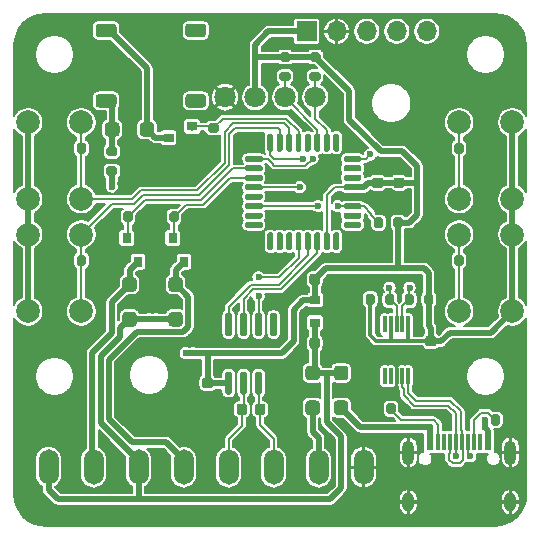
<source format=gbr>
%TF.GenerationSoftware,KiCad,Pcbnew,5.1.10*%
%TF.CreationDate,2021-05-04T11:05:08+02:00*%
%TF.ProjectId,Mainboard,4d61696e-626f-4617-9264-2e6b69636164,rev?*%
%TF.SameCoordinates,Original*%
%TF.FileFunction,Copper,L2,Bot*%
%TF.FilePolarity,Positive*%
%FSLAX46Y46*%
G04 Gerber Fmt 4.6, Leading zero omitted, Abs format (unit mm)*
G04 Created by KiCad (PCBNEW 5.1.10) date 2021-05-04 11:05:08*
%MOMM*%
%LPD*%
G01*
G04 APERTURE LIST*
%TA.AperFunction,SMDPad,CuDef*%
%ADD10R,0.300000X1.400000*%
%TD*%
%TA.AperFunction,SMDPad,CuDef*%
%ADD11R,0.900000X0.800000*%
%TD*%
%TA.AperFunction,ComponentPad*%
%ADD12C,2.000000*%
%TD*%
%TA.AperFunction,SMDPad,CuDef*%
%ADD13R,0.800000X0.900000*%
%TD*%
%TA.AperFunction,ComponentPad*%
%ADD14O,1.700000X3.000000*%
%TD*%
%TA.AperFunction,ComponentPad*%
%ADD15O,1.700000X1.700000*%
%TD*%
%TA.AperFunction,ComponentPad*%
%ADD16R,1.700000X1.700000*%
%TD*%
%TA.AperFunction,SMDPad,CuDef*%
%ADD17R,0.600000X1.450000*%
%TD*%
%TA.AperFunction,SMDPad,CuDef*%
%ADD18R,0.300000X1.450000*%
%TD*%
%TA.AperFunction,ComponentPad*%
%ADD19O,1.000000X2.100000*%
%TD*%
%TA.AperFunction,ComponentPad*%
%ADD20O,1.000000X1.600000*%
%TD*%
%TA.AperFunction,ComponentPad*%
%ADD21C,1.800000*%
%TD*%
%TA.AperFunction,ViaPad*%
%ADD22C,0.600000*%
%TD*%
%TA.AperFunction,Conductor*%
%ADD23C,0.500000*%
%TD*%
%TA.AperFunction,Conductor*%
%ADD24C,0.200000*%
%TD*%
%TA.AperFunction,Conductor*%
%ADD25C,0.300000*%
%TD*%
%TA.AperFunction,Conductor*%
%ADD26C,0.100000*%
%TD*%
G04 APERTURE END LIST*
%TO.P,U4,8*%
%TO.N,N/C*%
%TA.AperFunction,SMDPad,CuDef*%
G36*
G01*
X435000Y-5600000D02*
X135000Y-5600000D01*
G75*
G02*
X-15000Y-5450000I0J150000D01*
G01*
X-15000Y-3800000D01*
G75*
G02*
X135000Y-3650000I150000J0D01*
G01*
X435000Y-3650000D01*
G75*
G02*
X585000Y-3800000I0J-150000D01*
G01*
X585000Y-5450000D01*
G75*
G02*
X435000Y-5600000I-150000J0D01*
G01*
G37*
%TD.AperFunction*%
%TO.P,U4,7*%
%TO.N,/SPI_MISO*%
%TA.AperFunction,SMDPad,CuDef*%
G36*
G01*
X-835000Y-5600000D02*
X-1135000Y-5600000D01*
G75*
G02*
X-1285000Y-5450000I0J150000D01*
G01*
X-1285000Y-3800000D01*
G75*
G02*
X-1135000Y-3650000I150000J0D01*
G01*
X-835000Y-3650000D01*
G75*
G02*
X-685000Y-3800000I0J-150000D01*
G01*
X-685000Y-5450000D01*
G75*
G02*
X-835000Y-5600000I-150000J0D01*
G01*
G37*
%TD.AperFunction*%
%TO.P,U4,6*%
%TO.N,/SPI_CS*%
%TA.AperFunction,SMDPad,CuDef*%
G36*
G01*
X-2105000Y-5600000D02*
X-2405000Y-5600000D01*
G75*
G02*
X-2555000Y-5450000I0J150000D01*
G01*
X-2555000Y-3800000D01*
G75*
G02*
X-2405000Y-3650000I150000J0D01*
G01*
X-2105000Y-3650000D01*
G75*
G02*
X-1955000Y-3800000I0J-150000D01*
G01*
X-1955000Y-5450000D01*
G75*
G02*
X-2105000Y-5600000I-150000J0D01*
G01*
G37*
%TD.AperFunction*%
%TO.P,U4,5*%
%TO.N,/SPI_SCK*%
%TA.AperFunction,SMDPad,CuDef*%
G36*
G01*
X-3375000Y-5600000D02*
X-3675000Y-5600000D01*
G75*
G02*
X-3825000Y-5450000I0J150000D01*
G01*
X-3825000Y-3800000D01*
G75*
G02*
X-3675000Y-3650000I150000J0D01*
G01*
X-3375000Y-3650000D01*
G75*
G02*
X-3225000Y-3800000I0J-150000D01*
G01*
X-3225000Y-5450000D01*
G75*
G02*
X-3375000Y-5600000I-150000J0D01*
G01*
G37*
%TD.AperFunction*%
%TO.P,U4,4*%
%TO.N,/3V3*%
%TA.AperFunction,SMDPad,CuDef*%
G36*
G01*
X-3375000Y-10550000D02*
X-3675000Y-10550000D01*
G75*
G02*
X-3825000Y-10400000I0J150000D01*
G01*
X-3825000Y-8750000D01*
G75*
G02*
X-3675000Y-8600000I150000J0D01*
G01*
X-3375000Y-8600000D01*
G75*
G02*
X-3225000Y-8750000I0J-150000D01*
G01*
X-3225000Y-10400000D01*
G75*
G02*
X-3375000Y-10550000I-150000J0D01*
G01*
G37*
%TD.AperFunction*%
%TO.P,U4,3*%
%TO.N,/T+*%
%TA.AperFunction,SMDPad,CuDef*%
G36*
G01*
X-2105000Y-10550000D02*
X-2405000Y-10550000D01*
G75*
G02*
X-2555000Y-10400000I0J150000D01*
G01*
X-2555000Y-8750000D01*
G75*
G02*
X-2405000Y-8600000I150000J0D01*
G01*
X-2105000Y-8600000D01*
G75*
G02*
X-1955000Y-8750000I0J-150000D01*
G01*
X-1955000Y-10400000D01*
G75*
G02*
X-2105000Y-10550000I-150000J0D01*
G01*
G37*
%TD.AperFunction*%
%TO.P,U4,2*%
%TO.N,/T-*%
%TA.AperFunction,SMDPad,CuDef*%
G36*
G01*
X-835000Y-10550000D02*
X-1135000Y-10550000D01*
G75*
G02*
X-1285000Y-10400000I0J150000D01*
G01*
X-1285000Y-8750000D01*
G75*
G02*
X-1135000Y-8600000I150000J0D01*
G01*
X-835000Y-8600000D01*
G75*
G02*
X-685000Y-8750000I0J-150000D01*
G01*
X-685000Y-10400000D01*
G75*
G02*
X-835000Y-10550000I-150000J0D01*
G01*
G37*
%TD.AperFunction*%
%TO.P,U4,1*%
%TO.N,GND*%
%TA.AperFunction,SMDPad,CuDef*%
G36*
G01*
X435000Y-10550000D02*
X135000Y-10550000D01*
G75*
G02*
X-15000Y-10400000I0J150000D01*
G01*
X-15000Y-8750000D01*
G75*
G02*
X135000Y-8600000I150000J0D01*
G01*
X435000Y-8600000D01*
G75*
G02*
X585000Y-8750000I0J-150000D01*
G01*
X585000Y-10400000D01*
G75*
G02*
X435000Y-10550000I-150000J0D01*
G01*
G37*
%TD.AperFunction*%
%TD*%
%TO.P,U3,32*%
%TO.N,N/C*%
%TA.AperFunction,SMDPad,CuDef*%
G36*
G01*
X5850000Y11400000D02*
X5850000Y10150000D01*
G75*
G02*
X5725000Y10025000I-125000J0D01*
G01*
X5475000Y10025000D01*
G75*
G02*
X5350000Y10150000I0J125000D01*
G01*
X5350000Y11400000D01*
G75*
G02*
X5475000Y11525000I125000J0D01*
G01*
X5725000Y11525000D01*
G75*
G02*
X5850000Y11400000I0J-125000D01*
G01*
G37*
%TD.AperFunction*%
%TO.P,U3,31*%
%TO.N,/I2C_SDA*%
%TA.AperFunction,SMDPad,CuDef*%
G36*
G01*
X5050000Y11400000D02*
X5050000Y10150000D01*
G75*
G02*
X4925000Y10025000I-125000J0D01*
G01*
X4675000Y10025000D01*
G75*
G02*
X4550000Y10150000I0J125000D01*
G01*
X4550000Y11400000D01*
G75*
G02*
X4675000Y11525000I125000J0D01*
G01*
X4925000Y11525000D01*
G75*
G02*
X5050000Y11400000I0J-125000D01*
G01*
G37*
%TD.AperFunction*%
%TO.P,U3,30*%
%TO.N,/I2C_SCL*%
%TA.AperFunction,SMDPad,CuDef*%
G36*
G01*
X4250000Y11400000D02*
X4250000Y10150000D01*
G75*
G02*
X4125000Y10025000I-125000J0D01*
G01*
X3875000Y10025000D01*
G75*
G02*
X3750000Y10150000I0J125000D01*
G01*
X3750000Y11400000D01*
G75*
G02*
X3875000Y11525000I125000J0D01*
G01*
X4125000Y11525000D01*
G75*
G02*
X4250000Y11400000I0J-125000D01*
G01*
G37*
%TD.AperFunction*%
%TO.P,U3,29*%
%TO.N,N/C*%
%TA.AperFunction,SMDPad,CuDef*%
G36*
G01*
X3450000Y11400000D02*
X3450000Y10150000D01*
G75*
G02*
X3325000Y10025000I-125000J0D01*
G01*
X3075000Y10025000D01*
G75*
G02*
X2950000Y10150000I0J125000D01*
G01*
X2950000Y11400000D01*
G75*
G02*
X3075000Y11525000I125000J0D01*
G01*
X3325000Y11525000D01*
G75*
G02*
X3450000Y11400000I0J-125000D01*
G01*
G37*
%TD.AperFunction*%
%TO.P,U3,28*%
%TO.N,/PWM_BUZZER*%
%TA.AperFunction,SMDPad,CuDef*%
G36*
G01*
X2650000Y11400000D02*
X2650000Y10150000D01*
G75*
G02*
X2525000Y10025000I-125000J0D01*
G01*
X2275000Y10025000D01*
G75*
G02*
X2150000Y10150000I0J125000D01*
G01*
X2150000Y11400000D01*
G75*
G02*
X2275000Y11525000I125000J0D01*
G01*
X2525000Y11525000D01*
G75*
G02*
X2650000Y11400000I0J-125000D01*
G01*
G37*
%TD.AperFunction*%
%TO.P,U3,27*%
%TO.N,/BTN_UP*%
%TA.AperFunction,SMDPad,CuDef*%
G36*
G01*
X1850000Y11400000D02*
X1850000Y10150000D01*
G75*
G02*
X1725000Y10025000I-125000J0D01*
G01*
X1475000Y10025000D01*
G75*
G02*
X1350000Y10150000I0J125000D01*
G01*
X1350000Y11400000D01*
G75*
G02*
X1475000Y11525000I125000J0D01*
G01*
X1725000Y11525000D01*
G75*
G02*
X1850000Y11400000I0J-125000D01*
G01*
G37*
%TD.AperFunction*%
%TO.P,U3,26*%
%TO.N,/BTN_DOWN*%
%TA.AperFunction,SMDPad,CuDef*%
G36*
G01*
X1050000Y11400000D02*
X1050000Y10150000D01*
G75*
G02*
X925000Y10025000I-125000J0D01*
G01*
X675000Y10025000D01*
G75*
G02*
X550000Y10150000I0J125000D01*
G01*
X550000Y11400000D01*
G75*
G02*
X675000Y11525000I125000J0D01*
G01*
X925000Y11525000D01*
G75*
G02*
X1050000Y11400000I0J-125000D01*
G01*
G37*
%TD.AperFunction*%
%TO.P,U3,25*%
%TO.N,/BTN_BACK*%
%TA.AperFunction,SMDPad,CuDef*%
G36*
G01*
X250000Y11400000D02*
X250000Y10150000D01*
G75*
G02*
X125000Y10025000I-125000J0D01*
G01*
X-125000Y10025000D01*
G75*
G02*
X-250000Y10150000I0J125000D01*
G01*
X-250000Y11400000D01*
G75*
G02*
X-125000Y11525000I125000J0D01*
G01*
X125000Y11525000D01*
G75*
G02*
X250000Y11400000I0J-125000D01*
G01*
G37*
%TD.AperFunction*%
%TO.P,U3,24*%
%TO.N,/SWDIO*%
%TA.AperFunction,SMDPad,CuDef*%
G36*
G01*
X-625000Y9525000D02*
X-625000Y9275000D01*
G75*
G02*
X-750000Y9150000I-125000J0D01*
G01*
X-2000000Y9150000D01*
G75*
G02*
X-2125000Y9275000I0J125000D01*
G01*
X-2125000Y9525000D01*
G75*
G02*
X-2000000Y9650000I125000J0D01*
G01*
X-750000Y9650000D01*
G75*
G02*
X-625000Y9525000I0J-125000D01*
G01*
G37*
%TD.AperFunction*%
%TO.P,U3,23*%
%TO.N,/OUT_FAN*%
%TA.AperFunction,SMDPad,CuDef*%
G36*
G01*
X-625000Y8725000D02*
X-625000Y8475000D01*
G75*
G02*
X-750000Y8350000I-125000J0D01*
G01*
X-2000000Y8350000D01*
G75*
G02*
X-2125000Y8475000I0J125000D01*
G01*
X-2125000Y8725000D01*
G75*
G02*
X-2000000Y8850000I125000J0D01*
G01*
X-750000Y8850000D01*
G75*
G02*
X-625000Y8725000I0J-125000D01*
G01*
G37*
%TD.AperFunction*%
%TO.P,U3,22*%
%TO.N,/OUT_SSR*%
%TA.AperFunction,SMDPad,CuDef*%
G36*
G01*
X-625000Y7925000D02*
X-625000Y7675000D01*
G75*
G02*
X-750000Y7550000I-125000J0D01*
G01*
X-2000000Y7550000D01*
G75*
G02*
X-2125000Y7675000I0J125000D01*
G01*
X-2125000Y7925000D01*
G75*
G02*
X-2000000Y8050000I125000J0D01*
G01*
X-750000Y8050000D01*
G75*
G02*
X-625000Y7925000I0J-125000D01*
G01*
G37*
%TD.AperFunction*%
%TO.P,U3,21*%
%TO.N,/MCU_RXD*%
%TA.AperFunction,SMDPad,CuDef*%
G36*
G01*
X-625000Y7125000D02*
X-625000Y6875000D01*
G75*
G02*
X-750000Y6750000I-125000J0D01*
G01*
X-2000000Y6750000D01*
G75*
G02*
X-2125000Y6875000I0J125000D01*
G01*
X-2125000Y7125000D01*
G75*
G02*
X-2000000Y7250000I125000J0D01*
G01*
X-750000Y7250000D01*
G75*
G02*
X-625000Y7125000I0J-125000D01*
G01*
G37*
%TD.AperFunction*%
%TO.P,U3,20*%
%TO.N,N/C*%
%TA.AperFunction,SMDPad,CuDef*%
G36*
G01*
X-625000Y6325000D02*
X-625000Y6075000D01*
G75*
G02*
X-750000Y5950000I-125000J0D01*
G01*
X-2000000Y5950000D01*
G75*
G02*
X-2125000Y6075000I0J125000D01*
G01*
X-2125000Y6325000D01*
G75*
G02*
X-2000000Y6450000I125000J0D01*
G01*
X-750000Y6450000D01*
G75*
G02*
X-625000Y6325000I0J-125000D01*
G01*
G37*
%TD.AperFunction*%
%TO.P,U3,19*%
%TO.N,/MCU_TXD*%
%TA.AperFunction,SMDPad,CuDef*%
G36*
G01*
X-625000Y5525000D02*
X-625000Y5275000D01*
G75*
G02*
X-750000Y5150000I-125000J0D01*
G01*
X-2000000Y5150000D01*
G75*
G02*
X-2125000Y5275000I0J125000D01*
G01*
X-2125000Y5525000D01*
G75*
G02*
X-2000000Y5650000I125000J0D01*
G01*
X-750000Y5650000D01*
G75*
G02*
X-625000Y5525000I0J-125000D01*
G01*
G37*
%TD.AperFunction*%
%TO.P,U3,18*%
%TO.N,N/C*%
%TA.AperFunction,SMDPad,CuDef*%
G36*
G01*
X-625000Y4725000D02*
X-625000Y4475000D01*
G75*
G02*
X-750000Y4350000I-125000J0D01*
G01*
X-2000000Y4350000D01*
G75*
G02*
X-2125000Y4475000I0J125000D01*
G01*
X-2125000Y4725000D01*
G75*
G02*
X-2000000Y4850000I125000J0D01*
G01*
X-750000Y4850000D01*
G75*
G02*
X-625000Y4725000I0J-125000D01*
G01*
G37*
%TD.AperFunction*%
%TO.P,U3,17*%
%TA.AperFunction,SMDPad,CuDef*%
G36*
G01*
X-625000Y3925000D02*
X-625000Y3675000D01*
G75*
G02*
X-750000Y3550000I-125000J0D01*
G01*
X-2000000Y3550000D01*
G75*
G02*
X-2125000Y3675000I0J125000D01*
G01*
X-2125000Y3925000D01*
G75*
G02*
X-2000000Y4050000I125000J0D01*
G01*
X-750000Y4050000D01*
G75*
G02*
X-625000Y3925000I0J-125000D01*
G01*
G37*
%TD.AperFunction*%
%TO.P,U3,16*%
%TA.AperFunction,SMDPad,CuDef*%
G36*
G01*
X250000Y3050000D02*
X250000Y1800000D01*
G75*
G02*
X125000Y1675000I-125000J0D01*
G01*
X-125000Y1675000D01*
G75*
G02*
X-250000Y1800000I0J125000D01*
G01*
X-250000Y3050000D01*
G75*
G02*
X-125000Y3175000I125000J0D01*
G01*
X125000Y3175000D01*
G75*
G02*
X250000Y3050000I0J-125000D01*
G01*
G37*
%TD.AperFunction*%
%TO.P,U3,15*%
%TA.AperFunction,SMDPad,CuDef*%
G36*
G01*
X1050000Y3050000D02*
X1050000Y1800000D01*
G75*
G02*
X925000Y1675000I-125000J0D01*
G01*
X675000Y1675000D01*
G75*
G02*
X550000Y1800000I0J125000D01*
G01*
X550000Y3050000D01*
G75*
G02*
X675000Y3175000I125000J0D01*
G01*
X925000Y3175000D01*
G75*
G02*
X1050000Y3050000I0J-125000D01*
G01*
G37*
%TD.AperFunction*%
%TO.P,U3,14*%
%TA.AperFunction,SMDPad,CuDef*%
G36*
G01*
X1850000Y3050000D02*
X1850000Y1800000D01*
G75*
G02*
X1725000Y1675000I-125000J0D01*
G01*
X1475000Y1675000D01*
G75*
G02*
X1350000Y1800000I0J125000D01*
G01*
X1350000Y3050000D01*
G75*
G02*
X1475000Y3175000I125000J0D01*
G01*
X1725000Y3175000D01*
G75*
G02*
X1850000Y3050000I0J-125000D01*
G01*
G37*
%TD.AperFunction*%
%TO.P,U3,13*%
%TO.N,/SPI_MISO*%
%TA.AperFunction,SMDPad,CuDef*%
G36*
G01*
X2650000Y3050000D02*
X2650000Y1800000D01*
G75*
G02*
X2525000Y1675000I-125000J0D01*
G01*
X2275000Y1675000D01*
G75*
G02*
X2150000Y1800000I0J125000D01*
G01*
X2150000Y3050000D01*
G75*
G02*
X2275000Y3175000I125000J0D01*
G01*
X2525000Y3175000D01*
G75*
G02*
X2650000Y3050000I0J-125000D01*
G01*
G37*
%TD.AperFunction*%
%TO.P,U3,12*%
%TO.N,/SPI_SCK*%
%TA.AperFunction,SMDPad,CuDef*%
G36*
G01*
X3450000Y3050000D02*
X3450000Y1800000D01*
G75*
G02*
X3325000Y1675000I-125000J0D01*
G01*
X3075000Y1675000D01*
G75*
G02*
X2950000Y1800000I0J125000D01*
G01*
X2950000Y3050000D01*
G75*
G02*
X3075000Y3175000I125000J0D01*
G01*
X3325000Y3175000D01*
G75*
G02*
X3450000Y3050000I0J-125000D01*
G01*
G37*
%TD.AperFunction*%
%TO.P,U3,11*%
%TO.N,/SPI_CS*%
%TA.AperFunction,SMDPad,CuDef*%
G36*
G01*
X4250000Y3050000D02*
X4250000Y1800000D01*
G75*
G02*
X4125000Y1675000I-125000J0D01*
G01*
X3875000Y1675000D01*
G75*
G02*
X3750000Y1800000I0J125000D01*
G01*
X3750000Y3050000D01*
G75*
G02*
X3875000Y3175000I125000J0D01*
G01*
X4125000Y3175000D01*
G75*
G02*
X4250000Y3050000I0J-125000D01*
G01*
G37*
%TD.AperFunction*%
%TO.P,U3,10*%
%TO.N,/3V3*%
%TA.AperFunction,SMDPad,CuDef*%
G36*
G01*
X5050000Y3050000D02*
X5050000Y1800000D01*
G75*
G02*
X4925000Y1675000I-125000J0D01*
G01*
X4675000Y1675000D01*
G75*
G02*
X4550000Y1800000I0J125000D01*
G01*
X4550000Y3050000D01*
G75*
G02*
X4675000Y3175000I125000J0D01*
G01*
X4925000Y3175000D01*
G75*
G02*
X5050000Y3050000I0J-125000D01*
G01*
G37*
%TD.AperFunction*%
%TO.P,U3,9*%
%TO.N,N/C*%
%TA.AperFunction,SMDPad,CuDef*%
G36*
G01*
X5850000Y3050000D02*
X5850000Y1800000D01*
G75*
G02*
X5725000Y1675000I-125000J0D01*
G01*
X5475000Y1675000D01*
G75*
G02*
X5350000Y1800000I0J125000D01*
G01*
X5350000Y3050000D01*
G75*
G02*
X5475000Y3175000I125000J0D01*
G01*
X5725000Y3175000D01*
G75*
G02*
X5850000Y3050000I0J-125000D01*
G01*
G37*
%TD.AperFunction*%
%TO.P,U3,8*%
%TA.AperFunction,SMDPad,CuDef*%
G36*
G01*
X7725000Y3925000D02*
X7725000Y3675000D01*
G75*
G02*
X7600000Y3550000I-125000J0D01*
G01*
X6350000Y3550000D01*
G75*
G02*
X6225000Y3675000I0J125000D01*
G01*
X6225000Y3925000D01*
G75*
G02*
X6350000Y4050000I125000J0D01*
G01*
X7600000Y4050000D01*
G75*
G02*
X7725000Y3925000I0J-125000D01*
G01*
G37*
%TD.AperFunction*%
%TO.P,U3,7*%
%TA.AperFunction,SMDPad,CuDef*%
G36*
G01*
X7725000Y4725000D02*
X7725000Y4475000D01*
G75*
G02*
X7600000Y4350000I-125000J0D01*
G01*
X6350000Y4350000D01*
G75*
G02*
X6225000Y4475000I0J125000D01*
G01*
X6225000Y4725000D01*
G75*
G02*
X6350000Y4850000I125000J0D01*
G01*
X7600000Y4850000D01*
G75*
G02*
X7725000Y4725000I0J-125000D01*
G01*
G37*
%TD.AperFunction*%
%TO.P,U3,6*%
%TO.N,/NRST*%
%TA.AperFunction,SMDPad,CuDef*%
G36*
G01*
X7725000Y5525000D02*
X7725000Y5275000D01*
G75*
G02*
X7600000Y5150000I-125000J0D01*
G01*
X6350000Y5150000D01*
G75*
G02*
X6225000Y5275000I0J125000D01*
G01*
X6225000Y5525000D01*
G75*
G02*
X6350000Y5650000I125000J0D01*
G01*
X7600000Y5650000D01*
G75*
G02*
X7725000Y5525000I0J-125000D01*
G01*
G37*
%TD.AperFunction*%
%TO.P,U3,5*%
%TO.N,GND*%
%TA.AperFunction,SMDPad,CuDef*%
G36*
G01*
X7725000Y6325000D02*
X7725000Y6075000D01*
G75*
G02*
X7600000Y5950000I-125000J0D01*
G01*
X6350000Y5950000D01*
G75*
G02*
X6225000Y6075000I0J125000D01*
G01*
X6225000Y6325000D01*
G75*
G02*
X6350000Y6450000I125000J0D01*
G01*
X7600000Y6450000D01*
G75*
G02*
X7725000Y6325000I0J-125000D01*
G01*
G37*
%TD.AperFunction*%
%TO.P,U3,4*%
%TO.N,/3V3*%
%TA.AperFunction,SMDPad,CuDef*%
G36*
G01*
X7725000Y7125000D02*
X7725000Y6875000D01*
G75*
G02*
X7600000Y6750000I-125000J0D01*
G01*
X6350000Y6750000D01*
G75*
G02*
X6225000Y6875000I0J125000D01*
G01*
X6225000Y7125000D01*
G75*
G02*
X6350000Y7250000I125000J0D01*
G01*
X7600000Y7250000D01*
G75*
G02*
X7725000Y7125000I0J-125000D01*
G01*
G37*
%TD.AperFunction*%
%TO.P,U3,3*%
%TO.N,N/C*%
%TA.AperFunction,SMDPad,CuDef*%
G36*
G01*
X7725000Y7925000D02*
X7725000Y7675000D01*
G75*
G02*
X7600000Y7550000I-125000J0D01*
G01*
X6350000Y7550000D01*
G75*
G02*
X6225000Y7675000I0J125000D01*
G01*
X6225000Y7925000D01*
G75*
G02*
X6350000Y8050000I125000J0D01*
G01*
X7600000Y8050000D01*
G75*
G02*
X7725000Y7925000I0J-125000D01*
G01*
G37*
%TD.AperFunction*%
%TO.P,U3,2*%
%TA.AperFunction,SMDPad,CuDef*%
G36*
G01*
X7725000Y8725000D02*
X7725000Y8475000D01*
G75*
G02*
X7600000Y8350000I-125000J0D01*
G01*
X6350000Y8350000D01*
G75*
G02*
X6225000Y8475000I0J125000D01*
G01*
X6225000Y8725000D01*
G75*
G02*
X6350000Y8850000I125000J0D01*
G01*
X7600000Y8850000D01*
G75*
G02*
X7725000Y8725000I0J-125000D01*
G01*
G37*
%TD.AperFunction*%
%TO.P,U3,1*%
%TO.N,/BTN_OK*%
%TA.AperFunction,SMDPad,CuDef*%
G36*
G01*
X7725000Y9525000D02*
X7725000Y9275000D01*
G75*
G02*
X7600000Y9150000I-125000J0D01*
G01*
X6350000Y9150000D01*
G75*
G02*
X6225000Y9275000I0J125000D01*
G01*
X6225000Y9525000D01*
G75*
G02*
X6350000Y9650000I125000J0D01*
G01*
X7600000Y9650000D01*
G75*
G02*
X7725000Y9525000I0J-125000D01*
G01*
G37*
%TD.AperFunction*%
%TD*%
D10*
%TO.P,U2,10*%
%TO.N,/3V3*%
X11700000Y-4600000D03*
%TO.P,U2,9*%
%TO.N,/MCU_TXD*%
X11200000Y-4600000D03*
%TO.P,U2,8*%
%TO.N,/MCU_RXD*%
X10700000Y-4600000D03*
%TO.P,U2,7*%
%TO.N,/3V3*%
X10200000Y-4600000D03*
%TO.P,U2,6*%
%TO.N,N/C*%
X9700000Y-4600000D03*
%TO.P,U2,5*%
X9700000Y-9000000D03*
%TO.P,U2,4*%
X10200000Y-9000000D03*
%TO.P,U2,3*%
%TO.N,GND*%
X10700000Y-9000000D03*
%TO.P,U2,2*%
%TO.N,/USB_DM*%
X11200000Y-9000000D03*
%TO.P,U2,1*%
%TO.N,/USB_DP*%
X11700000Y-9000000D03*
%TD*%
D11*
%TO.P,U1,3*%
%TO.N,GND*%
X5800000Y-3500000D03*
%TO.P,U1,2*%
%TO.N,/3V3*%
X3800000Y-2550000D03*
%TO.P,U1,1*%
%TO.N,/5V*%
X3800000Y-4450000D03*
%TD*%
D12*
%TO.P,SW4,1*%
%TO.N,/3V3*%
X20500000Y-3500000D03*
%TO.P,SW4,2*%
%TO.N,/BTN_BACK*%
X16000000Y-3500000D03*
%TO.P,SW4,1*%
%TO.N,/3V3*%
X20500000Y3000000D03*
%TO.P,SW4,2*%
%TO.N,/BTN_BACK*%
X16000000Y3000000D03*
%TD*%
%TO.P,SW3,1*%
%TO.N,/BTN_OK*%
X16000000Y12500000D03*
%TO.P,SW3,2*%
%TO.N,/3V3*%
X20500000Y12500000D03*
%TO.P,SW3,1*%
%TO.N,/BTN_OK*%
X16000000Y6000000D03*
%TO.P,SW3,2*%
%TO.N,/3V3*%
X20500000Y6000000D03*
%TD*%
%TO.P,SW2,1*%
%TO.N,/BTN_DOWN*%
X-16000000Y-3500000D03*
%TO.P,SW2,2*%
%TO.N,/3V3*%
X-20500000Y-3500000D03*
%TO.P,SW2,1*%
%TO.N,/BTN_DOWN*%
X-16000000Y3000000D03*
%TO.P,SW2,2*%
%TO.N,/3V3*%
X-20500000Y3000000D03*
%TD*%
%TO.P,SW1,1*%
%TO.N,/3V3*%
X-20500000Y12500000D03*
%TO.P,SW1,2*%
%TO.N,/BTN_UP*%
X-16000000Y12500000D03*
%TO.P,SW1,1*%
%TO.N,/3V3*%
X-20500000Y6000000D03*
%TO.P,SW1,2*%
%TO.N,/BTN_UP*%
X-16000000Y6000000D03*
%TD*%
%TO.P,R15,2*%
%TO.N,/BUZZER+*%
%TA.AperFunction,SMDPad,CuDef*%
G36*
G01*
X-13125000Y9625000D02*
X-13675000Y9625000D01*
G75*
G02*
X-13875000Y9825000I0J200000D01*
G01*
X-13875000Y10225000D01*
G75*
G02*
X-13675000Y10425000I200000J0D01*
G01*
X-13125000Y10425000D01*
G75*
G02*
X-12925000Y10225000I0J-200000D01*
G01*
X-12925000Y9825000D01*
G75*
G02*
X-13125000Y9625000I-200000J0D01*
G01*
G37*
%TD.AperFunction*%
%TO.P,R15,1*%
%TO.N,/5V*%
%TA.AperFunction,SMDPad,CuDef*%
G36*
G01*
X-13125000Y7975000D02*
X-13675000Y7975000D01*
G75*
G02*
X-13875000Y8175000I0J200000D01*
G01*
X-13875000Y8575000D01*
G75*
G02*
X-13675000Y8775000I200000J0D01*
G01*
X-13125000Y8775000D01*
G75*
G02*
X-12925000Y8575000I0J-200000D01*
G01*
X-12925000Y8175000D01*
G75*
G02*
X-13125000Y7975000I-200000J0D01*
G01*
G37*
%TD.AperFunction*%
%TD*%
%TO.P,R14,2*%
%TO.N,GND*%
%TA.AperFunction,SMDPad,CuDef*%
G36*
G01*
X-5075000Y10775000D02*
X-4525000Y10775000D01*
G75*
G02*
X-4325000Y10575000I0J-200000D01*
G01*
X-4325000Y10175000D01*
G75*
G02*
X-4525000Y9975000I-200000J0D01*
G01*
X-5075000Y9975000D01*
G75*
G02*
X-5275000Y10175000I0J200000D01*
G01*
X-5275000Y10575000D01*
G75*
G02*
X-5075000Y10775000I200000J0D01*
G01*
G37*
%TD.AperFunction*%
%TO.P,R14,1*%
%TO.N,/PWM_BUZZER*%
%TA.AperFunction,SMDPad,CuDef*%
G36*
G01*
X-5075000Y12425000D02*
X-4525000Y12425000D01*
G75*
G02*
X-4325000Y12225000I0J-200000D01*
G01*
X-4325000Y11825000D01*
G75*
G02*
X-4525000Y11625000I-200000J0D01*
G01*
X-5075000Y11625000D01*
G75*
G02*
X-5275000Y11825000I0J200000D01*
G01*
X-5275000Y12225000D01*
G75*
G02*
X-5075000Y12425000I200000J0D01*
G01*
G37*
%TD.AperFunction*%
%TD*%
%TO.P,R13,2*%
%TO.N,GND*%
%TA.AperFunction,SMDPad,CuDef*%
G36*
G01*
X-10775000Y4225000D02*
X-10775000Y4775000D01*
G75*
G02*
X-10575000Y4975000I200000J0D01*
G01*
X-10175000Y4975000D01*
G75*
G02*
X-9975000Y4775000I0J-200000D01*
G01*
X-9975000Y4225000D01*
G75*
G02*
X-10175000Y4025000I-200000J0D01*
G01*
X-10575000Y4025000D01*
G75*
G02*
X-10775000Y4225000I0J200000D01*
G01*
G37*
%TD.AperFunction*%
%TO.P,R13,1*%
%TO.N,/OUT_FAN*%
%TA.AperFunction,SMDPad,CuDef*%
G36*
G01*
X-12425000Y4225000D02*
X-12425000Y4775000D01*
G75*
G02*
X-12225000Y4975000I200000J0D01*
G01*
X-11825000Y4975000D01*
G75*
G02*
X-11625000Y4775000I0J-200000D01*
G01*
X-11625000Y4225000D01*
G75*
G02*
X-11825000Y4025000I-200000J0D01*
G01*
X-12225000Y4025000D01*
G75*
G02*
X-12425000Y4225000I0J200000D01*
G01*
G37*
%TD.AperFunction*%
%TD*%
%TO.P,R12,2*%
%TO.N,GND*%
%TA.AperFunction,SMDPad,CuDef*%
G36*
G01*
X-6875000Y4225000D02*
X-6875000Y4775000D01*
G75*
G02*
X-6675000Y4975000I200000J0D01*
G01*
X-6275000Y4975000D01*
G75*
G02*
X-6075000Y4775000I0J-200000D01*
G01*
X-6075000Y4225000D01*
G75*
G02*
X-6275000Y4025000I-200000J0D01*
G01*
X-6675000Y4025000D01*
G75*
G02*
X-6875000Y4225000I0J200000D01*
G01*
G37*
%TD.AperFunction*%
%TO.P,R12,1*%
%TO.N,/OUT_SSR*%
%TA.AperFunction,SMDPad,CuDef*%
G36*
G01*
X-8525000Y4225000D02*
X-8525000Y4775000D01*
G75*
G02*
X-8325000Y4975000I200000J0D01*
G01*
X-7925000Y4975000D01*
G75*
G02*
X-7725000Y4775000I0J-200000D01*
G01*
X-7725000Y4225000D01*
G75*
G02*
X-7925000Y4025000I-200000J0D01*
G01*
X-8325000Y4025000D01*
G75*
G02*
X-8525000Y4225000I0J200000D01*
G01*
G37*
%TD.AperFunction*%
%TD*%
%TO.P,R11,2*%
%TO.N,/MCU_RXD*%
%TA.AperFunction,SMDPad,CuDef*%
G36*
G01*
X9725000Y-2775000D02*
X9725000Y-2225000D01*
G75*
G02*
X9925000Y-2025000I200000J0D01*
G01*
X10325000Y-2025000D01*
G75*
G02*
X10525000Y-2225000I0J-200000D01*
G01*
X10525000Y-2775000D01*
G75*
G02*
X10325000Y-2975000I-200000J0D01*
G01*
X9925000Y-2975000D01*
G75*
G02*
X9725000Y-2775000I0J200000D01*
G01*
G37*
%TD.AperFunction*%
%TO.P,R11,1*%
%TO.N,/3V3*%
%TA.AperFunction,SMDPad,CuDef*%
G36*
G01*
X8075000Y-2775000D02*
X8075000Y-2225000D01*
G75*
G02*
X8275000Y-2025000I200000J0D01*
G01*
X8675000Y-2025000D01*
G75*
G02*
X8875000Y-2225000I0J-200000D01*
G01*
X8875000Y-2775000D01*
G75*
G02*
X8675000Y-2975000I-200000J0D01*
G01*
X8275000Y-2975000D01*
G75*
G02*
X8075000Y-2775000I0J200000D01*
G01*
G37*
%TD.AperFunction*%
%TD*%
%TO.P,R10,2*%
%TO.N,/MCU_TXD*%
%TA.AperFunction,SMDPad,CuDef*%
G36*
G01*
X12175000Y-2225000D02*
X12175000Y-2775000D01*
G75*
G02*
X11975000Y-2975000I-200000J0D01*
G01*
X11575000Y-2975000D01*
G75*
G02*
X11375000Y-2775000I0J200000D01*
G01*
X11375000Y-2225000D01*
G75*
G02*
X11575000Y-2025000I200000J0D01*
G01*
X11975000Y-2025000D01*
G75*
G02*
X12175000Y-2225000I0J-200000D01*
G01*
G37*
%TD.AperFunction*%
%TO.P,R10,1*%
%TO.N,/3V3*%
%TA.AperFunction,SMDPad,CuDef*%
G36*
G01*
X13825000Y-2225000D02*
X13825000Y-2775000D01*
G75*
G02*
X13625000Y-2975000I-200000J0D01*
G01*
X13225000Y-2975000D01*
G75*
G02*
X13025000Y-2775000I0J200000D01*
G01*
X13025000Y-2225000D01*
G75*
G02*
X13225000Y-2025000I200000J0D01*
G01*
X13625000Y-2025000D01*
G75*
G02*
X13825000Y-2225000I0J-200000D01*
G01*
G37*
%TD.AperFunction*%
%TD*%
%TO.P,R9,2*%
%TO.N,/3V3*%
%TA.AperFunction,SMDPad,CuDef*%
G36*
G01*
X10425000Y3725000D02*
X10425000Y4275000D01*
G75*
G02*
X10625000Y4475000I200000J0D01*
G01*
X11025000Y4475000D01*
G75*
G02*
X11225000Y4275000I0J-200000D01*
G01*
X11225000Y3725000D01*
G75*
G02*
X11025000Y3525000I-200000J0D01*
G01*
X10625000Y3525000D01*
G75*
G02*
X10425000Y3725000I0J200000D01*
G01*
G37*
%TD.AperFunction*%
%TO.P,R9,1*%
%TO.N,/NRST*%
%TA.AperFunction,SMDPad,CuDef*%
G36*
G01*
X8775000Y3725000D02*
X8775000Y4275000D01*
G75*
G02*
X8975000Y4475000I200000J0D01*
G01*
X9375000Y4475000D01*
G75*
G02*
X9575000Y4275000I0J-200000D01*
G01*
X9575000Y3725000D01*
G75*
G02*
X9375000Y3525000I-200000J0D01*
G01*
X8975000Y3525000D01*
G75*
G02*
X8775000Y3725000I0J200000D01*
G01*
G37*
%TD.AperFunction*%
%TD*%
%TO.P,R8,2*%
%TO.N,GND*%
%TA.AperFunction,SMDPad,CuDef*%
G36*
G01*
X17225000Y525000D02*
X17225000Y1075000D01*
G75*
G02*
X17425000Y1275000I200000J0D01*
G01*
X17825000Y1275000D01*
G75*
G02*
X18025000Y1075000I0J-200000D01*
G01*
X18025000Y525000D01*
G75*
G02*
X17825000Y325000I-200000J0D01*
G01*
X17425000Y325000D01*
G75*
G02*
X17225000Y525000I0J200000D01*
G01*
G37*
%TD.AperFunction*%
%TO.P,R8,1*%
%TO.N,/BTN_BACK*%
%TA.AperFunction,SMDPad,CuDef*%
G36*
G01*
X15575000Y525000D02*
X15575000Y1075000D01*
G75*
G02*
X15775000Y1275000I200000J0D01*
G01*
X16175000Y1275000D01*
G75*
G02*
X16375000Y1075000I0J-200000D01*
G01*
X16375000Y525000D01*
G75*
G02*
X16175000Y325000I-200000J0D01*
G01*
X15775000Y325000D01*
G75*
G02*
X15575000Y525000I0J200000D01*
G01*
G37*
%TD.AperFunction*%
%TD*%
%TO.P,R7,2*%
%TO.N,GND*%
%TA.AperFunction,SMDPad,CuDef*%
G36*
G01*
X20325000Y-12975000D02*
X20325000Y-12425000D01*
G75*
G02*
X20525000Y-12225000I200000J0D01*
G01*
X20925000Y-12225000D01*
G75*
G02*
X21125000Y-12425000I0J-200000D01*
G01*
X21125000Y-12975000D01*
G75*
G02*
X20925000Y-13175000I-200000J0D01*
G01*
X20525000Y-13175000D01*
G75*
G02*
X20325000Y-12975000I0J200000D01*
G01*
G37*
%TD.AperFunction*%
%TO.P,R7,1*%
%TO.N,/CC1*%
%TA.AperFunction,SMDPad,CuDef*%
G36*
G01*
X18675000Y-12975000D02*
X18675000Y-12425000D01*
G75*
G02*
X18875000Y-12225000I200000J0D01*
G01*
X19275000Y-12225000D01*
G75*
G02*
X19475000Y-12425000I0J-200000D01*
G01*
X19475000Y-12975000D01*
G75*
G02*
X19275000Y-13175000I-200000J0D01*
G01*
X18875000Y-13175000D01*
G75*
G02*
X18675000Y-12975000I0J200000D01*
G01*
G37*
%TD.AperFunction*%
%TD*%
%TO.P,R6,2*%
%TO.N,/I2C_SDA*%
%TA.AperFunction,SMDPad,CuDef*%
G36*
G01*
X3525000Y16775000D02*
X4075000Y16775000D01*
G75*
G02*
X4275000Y16575000I0J-200000D01*
G01*
X4275000Y16175000D01*
G75*
G02*
X4075000Y15975000I-200000J0D01*
G01*
X3525000Y15975000D01*
G75*
G02*
X3325000Y16175000I0J200000D01*
G01*
X3325000Y16575000D01*
G75*
G02*
X3525000Y16775000I200000J0D01*
G01*
G37*
%TD.AperFunction*%
%TO.P,R6,1*%
%TO.N,/3V3*%
%TA.AperFunction,SMDPad,CuDef*%
G36*
G01*
X3525000Y18425000D02*
X4075000Y18425000D01*
G75*
G02*
X4275000Y18225000I0J-200000D01*
G01*
X4275000Y17825000D01*
G75*
G02*
X4075000Y17625000I-200000J0D01*
G01*
X3525000Y17625000D01*
G75*
G02*
X3325000Y17825000I0J200000D01*
G01*
X3325000Y18225000D01*
G75*
G02*
X3525000Y18425000I200000J0D01*
G01*
G37*
%TD.AperFunction*%
%TD*%
%TO.P,R5,2*%
%TO.N,GND*%
%TA.AperFunction,SMDPad,CuDef*%
G36*
G01*
X8975000Y-11475000D02*
X8975000Y-12025000D01*
G75*
G02*
X8775000Y-12225000I-200000J0D01*
G01*
X8375000Y-12225000D01*
G75*
G02*
X8175000Y-12025000I0J200000D01*
G01*
X8175000Y-11475000D01*
G75*
G02*
X8375000Y-11275000I200000J0D01*
G01*
X8775000Y-11275000D01*
G75*
G02*
X8975000Y-11475000I0J-200000D01*
G01*
G37*
%TD.AperFunction*%
%TO.P,R5,1*%
%TO.N,/CC2*%
%TA.AperFunction,SMDPad,CuDef*%
G36*
G01*
X10625000Y-11475000D02*
X10625000Y-12025000D01*
G75*
G02*
X10425000Y-12225000I-200000J0D01*
G01*
X10025000Y-12225000D01*
G75*
G02*
X9825000Y-12025000I0J200000D01*
G01*
X9825000Y-11475000D01*
G75*
G02*
X10025000Y-11275000I200000J0D01*
G01*
X10425000Y-11275000D01*
G75*
G02*
X10625000Y-11475000I0J-200000D01*
G01*
G37*
%TD.AperFunction*%
%TD*%
%TO.P,R4,2*%
%TO.N,GND*%
%TA.AperFunction,SMDPad,CuDef*%
G36*
G01*
X17225000Y10025000D02*
X17225000Y10575000D01*
G75*
G02*
X17425000Y10775000I200000J0D01*
G01*
X17825000Y10775000D01*
G75*
G02*
X18025000Y10575000I0J-200000D01*
G01*
X18025000Y10025000D01*
G75*
G02*
X17825000Y9825000I-200000J0D01*
G01*
X17425000Y9825000D01*
G75*
G02*
X17225000Y10025000I0J200000D01*
G01*
G37*
%TD.AperFunction*%
%TO.P,R4,1*%
%TO.N,/BTN_OK*%
%TA.AperFunction,SMDPad,CuDef*%
G36*
G01*
X15575000Y10025000D02*
X15575000Y10575000D01*
G75*
G02*
X15775000Y10775000I200000J0D01*
G01*
X16175000Y10775000D01*
G75*
G02*
X16375000Y10575000I0J-200000D01*
G01*
X16375000Y10025000D01*
G75*
G02*
X16175000Y9825000I-200000J0D01*
G01*
X15775000Y9825000D01*
G75*
G02*
X15575000Y10025000I0J200000D01*
G01*
G37*
%TD.AperFunction*%
%TD*%
%TO.P,R3,2*%
%TO.N,/I2C_SCL*%
%TA.AperFunction,SMDPad,CuDef*%
G36*
G01*
X985000Y16775000D02*
X1535000Y16775000D01*
G75*
G02*
X1735000Y16575000I0J-200000D01*
G01*
X1735000Y16175000D01*
G75*
G02*
X1535000Y15975000I-200000J0D01*
G01*
X985000Y15975000D01*
G75*
G02*
X785000Y16175000I0J200000D01*
G01*
X785000Y16575000D01*
G75*
G02*
X985000Y16775000I200000J0D01*
G01*
G37*
%TD.AperFunction*%
%TO.P,R3,1*%
%TO.N,/3V3*%
%TA.AperFunction,SMDPad,CuDef*%
G36*
G01*
X985000Y18425000D02*
X1535000Y18425000D01*
G75*
G02*
X1735000Y18225000I0J-200000D01*
G01*
X1735000Y17825000D01*
G75*
G02*
X1535000Y17625000I-200000J0D01*
G01*
X985000Y17625000D01*
G75*
G02*
X785000Y17825000I0J200000D01*
G01*
X785000Y18225000D01*
G75*
G02*
X985000Y18425000I200000J0D01*
G01*
G37*
%TD.AperFunction*%
%TD*%
%TO.P,R2,2*%
%TO.N,GND*%
%TA.AperFunction,SMDPad,CuDef*%
G36*
G01*
X-17225000Y1075000D02*
X-17225000Y525000D01*
G75*
G02*
X-17425000Y325000I-200000J0D01*
G01*
X-17825000Y325000D01*
G75*
G02*
X-18025000Y525000I0J200000D01*
G01*
X-18025000Y1075000D01*
G75*
G02*
X-17825000Y1275000I200000J0D01*
G01*
X-17425000Y1275000D01*
G75*
G02*
X-17225000Y1075000I0J-200000D01*
G01*
G37*
%TD.AperFunction*%
%TO.P,R2,1*%
%TO.N,/BTN_DOWN*%
%TA.AperFunction,SMDPad,CuDef*%
G36*
G01*
X-15575000Y1075000D02*
X-15575000Y525000D01*
G75*
G02*
X-15775000Y325000I-200000J0D01*
G01*
X-16175000Y325000D01*
G75*
G02*
X-16375000Y525000I0J200000D01*
G01*
X-16375000Y1075000D01*
G75*
G02*
X-16175000Y1275000I200000J0D01*
G01*
X-15775000Y1275000D01*
G75*
G02*
X-15575000Y1075000I0J-200000D01*
G01*
G37*
%TD.AperFunction*%
%TD*%
%TO.P,R1,2*%
%TO.N,GND*%
%TA.AperFunction,SMDPad,CuDef*%
G36*
G01*
X-17225000Y10575000D02*
X-17225000Y10025000D01*
G75*
G02*
X-17425000Y9825000I-200000J0D01*
G01*
X-17825000Y9825000D01*
G75*
G02*
X-18025000Y10025000I0J200000D01*
G01*
X-18025000Y10575000D01*
G75*
G02*
X-17825000Y10775000I200000J0D01*
G01*
X-17425000Y10775000D01*
G75*
G02*
X-17225000Y10575000I0J-200000D01*
G01*
G37*
%TD.AperFunction*%
%TO.P,R1,1*%
%TO.N,/BTN_UP*%
%TA.AperFunction,SMDPad,CuDef*%
G36*
G01*
X-15575000Y10575000D02*
X-15575000Y10025000D01*
G75*
G02*
X-15775000Y9825000I-200000J0D01*
G01*
X-16175000Y9825000D01*
G75*
G02*
X-16375000Y10025000I0J200000D01*
G01*
X-16375000Y10575000D01*
G75*
G02*
X-16175000Y10775000I200000J0D01*
G01*
X-15775000Y10775000D01*
G75*
G02*
X-15575000Y10575000I0J-200000D01*
G01*
G37*
%TD.AperFunction*%
%TD*%
D11*
%TO.P,Q3,3*%
%TO.N,/BUZZER-*%
X-8600000Y11200000D03*
%TO.P,Q3,2*%
%TO.N,GND*%
X-6600000Y10250000D03*
%TO.P,Q3,1*%
%TO.N,/PWM_BUZZER*%
X-6600000Y12150000D03*
%TD*%
D13*
%TO.P,Q2,3*%
%TO.N,/OUT_FAN-*%
X-11200000Y700000D03*
%TO.P,Q2,2*%
%TO.N,GND*%
X-10250000Y2700000D03*
%TO.P,Q2,1*%
%TO.N,/OUT_FAN*%
X-12150000Y2700000D03*
%TD*%
%TO.P,Q1,3*%
%TO.N,/OUT_SSR-*%
X-7300000Y700000D03*
%TO.P,Q1,2*%
%TO.N,GND*%
X-6350000Y2700000D03*
%TO.P,Q1,1*%
%TO.N,/OUT_SSR*%
X-8250000Y2700000D03*
%TD*%
D14*
%TO.P,J6,2*%
%TO.N,/5V*%
X-18765000Y-16700000D03*
%TO.P,J6,1*%
%TO.N,/OUT_FAN-*%
X-14955000Y-16700000D03*
%TD*%
%TO.P,J5,2*%
%TO.N,/5V*%
X-11145000Y-16700000D03*
%TO.P,J5,1*%
%TO.N,/OUT_SSR-*%
X-7335000Y-16700000D03*
%TD*%
%TO.P,J4,2*%
%TO.N,/T+*%
X-3525000Y-16700000D03*
%TO.P,J4,1*%
%TO.N,/T-*%
X285000Y-16700000D03*
%TD*%
D15*
%TO.P,J3,5*%
%TO.N,/SWDIO*%
X13260000Y20200000D03*
%TO.P,J3,4*%
%TO.N,/BTN_BACK*%
X10720000Y20200000D03*
%TO.P,J3,3*%
%TO.N,/NRST*%
X8180000Y20200000D03*
%TO.P,J3,2*%
%TO.N,GND*%
X5640000Y20200000D03*
D16*
%TO.P,J3,1*%
%TO.N,/3V3*%
X3100000Y20200000D03*
%TD*%
D17*
%TO.P,J2,B1*%
%TO.N,GND*%
X12750000Y-14555000D03*
%TO.P,J2,A9*%
%TO.N,/VUSB*%
X13550000Y-14555000D03*
%TO.P,J2,B9*%
X18450000Y-14555000D03*
%TO.P,J2,B12*%
%TO.N,GND*%
X19250000Y-14555000D03*
%TO.P,J2,A1*%
X19250000Y-14555000D03*
%TO.P,J2,A4*%
%TO.N,/VUSB*%
X18450000Y-14555000D03*
%TO.P,J2,B4*%
X13550000Y-14555000D03*
%TO.P,J2,A12*%
%TO.N,GND*%
X12750000Y-14555000D03*
D18*
%TO.P,J2,B8*%
%TO.N,N/C*%
X17750000Y-14555000D03*
%TO.P,J2,A5*%
%TO.N,/CC1*%
X17250000Y-14555000D03*
%TO.P,J2,B7*%
%TO.N,/USB_DM*%
X16750000Y-14555000D03*
%TO.P,J2,A7*%
X15750000Y-14555000D03*
%TO.P,J2,B6*%
%TO.N,/USB_DP*%
X15250000Y-14555000D03*
%TO.P,J2,A8*%
%TO.N,N/C*%
X14750000Y-14555000D03*
%TO.P,J2,B5*%
%TO.N,/CC2*%
X14250000Y-14555000D03*
%TO.P,J2,A6*%
%TO.N,/USB_DP*%
X16250000Y-14555000D03*
D19*
%TO.P,J2,S1*%
%TO.N,GND*%
X11680000Y-15470000D03*
X20320000Y-15470000D03*
D20*
X20320000Y-19650000D03*
X11680000Y-19650000D03*
%TD*%
D14*
%TO.P,J1,2*%
%TO.N,/VIN*%
X4095000Y-16700000D03*
%TO.P,J1,1*%
%TO.N,GND*%
X7905000Y-16700000D03*
%TD*%
D21*
%TO.P,DS1,1*%
%TO.N,GND*%
X-3810000Y14620000D03*
%TO.P,DS1,2*%
%TO.N,/3V3*%
X-1270000Y14620000D03*
%TO.P,DS1,3*%
%TO.N,/I2C_SCL*%
X1270000Y14620000D03*
%TO.P,DS1,4*%
%TO.N,/I2C_SDA*%
X3810000Y14620000D03*
%TD*%
%TO.P,D5,1*%
%TO.N,/BUZZER+*%
%TA.AperFunction,SMDPad,CuDef*%
G36*
G01*
X-14000000Y11595000D02*
X-14000000Y12205000D01*
G75*
G02*
X-13695000Y12510000I305000J0D01*
G01*
X-13055000Y12510000D01*
G75*
G02*
X-12750000Y12205000I0J-305000D01*
G01*
X-12750000Y11595000D01*
G75*
G02*
X-13055000Y11290000I-305000J0D01*
G01*
X-13695000Y11290000D01*
G75*
G02*
X-14000000Y11595000I0J305000D01*
G01*
G37*
%TD.AperFunction*%
%TO.P,D5,2*%
%TO.N,/BUZZER-*%
%TA.AperFunction,SMDPad,CuDef*%
G36*
G01*
X-11050000Y11595000D02*
X-11050000Y12205000D01*
G75*
G02*
X-10745000Y12510000I305000J0D01*
G01*
X-10105000Y12510000D01*
G75*
G02*
X-9800000Y12205000I0J-305000D01*
G01*
X-9800000Y11595000D01*
G75*
G02*
X-10105000Y11290000I-305000J0D01*
G01*
X-10745000Y11290000D01*
G75*
G02*
X-11050000Y11595000I0J305000D01*
G01*
G37*
%TD.AperFunction*%
%TD*%
%TO.P,D4,1*%
%TO.N,/5V*%
%TA.AperFunction,SMDPad,CuDef*%
G36*
G01*
X-11595000Y-4800000D02*
X-12205000Y-4800000D01*
G75*
G02*
X-12510000Y-4495000I0J305000D01*
G01*
X-12510000Y-3855000D01*
G75*
G02*
X-12205000Y-3550000I305000J0D01*
G01*
X-11595000Y-3550000D01*
G75*
G02*
X-11290000Y-3855000I0J-305000D01*
G01*
X-11290000Y-4495000D01*
G75*
G02*
X-11595000Y-4800000I-305000J0D01*
G01*
G37*
%TD.AperFunction*%
%TO.P,D4,2*%
%TO.N,/OUT_FAN-*%
%TA.AperFunction,SMDPad,CuDef*%
G36*
G01*
X-11595000Y-1850000D02*
X-12205000Y-1850000D01*
G75*
G02*
X-12510000Y-1545000I0J305000D01*
G01*
X-12510000Y-905000D01*
G75*
G02*
X-12205000Y-600000I305000J0D01*
G01*
X-11595000Y-600000D01*
G75*
G02*
X-11290000Y-905000I0J-305000D01*
G01*
X-11290000Y-1545000D01*
G75*
G02*
X-11595000Y-1850000I-305000J0D01*
G01*
G37*
%TD.AperFunction*%
%TD*%
%TO.P,D3,1*%
%TO.N,/5V*%
%TA.AperFunction,SMDPad,CuDef*%
G36*
G01*
X-7695000Y-4800000D02*
X-8305000Y-4800000D01*
G75*
G02*
X-8610000Y-4495000I0J305000D01*
G01*
X-8610000Y-3855000D01*
G75*
G02*
X-8305000Y-3550000I305000J0D01*
G01*
X-7695000Y-3550000D01*
G75*
G02*
X-7390000Y-3855000I0J-305000D01*
G01*
X-7390000Y-4495000D01*
G75*
G02*
X-7695000Y-4800000I-305000J0D01*
G01*
G37*
%TD.AperFunction*%
%TO.P,D3,2*%
%TO.N,/OUT_SSR-*%
%TA.AperFunction,SMDPad,CuDef*%
G36*
G01*
X-7695000Y-1850000D02*
X-8305000Y-1850000D01*
G75*
G02*
X-8610000Y-1545000I0J305000D01*
G01*
X-8610000Y-905000D01*
G75*
G02*
X-8305000Y-600000I305000J0D01*
G01*
X-7695000Y-600000D01*
G75*
G02*
X-7390000Y-905000I0J-305000D01*
G01*
X-7390000Y-1545000D01*
G75*
G02*
X-7695000Y-1850000I-305000J0D01*
G01*
G37*
%TD.AperFunction*%
%TD*%
%TO.P,D2,1*%
%TO.N,/5V*%
%TA.AperFunction,SMDPad,CuDef*%
G36*
G01*
X3295000Y-8100000D02*
X3905000Y-8100000D01*
G75*
G02*
X4210000Y-8405000I0J-305000D01*
G01*
X4210000Y-9045000D01*
G75*
G02*
X3905000Y-9350000I-305000J0D01*
G01*
X3295000Y-9350000D01*
G75*
G02*
X2990000Y-9045000I0J305000D01*
G01*
X2990000Y-8405000D01*
G75*
G02*
X3295000Y-8100000I305000J0D01*
G01*
G37*
%TD.AperFunction*%
%TO.P,D2,2*%
%TO.N,/VIN*%
%TA.AperFunction,SMDPad,CuDef*%
G36*
G01*
X3295000Y-11050000D02*
X3905000Y-11050000D01*
G75*
G02*
X4210000Y-11355000I0J-305000D01*
G01*
X4210000Y-11995000D01*
G75*
G02*
X3905000Y-12300000I-305000J0D01*
G01*
X3295000Y-12300000D01*
G75*
G02*
X2990000Y-11995000I0J305000D01*
G01*
X2990000Y-11355000D01*
G75*
G02*
X3295000Y-11050000I305000J0D01*
G01*
G37*
%TD.AperFunction*%
%TD*%
%TO.P,D1,1*%
%TO.N,/5V*%
%TA.AperFunction,SMDPad,CuDef*%
G36*
G01*
X5695000Y-8100000D02*
X6305000Y-8100000D01*
G75*
G02*
X6610000Y-8405000I0J-305000D01*
G01*
X6610000Y-9045000D01*
G75*
G02*
X6305000Y-9350000I-305000J0D01*
G01*
X5695000Y-9350000D01*
G75*
G02*
X5390000Y-9045000I0J305000D01*
G01*
X5390000Y-8405000D01*
G75*
G02*
X5695000Y-8100000I305000J0D01*
G01*
G37*
%TD.AperFunction*%
%TO.P,D1,2*%
%TO.N,/VUSB*%
%TA.AperFunction,SMDPad,CuDef*%
G36*
G01*
X5695000Y-11050000D02*
X6305000Y-11050000D01*
G75*
G02*
X6610000Y-11355000I0J-305000D01*
G01*
X6610000Y-11995000D01*
G75*
G02*
X6305000Y-12300000I-305000J0D01*
G01*
X5695000Y-12300000D01*
G75*
G02*
X5390000Y-11995000I0J305000D01*
G01*
X5390000Y-11355000D01*
G75*
G02*
X5695000Y-11050000I305000J0D01*
G01*
G37*
%TD.AperFunction*%
%TD*%
%TO.P,C7,2*%
%TO.N,GND*%
%TA.AperFunction,SMDPad,CuDef*%
G36*
G01*
X-5550000Y-10675000D02*
X-5050000Y-10675000D01*
G75*
G02*
X-4825000Y-10900000I0J-225000D01*
G01*
X-4825000Y-11350000D01*
G75*
G02*
X-5050000Y-11575000I-225000J0D01*
G01*
X-5550000Y-11575000D01*
G75*
G02*
X-5775000Y-11350000I0J225000D01*
G01*
X-5775000Y-10900000D01*
G75*
G02*
X-5550000Y-10675000I225000J0D01*
G01*
G37*
%TD.AperFunction*%
%TO.P,C7,1*%
%TO.N,/3V3*%
%TA.AperFunction,SMDPad,CuDef*%
G36*
G01*
X-5550000Y-9125000D02*
X-5050000Y-9125000D01*
G75*
G02*
X-4825000Y-9350000I0J-225000D01*
G01*
X-4825000Y-9800000D01*
G75*
G02*
X-5050000Y-10025000I-225000J0D01*
G01*
X-5550000Y-10025000D01*
G75*
G02*
X-5775000Y-9800000I0J225000D01*
G01*
X-5775000Y-9350000D01*
G75*
G02*
X-5550000Y-9125000I225000J0D01*
G01*
G37*
%TD.AperFunction*%
%TD*%
%TO.P,C6,2*%
%TO.N,GND*%
%TA.AperFunction,SMDPad,CuDef*%
G36*
G01*
X13350000Y-7125000D02*
X13850000Y-7125000D01*
G75*
G02*
X14075000Y-7350000I0J-225000D01*
G01*
X14075000Y-7800000D01*
G75*
G02*
X13850000Y-8025000I-225000J0D01*
G01*
X13350000Y-8025000D01*
G75*
G02*
X13125000Y-7800000I0J225000D01*
G01*
X13125000Y-7350000D01*
G75*
G02*
X13350000Y-7125000I225000J0D01*
G01*
G37*
%TD.AperFunction*%
%TO.P,C6,1*%
%TO.N,/3V3*%
%TA.AperFunction,SMDPad,CuDef*%
G36*
G01*
X13350000Y-5575000D02*
X13850000Y-5575000D01*
G75*
G02*
X14075000Y-5800000I0J-225000D01*
G01*
X14075000Y-6250000D01*
G75*
G02*
X13850000Y-6475000I-225000J0D01*
G01*
X13350000Y-6475000D01*
G75*
G02*
X13125000Y-6250000I0J225000D01*
G01*
X13125000Y-5800000D01*
G75*
G02*
X13350000Y-5575000I225000J0D01*
G01*
G37*
%TD.AperFunction*%
%TD*%
%TO.P,C5,2*%
%TO.N,/T-*%
%TA.AperFunction,SMDPad,CuDef*%
G36*
G01*
X-1295000Y-12050000D02*
X-1295000Y-11550000D01*
G75*
G02*
X-1070000Y-11325000I225000J0D01*
G01*
X-620000Y-11325000D01*
G75*
G02*
X-395000Y-11550000I0J-225000D01*
G01*
X-395000Y-12050000D01*
G75*
G02*
X-620000Y-12275000I-225000J0D01*
G01*
X-1070000Y-12275000D01*
G75*
G02*
X-1295000Y-12050000I0J225000D01*
G01*
G37*
%TD.AperFunction*%
%TO.P,C5,1*%
%TO.N,/T+*%
%TA.AperFunction,SMDPad,CuDef*%
G36*
G01*
X-2845000Y-12050000D02*
X-2845000Y-11550000D01*
G75*
G02*
X-2620000Y-11325000I225000J0D01*
G01*
X-2170000Y-11325000D01*
G75*
G02*
X-1945000Y-11550000I0J-225000D01*
G01*
X-1945000Y-12050000D01*
G75*
G02*
X-2170000Y-12275000I-225000J0D01*
G01*
X-2620000Y-12275000D01*
G75*
G02*
X-2845000Y-12050000I0J225000D01*
G01*
G37*
%TD.AperFunction*%
%TD*%
%TO.P,C4,2*%
%TO.N,GND*%
%TA.AperFunction,SMDPad,CuDef*%
G36*
G01*
X8850000Y6275000D02*
X9350000Y6275000D01*
G75*
G02*
X9575000Y6050000I0J-225000D01*
G01*
X9575000Y5600000D01*
G75*
G02*
X9350000Y5375000I-225000J0D01*
G01*
X8850000Y5375000D01*
G75*
G02*
X8625000Y5600000I0J225000D01*
G01*
X8625000Y6050000D01*
G75*
G02*
X8850000Y6275000I225000J0D01*
G01*
G37*
%TD.AperFunction*%
%TO.P,C4,1*%
%TO.N,/3V3*%
%TA.AperFunction,SMDPad,CuDef*%
G36*
G01*
X8850000Y7825000D02*
X9350000Y7825000D01*
G75*
G02*
X9575000Y7600000I0J-225000D01*
G01*
X9575000Y7150000D01*
G75*
G02*
X9350000Y6925000I-225000J0D01*
G01*
X8850000Y6925000D01*
G75*
G02*
X8625000Y7150000I0J225000D01*
G01*
X8625000Y7600000D01*
G75*
G02*
X8850000Y7825000I225000J0D01*
G01*
G37*
%TD.AperFunction*%
%TD*%
%TO.P,C3,2*%
%TO.N,GND*%
%TA.AperFunction,SMDPad,CuDef*%
G36*
G01*
X10650000Y6275000D02*
X11150000Y6275000D01*
G75*
G02*
X11375000Y6050000I0J-225000D01*
G01*
X11375000Y5600000D01*
G75*
G02*
X11150000Y5375000I-225000J0D01*
G01*
X10650000Y5375000D01*
G75*
G02*
X10425000Y5600000I0J225000D01*
G01*
X10425000Y6050000D01*
G75*
G02*
X10650000Y6275000I225000J0D01*
G01*
G37*
%TD.AperFunction*%
%TO.P,C3,1*%
%TO.N,/3V3*%
%TA.AperFunction,SMDPad,CuDef*%
G36*
G01*
X10650000Y7825000D02*
X11150000Y7825000D01*
G75*
G02*
X11375000Y7600000I0J-225000D01*
G01*
X11375000Y7150000D01*
G75*
G02*
X11150000Y6925000I-225000J0D01*
G01*
X10650000Y6925000D01*
G75*
G02*
X10425000Y7150000I0J225000D01*
G01*
X10425000Y7600000D01*
G75*
G02*
X10650000Y7825000I225000J0D01*
G01*
G37*
%TD.AperFunction*%
%TD*%
%TO.P,C2,2*%
%TO.N,GND*%
%TA.AperFunction,SMDPad,CuDef*%
G36*
G01*
X4875000Y-1050000D02*
X4875000Y-550000D01*
G75*
G02*
X5100000Y-325000I225000J0D01*
G01*
X5550000Y-325000D01*
G75*
G02*
X5775000Y-550000I0J-225000D01*
G01*
X5775000Y-1050000D01*
G75*
G02*
X5550000Y-1275000I-225000J0D01*
G01*
X5100000Y-1275000D01*
G75*
G02*
X4875000Y-1050000I0J225000D01*
G01*
G37*
%TD.AperFunction*%
%TO.P,C2,1*%
%TO.N,/3V3*%
%TA.AperFunction,SMDPad,CuDef*%
G36*
G01*
X3325000Y-1050000D02*
X3325000Y-550000D01*
G75*
G02*
X3550000Y-325000I225000J0D01*
G01*
X4000000Y-325000D01*
G75*
G02*
X4225000Y-550000I0J-225000D01*
G01*
X4225000Y-1050000D01*
G75*
G02*
X4000000Y-1275000I-225000J0D01*
G01*
X3550000Y-1275000D01*
G75*
G02*
X3325000Y-1050000I0J225000D01*
G01*
G37*
%TD.AperFunction*%
%TD*%
%TO.P,C1,2*%
%TO.N,GND*%
%TA.AperFunction,SMDPad,CuDef*%
G36*
G01*
X4875000Y-6450000D02*
X4875000Y-5950000D01*
G75*
G02*
X5100000Y-5725000I225000J0D01*
G01*
X5550000Y-5725000D01*
G75*
G02*
X5775000Y-5950000I0J-225000D01*
G01*
X5775000Y-6450000D01*
G75*
G02*
X5550000Y-6675000I-225000J0D01*
G01*
X5100000Y-6675000D01*
G75*
G02*
X4875000Y-6450000I0J225000D01*
G01*
G37*
%TD.AperFunction*%
%TO.P,C1,1*%
%TO.N,/5V*%
%TA.AperFunction,SMDPad,CuDef*%
G36*
G01*
X3325000Y-6450000D02*
X3325000Y-5950000D01*
G75*
G02*
X3550000Y-5725000I225000J0D01*
G01*
X4000000Y-5725000D01*
G75*
G02*
X4225000Y-5950000I0J-225000D01*
G01*
X4225000Y-6450000D01*
G75*
G02*
X4000000Y-6675000I-225000J0D01*
G01*
X3550000Y-6675000D01*
G75*
G02*
X3325000Y-6450000I0J225000D01*
G01*
G37*
%TD.AperFunction*%
%TD*%
%TO.P,BZ1,*%
%TO.N,*%
%TA.AperFunction,SMDPad,CuDef*%
G36*
G01*
X-7195000Y14032500D02*
X-7195000Y14607500D01*
G75*
G02*
X-6907500Y14895000I287500J0D01*
G01*
X-5702500Y14895000D01*
G75*
G02*
X-5415000Y14607500I0J-287500D01*
G01*
X-5415000Y14032500D01*
G75*
G02*
X-5702500Y13745000I-287500J0D01*
G01*
X-6907500Y13745000D01*
G75*
G02*
X-7195000Y14032500I0J287500D01*
G01*
G37*
%TD.AperFunction*%
%TA.AperFunction,SMDPad,CuDef*%
G36*
G01*
X-7195000Y19992500D02*
X-7195000Y20567500D01*
G75*
G02*
X-6907500Y20855000I287500J0D01*
G01*
X-5702500Y20855000D01*
G75*
G02*
X-5415000Y20567500I0J-287500D01*
G01*
X-5415000Y19992500D01*
G75*
G02*
X-5702500Y19705000I-287500J0D01*
G01*
X-6907500Y19705000D01*
G75*
G02*
X-7195000Y19992500I0J287500D01*
G01*
G37*
%TD.AperFunction*%
%TO.P,BZ1,2*%
%TO.N,/BUZZER-*%
%TA.AperFunction,SMDPad,CuDef*%
G36*
G01*
X-14785000Y19992500D02*
X-14785000Y20567500D01*
G75*
G02*
X-14497500Y20855000I287500J0D01*
G01*
X-13292500Y20855000D01*
G75*
G02*
X-13005000Y20567500I0J-287500D01*
G01*
X-13005000Y19992500D01*
G75*
G02*
X-13292500Y19705000I-287500J0D01*
G01*
X-14497500Y19705000D01*
G75*
G02*
X-14785000Y19992500I0J287500D01*
G01*
G37*
%TD.AperFunction*%
%TO.P,BZ1,1*%
%TO.N,/BUZZER+*%
%TA.AperFunction,SMDPad,CuDef*%
G36*
G01*
X-14785000Y14032500D02*
X-14785000Y14607500D01*
G75*
G02*
X-14497500Y14895000I287500J0D01*
G01*
X-13292500Y14895000D01*
G75*
G02*
X-13005000Y14607500I0J-287500D01*
G01*
X-13005000Y14032500D01*
G75*
G02*
X-13292500Y13745000I-287500J0D01*
G01*
X-14497500Y13745000D01*
G75*
G02*
X-14785000Y14032500I0J287500D01*
G01*
G37*
%TD.AperFunction*%
%TD*%
D22*
%TO.N,GND*%
X10000000Y5500000D03*
X10000000Y6100000D03*
X18350000Y800000D03*
X18350000Y10300000D03*
X-18350000Y10300000D03*
X-18350000Y800000D03*
X7850000Y-11750000D03*
X10700000Y-7800000D03*
X20750000Y-13500000D03*
X250000Y-8300000D03*
X6550000Y-3500000D03*
X-5750000Y4500000D03*
X-5650000Y2700000D03*
X-6350000Y1950000D03*
X-9650000Y4500000D03*
X-9550000Y2700000D03*
X-10250000Y1950000D03*
X-5300000Y-11900000D03*
X-6600000Y9550000D03*
X-7350000Y10250000D03*
X-4800000Y9650000D03*
X13600000Y-8350000D03*
X6100000Y-6200000D03*
X6100000Y-800000D03*
X11700000Y6100000D03*
X11700000Y5500000D03*
X20500000Y20500000D03*
X15500000Y20500000D03*
X-2000000Y20500000D03*
X-9500000Y20500000D03*
X-19500000Y20500000D03*
X-19500000Y15500000D03*
X-12000000Y15500000D03*
X13000000Y15500000D03*
X20500000Y15500000D03*
X-2000000Y10500000D03*
X-12000000Y10500000D03*
X-19500000Y8000000D03*
X-19500000Y-7000000D03*
X-19500000Y-12000000D03*
X-19500000Y-19500000D03*
X20500000Y-7000000D03*
X7000000Y11000000D03*
X10000000Y9000000D03*
X1500000Y8000000D03*
X1000000Y6200000D03*
X1800000Y4200000D03*
X5000000Y9000000D03*
X9000000Y2000000D03*
X13000000Y2200000D03*
X21400000Y9400000D03*
X21400000Y-400000D03*
X-21400000Y9200000D03*
X-21400000Y-200000D03*
X-10600000Y-20600000D03*
X-10400000Y-12400000D03*
X-6600000Y-13400000D03*
X-3400000Y1600000D03*
X-5000000Y-1800000D03*
%TO.N,/5V*%
X-9675000Y-4175000D03*
X-10275000Y-4175000D03*
X-13400000Y7650000D03*
X-13400000Y7050000D03*
%TO.N,/3V3*%
X-7150000Y-7050000D03*
X-6550000Y-7050000D03*
%TO.N,/VUSB*%
X18150000Y-13300000D03*
X18150000Y-12700000D03*
X13550000Y-13300000D03*
X12950000Y-13300000D03*
%TO.N,/USB_DM*%
X15750000Y-15780002D03*
X16950001Y-15780002D03*
%TO.N,/SWDIO*%
X3590000Y9430000D03*
%TO.N,/BTN_BACK*%
X2740000Y9430000D03*
%TO.N,/NRST*%
X5720000Y5400000D03*
%TO.N,/BTN_OK*%
X8460000Y9780000D03*
%TO.N,/MCU_TXD*%
X11800000Y-1500000D03*
X4049265Y5399265D03*
%TO.N,/MCU_RXD*%
X10100000Y-1500000D03*
X2510000Y7000000D03*
%TO.N,/SPI_MISO*%
X-985000Y-2245000D03*
X-985000Y-630000D03*
%TD*%
D23*
%TO.N,/BUZZER-*%
X-9725000Y11200000D02*
X-10425000Y11900000D01*
X-8600000Y11200000D02*
X-9725000Y11200000D01*
X-10425000Y11900000D02*
X-10425000Y17075000D01*
X-13630000Y20280000D02*
X-13895000Y20280000D01*
X-10425000Y17075000D02*
X-13630000Y20280000D01*
%TO.N,/BUZZER+*%
X-13375000Y13800000D02*
X-13895000Y14320000D01*
X-13375000Y11900000D02*
X-13375000Y13800000D01*
X-13400000Y11875000D02*
X-13375000Y11900000D01*
X-13400000Y10025000D02*
X-13400000Y11875000D01*
D24*
%TO.N,GND*%
X17625000Y800000D02*
X18350000Y800000D01*
X17625000Y10300000D02*
X18350000Y10300000D01*
X-17625000Y10300000D02*
X-18350000Y10300000D01*
X-17625000Y800000D02*
X-18350000Y800000D01*
X8575000Y-11750000D02*
X7850000Y-11750000D01*
X10700000Y-9000000D02*
X10700000Y-7800000D01*
X12750000Y-14555000D02*
X12655000Y-14555000D01*
X20725000Y-13475000D02*
X20750000Y-13500000D01*
X20725000Y-12700000D02*
X20725000Y-13475000D01*
X285000Y-8335000D02*
X250000Y-8300000D01*
X285000Y-9575000D02*
X285000Y-8335000D01*
X5800000Y-3500000D02*
X6550000Y-3500000D01*
D23*
X-6475000Y4500000D02*
X-5750000Y4500000D01*
X-6350000Y2700000D02*
X-5650000Y2700000D01*
X-6350000Y2700000D02*
X-6350000Y1950000D01*
X-10375000Y4500000D02*
X-9650000Y4500000D01*
X-10250000Y2700000D02*
X-9550000Y2700000D01*
X-10250000Y2700000D02*
X-10250000Y1950000D01*
X-5300000Y-11125000D02*
X-5300000Y-11900000D01*
D24*
X-6600000Y10250000D02*
X-6600000Y9550000D01*
X-6600000Y10250000D02*
X-7350000Y10250000D01*
X-4800000Y10375000D02*
X-4800000Y9650000D01*
X13600000Y-7575000D02*
X13600000Y-8350000D01*
X5325000Y-6200000D02*
X6100000Y-6200000D01*
X5325000Y-800000D02*
X6100000Y-800000D01*
D23*
X8725000Y6200000D02*
X9100000Y5825000D01*
X10900000Y5825000D02*
X9100000Y5825000D01*
X6975000Y6200000D02*
X8725000Y6200000D01*
%TO.N,/5V*%
X-18765000Y-18625000D02*
X-17960000Y-19430000D01*
X-18765000Y-16700000D02*
X-18765000Y-18625000D01*
X-11145000Y-19395000D02*
X-11110000Y-19430000D01*
X-11145000Y-16700000D02*
X-11145000Y-19395000D01*
X-17960000Y-19430000D02*
X-11110000Y-19430000D01*
X-8000000Y-4175000D02*
X-9675000Y-4175000D01*
X3853491Y-19430000D02*
X810000Y-19430000D01*
X4725000Y-8725000D02*
X4795010Y-8795010D01*
X810000Y-19430000D02*
X1350000Y-19430000D01*
X-11110000Y-19430000D02*
X810000Y-19430000D01*
X6000000Y-8725000D02*
X4725000Y-8725000D01*
X4725000Y-8725000D02*
X3600000Y-8725000D01*
X4795010Y-8795010D02*
X4795010Y-12895010D01*
X4795010Y-12895010D02*
X6000000Y-14100000D01*
X6000000Y-14100000D02*
X6000000Y-18500000D01*
X5070000Y-19430000D02*
X3853491Y-19430000D01*
X6000000Y-18500000D02*
X5070000Y-19430000D01*
X-12700000Y-4900000D02*
X-11975000Y-4175000D01*
X-12700000Y-5660038D02*
X-12700000Y-4900000D01*
X-14350010Y-7310047D02*
X-12700000Y-5660038D01*
X-14350010Y-12949990D02*
X-14350010Y-7310047D01*
X-11145000Y-16155000D02*
X-14350010Y-12949990D01*
X-11975000Y-4175000D02*
X-11900000Y-4175000D01*
X-11145000Y-16700000D02*
X-11145000Y-16155000D01*
X-9675000Y-4175000D02*
X-10275000Y-4175000D01*
X-10275000Y-4175000D02*
X-11900000Y-4175000D01*
X-13400000Y8375000D02*
X-13400000Y7650000D01*
X-13400000Y7650000D02*
X-13400000Y7050000D01*
X-13400000Y7050000D02*
X-13400000Y8375000D01*
X3775000Y-4475000D02*
X3800000Y-4450000D01*
X3775000Y-6200000D02*
X3775000Y-4475000D01*
X3775000Y-8550000D02*
X3600000Y-8725000D01*
X3775000Y-6200000D02*
X3775000Y-8550000D01*
%TO.N,/3V3*%
X-3525000Y-9575000D02*
X-4275000Y-9575000D01*
X-5300000Y-8550000D02*
X-5300000Y-8525000D01*
X-5300000Y-9575000D02*
X-3525000Y-9575000D01*
X-5300000Y-9575000D02*
X-5300000Y-8525000D01*
X2000000Y-6050000D02*
X1000000Y-7050000D01*
X2000000Y-3350000D02*
X2000000Y-6050000D01*
X2800000Y-2550000D02*
X2000000Y-3350000D01*
X3800000Y-2550000D02*
X2800000Y-2550000D01*
D25*
X13600000Y-6025000D02*
X12025000Y-6025000D01*
D24*
X11700000Y-5700000D02*
X11750000Y-5750000D01*
D25*
X11700000Y-4600000D02*
X11700000Y-5700000D01*
X8425000Y-2550000D02*
X8475000Y-2500000D01*
X11700000Y-4600000D02*
X11700000Y-6000000D01*
X11675000Y-6025000D02*
X13600000Y-6025000D01*
X11700000Y-6000000D02*
X11675000Y-6025000D01*
X10625000Y-6025000D02*
X11675000Y-6025000D01*
X13600000Y-2675000D02*
X13425000Y-2500000D01*
X8475000Y-5525000D02*
X8975000Y-6025000D01*
X8475000Y-2500000D02*
X8475000Y-5525000D01*
X10200000Y-4600000D02*
X10200000Y-5600000D01*
X10200000Y-6000000D02*
X10225000Y-6025000D01*
X10200000Y-4600000D02*
X10200000Y-6000000D01*
X10225000Y-6025000D02*
X11675000Y-6025000D01*
X8975000Y-6025000D02*
X10225000Y-6025000D01*
X3800000Y-825000D02*
X3775000Y-800000D01*
D23*
X3800000Y-2550000D02*
X3800000Y-825000D01*
D25*
X-7100000Y-7050000D02*
X-7150000Y-7100000D01*
D23*
X1000000Y-7050000D02*
X-3200000Y-7050000D01*
X-3200000Y-7050000D02*
X-3825000Y-7050000D01*
X-6550000Y-7050000D02*
X-7100000Y-7050000D01*
D25*
X-5300000Y-7150000D02*
X-5400000Y-7050000D01*
D23*
X-5300000Y-9575000D02*
X-5300000Y-7150000D01*
X-5400000Y-7050000D02*
X-6550000Y-7050000D01*
X-3200000Y-7050000D02*
X-5400000Y-7050000D01*
X3800000Y18025000D02*
X1260000Y18025000D01*
X10900000Y7375000D02*
X9100000Y7375000D01*
X3775000Y-800000D02*
X4700010Y125010D01*
X13425000Y-275000D02*
X13425000Y-2500000D01*
X13024990Y125010D02*
X13425000Y-275000D01*
X10825000Y275020D02*
X10674990Y125010D01*
X10825000Y4000000D02*
X10825000Y275020D01*
X10674990Y125010D02*
X13024990Y125010D01*
X4700010Y125010D02*
X10674990Y125010D01*
X13600000Y-6025000D02*
X13600000Y-4900000D01*
X13425000Y-4725000D02*
X13425000Y-2500000D01*
X13600000Y-4900000D02*
X13425000Y-4725000D01*
X14475000Y-6025000D02*
X15200000Y-5300000D01*
X13600000Y-6025000D02*
X14475000Y-6025000D01*
X15200000Y-5300000D02*
X18700000Y-5300000D01*
X20500000Y-3500000D02*
X18700000Y-5300000D01*
X20500000Y12500000D02*
X20500000Y6000000D01*
X20500000Y6000000D02*
X20500000Y3000000D01*
X20500000Y3000000D02*
X20500000Y-3500000D01*
X-20500000Y12500000D02*
X-20500000Y6000000D01*
X-20500000Y6000000D02*
X-20500000Y3000000D01*
X-20500000Y-3500000D02*
X-20500000Y3000000D01*
X11795000Y7375000D02*
X10900000Y7375000D01*
X11780000Y4000000D02*
X12450001Y4670001D01*
X10825000Y4000000D02*
X11780000Y4000000D01*
X3100000Y20200000D02*
X1800000Y20200000D01*
X-1270000Y17980000D02*
X-1270000Y14620000D01*
D25*
X-1225000Y18025000D02*
X-1270000Y17980000D01*
D23*
X1260000Y18025000D02*
X-1225000Y18025000D01*
X-1270000Y19080000D02*
X-1270000Y17980000D01*
X-150000Y20200000D02*
X-1270000Y19080000D01*
X3100000Y20200000D02*
X-150000Y20200000D01*
X9100000Y7375000D02*
X8325000Y7375000D01*
X7950000Y7000000D02*
X6975000Y7000000D01*
X8325000Y7375000D02*
X7950000Y7000000D01*
D24*
X4800000Y6330000D02*
X4800000Y5340000D01*
X4800000Y5340000D02*
X4800000Y2425000D01*
X5470000Y7000000D02*
X4800000Y6330000D01*
X6975000Y7000000D02*
X5470000Y7000000D01*
D23*
X12450001Y5900001D02*
X12450001Y6719999D01*
X12450001Y4670001D02*
X12450001Y5900001D01*
X12365000Y7375000D02*
X12450001Y7460001D01*
X10900000Y7375000D02*
X12365000Y7375000D01*
X12450001Y7460001D02*
X12450001Y5900001D01*
X6700000Y15125000D02*
X3800000Y18025000D01*
X6700000Y12690000D02*
X6700000Y15125000D01*
X9350000Y10040000D02*
X6700000Y12690000D01*
X11190000Y10040000D02*
X9350000Y10040000D01*
X12450001Y8779999D02*
X11190000Y10040000D01*
X12450001Y7460001D02*
X12450001Y8779999D01*
D24*
%TO.N,/T-*%
X-985000Y-11660000D02*
X-845000Y-11800000D01*
X-985000Y-9575000D02*
X-985000Y-11660000D01*
X285000Y-16700000D02*
X285000Y-14285000D01*
X-845000Y-13155000D02*
X-845000Y-11800000D01*
X285000Y-14285000D02*
X-845000Y-13155000D01*
%TO.N,/T+*%
X-2255000Y-11660000D02*
X-2395000Y-11800000D01*
X-2255000Y-9575000D02*
X-2255000Y-11660000D01*
X-2395000Y-13195000D02*
X-2395000Y-11800000D01*
X-3525000Y-14325000D02*
X-2395000Y-13195000D01*
X-3525000Y-16700000D02*
X-3525000Y-14325000D01*
D23*
%TO.N,/VUSB*%
X13550000Y-14555000D02*
X13550000Y-13300000D01*
X18450000Y-14555000D02*
X18450000Y-13600000D01*
X18150000Y-13300000D02*
X18450000Y-13600000D01*
X18150000Y-12700000D02*
X18150000Y-13300000D01*
X7625000Y-13300000D02*
X13550000Y-13300000D01*
X6000000Y-11675000D02*
X7625000Y-13300000D01*
%TO.N,/VIN*%
X3600000Y-13710000D02*
X4095000Y-14205000D01*
X3600000Y-11675000D02*
X3600000Y-13710000D01*
X4095000Y-14205000D02*
X4095000Y-16700000D01*
D24*
%TO.N,/I2C_SCL*%
X1260000Y14630000D02*
X1270000Y14620000D01*
X1260000Y16375000D02*
X1260000Y14630000D01*
X4000000Y10775000D02*
X4000000Y11750000D01*
X4000000Y11890000D02*
X4000000Y10775000D01*
X1270000Y14620000D02*
X4000000Y11890000D01*
%TO.N,/I2C_SDA*%
X3800000Y14630000D02*
X3810000Y14620000D01*
X3800000Y16375000D02*
X3800000Y14630000D01*
X3810000Y12820000D02*
X4800000Y11830000D01*
X3810000Y14620000D02*
X3810000Y12820000D01*
X4800000Y10775000D02*
X4800000Y11830000D01*
%TO.N,/CC1*%
X17250000Y-12711998D02*
X17250000Y-14555000D01*
X17861999Y-12099999D02*
X17250000Y-12711998D01*
X18474999Y-12099999D02*
X17861999Y-12099999D01*
X19075000Y-12700000D02*
X18474999Y-12099999D01*
%TO.N,/USB_DM*%
X15750000Y-14555000D02*
X15750000Y-15750000D01*
X15750000Y-15780002D02*
X15750000Y-14555000D01*
X16750000Y-15480000D02*
X16750000Y-14555000D01*
X16950001Y-15680001D02*
X16750000Y-15480000D01*
X16950001Y-15780002D02*
X16950001Y-15680001D01*
X15087863Y-11482849D02*
X15750000Y-12144986D01*
X15750000Y-12144986D02*
X15750000Y-12286408D01*
X12187862Y-11482848D02*
X15087863Y-11482849D01*
X11299990Y-10050000D02*
X11299990Y-10594978D01*
X11299990Y-10594978D02*
X12187862Y-11482848D01*
X11200000Y-9950010D02*
X11299990Y-10050000D01*
X15750000Y-12286408D02*
X15750000Y-14555000D01*
X11200000Y-9000000D02*
X11200000Y-9950010D01*
%TO.N,/USB_DP*%
X15250000Y-15050000D02*
X15200001Y-15099999D01*
X15250000Y-14555000D02*
X15250000Y-15050000D01*
X16299999Y-14604999D02*
X16250000Y-14555000D01*
X16299999Y-15520001D02*
X16299999Y-14604999D01*
X16038001Y-16380003D02*
X16350001Y-16068003D01*
X15461999Y-16380003D02*
X16038001Y-16380003D01*
X15149999Y-16068003D02*
X15461999Y-16380003D01*
X16350001Y-15570003D02*
X16299999Y-15520001D01*
X15149999Y-15570003D02*
X15149999Y-16068003D01*
X15200001Y-14604999D02*
X15200001Y-15520001D01*
X16350001Y-16068003D02*
X16350001Y-15570003D01*
X15200001Y-15520001D02*
X15149999Y-15570003D01*
X15250000Y-14555000D02*
X15200001Y-14604999D01*
X16250000Y-13630000D02*
X16250000Y-14555000D01*
X16150010Y-13530010D02*
X16250000Y-13630000D01*
X15253553Y-11082841D02*
X16150010Y-11979297D01*
X12353550Y-11082839D02*
X15253553Y-11082841D01*
X11700000Y-10429289D02*
X12353550Y-11082839D01*
X16150010Y-11979297D02*
X16150010Y-13530010D01*
X11700000Y-9000000D02*
X11700000Y-10429289D01*
%TO.N,/CC2*%
X10225000Y-11750000D02*
X10225000Y-11825000D01*
X14250000Y-13111998D02*
X14250000Y-14555000D01*
X13838001Y-12699999D02*
X14250000Y-13111998D01*
X11099999Y-12699999D02*
X13838001Y-12699999D01*
X10225000Y-11825000D02*
X11099999Y-12699999D01*
%TO.N,/SWDIO*%
X-215698Y9400000D02*
X-1375000Y9400000D01*
X2989999Y8829999D02*
X354301Y8829999D01*
X3590000Y9430000D02*
X2989999Y8829999D01*
X152150Y9032150D02*
X-215698Y9400000D01*
X354302Y8829999D02*
X152150Y9032150D01*
%TO.N,/BTN_BACK*%
X16000000Y3000000D02*
X16000000Y-3500000D01*
X595000Y9430000D02*
X2740000Y9430000D01*
X0Y10775000D02*
X0Y9750000D01*
X320000Y9430000D02*
X595000Y9430000D01*
X0Y9750000D02*
X320000Y9430000D01*
%TO.N,/NRST*%
X6975000Y5400000D02*
X7950000Y5400000D01*
X9175000Y4000000D02*
X9175000Y4025000D01*
X8575000Y4625000D02*
X8575000Y4775000D01*
X9175000Y4025000D02*
X8575000Y4625000D01*
X7950000Y5400000D02*
X8575000Y4775000D01*
X6975000Y5400000D02*
X5720000Y5400000D01*
%TO.N,/PWM_BUZZER*%
X-4925000Y12150000D02*
X-4800000Y12025000D01*
X-6600000Y12150000D02*
X-4925000Y12150000D01*
X-6600000Y12150000D02*
X-6600000Y11850000D01*
X-4024990Y12800010D02*
X-4800000Y12025000D01*
X1359990Y12800010D02*
X-4024990Y12800010D01*
X2400000Y11760000D02*
X1359990Y12800010D01*
X2400000Y10775000D02*
X2400000Y11760000D01*
%TO.N,/BTN_UP*%
X-16000000Y12500000D02*
X-16000000Y6000000D01*
X-10916368Y6740030D02*
X-7582067Y6740030D01*
X-11656397Y6000000D02*
X-10916368Y6740030D01*
X-16000000Y6000000D02*
X-11656397Y6000000D01*
X-16000000Y6000000D02*
X-13561998Y6000000D01*
X-7582067Y6740030D02*
X-7089970Y6740030D01*
X-7089970Y6740030D02*
X-6160000Y6740030D01*
X-6159999Y6740030D02*
X-7089970Y6740030D01*
X-3850014Y9050014D02*
X-6159999Y6740030D01*
X-3850014Y11659986D02*
X-3850014Y9050014D01*
X-3110000Y12400000D02*
X-3850014Y11659986D01*
X1194302Y12400000D02*
X-3110000Y12400000D01*
X1600000Y11994302D02*
X1194302Y12400000D01*
X1600000Y10775000D02*
X1600000Y11994302D01*
%TO.N,/BTN_DOWN*%
X-16000000Y3000000D02*
X-16000000Y-3500000D01*
X-6150000Y6340020D02*
X-6140000Y6340020D01*
X-7416378Y6340020D02*
X-6150000Y6340020D01*
X-10750679Y6340020D02*
X-7416378Y6340020D01*
X-11490708Y5599990D02*
X-10750679Y6340020D01*
X-13400010Y5599990D02*
X-11490708Y5599990D01*
X-16000000Y3000000D02*
X-13400010Y5599990D01*
X-5994311Y6340020D02*
X-6150000Y6340020D01*
X-3450004Y11494298D02*
X-3450004Y8884328D01*
X-2944302Y12000000D02*
X-3450004Y11494298D01*
X-3450004Y8884328D02*
X-5994311Y6340020D01*
X640000Y12000000D02*
X-2944302Y12000000D01*
X800000Y11840000D02*
X640000Y12000000D01*
X800000Y10775000D02*
X800000Y11840000D01*
%TO.N,/BTN_OK*%
X16000000Y12500000D02*
X16000000Y6000000D01*
X8080000Y9400000D02*
X8460000Y9780000D01*
X6975000Y9400000D02*
X8080000Y9400000D01*
%TO.N,/MCU_TXD*%
X11200000Y-3075000D02*
X11775000Y-2500000D01*
X11200000Y-4600000D02*
X11200000Y-3075000D01*
X11775000Y-1525000D02*
X11800000Y-1500000D01*
X11775000Y-2500000D02*
X11775000Y-1525000D01*
X-1374265Y5399265D02*
X-1375000Y5400000D01*
X4049265Y5399265D02*
X-1374265Y5399265D01*
%TO.N,/MCU_RXD*%
X10700000Y-3075000D02*
X10125000Y-2500000D01*
X10700000Y-4600000D02*
X10700000Y-3075000D01*
X10125000Y-1525000D02*
X10100000Y-1500000D01*
X10125000Y-2500000D02*
X10125000Y-1525000D01*
X2510000Y7000000D02*
X-1375000Y7000000D01*
%TO.N,/SPI_SCK*%
X-3525000Y-3145000D02*
X-3525000Y-4625000D01*
X-3525000Y-3144999D02*
X-1624990Y-1244989D01*
X-3525000Y-4625000D02*
X-3525000Y-3144999D01*
X-1624990Y-1244989D02*
X-994989Y-1244989D01*
X-994989Y-1244989D02*
X-505011Y-1244989D01*
X3200000Y1570000D02*
X3200000Y2425000D01*
X3200000Y1225698D02*
X3200000Y1570000D01*
X729313Y-1244989D02*
X3200000Y1225698D01*
X-994989Y-1244989D02*
X729313Y-1244989D01*
%TO.N,/SPI_MISO*%
X-985000Y-4625000D02*
X-985000Y-2245000D01*
X-985000Y-630000D02*
X10000Y-630000D01*
X10000Y-630000D02*
X563604Y-630000D01*
X-970000Y-630000D02*
X10000Y-630000D01*
X2400000Y2425000D02*
X2400000Y991396D01*
X778604Y-630000D02*
X563604Y-630000D01*
X2400000Y991396D02*
X778604Y-630000D01*
%TO.N,/SPI_CS*%
X-2255000Y-2875000D02*
X-2255000Y-2626998D01*
X-2255000Y-4625000D02*
X-2255000Y-2875000D01*
X-2255000Y-2440697D02*
X-2255000Y-4625000D01*
X-1459302Y-1644999D02*
X-2255000Y-2440697D01*
X-696999Y-1644999D02*
X-1144999Y-1644999D01*
X-1144999Y-1644999D02*
X-1459302Y-1644999D01*
X4000000Y2425000D02*
X4000000Y1460000D01*
X895001Y-1644999D02*
X214999Y-1644999D01*
X4000000Y1460000D02*
X895001Y-1644999D01*
X-1144999Y-1644999D02*
X214999Y-1644999D01*
D23*
%TO.N,/OUT_SSR-*%
X-8000000Y0D02*
X-7300000Y700000D01*
X-8000000Y-1225000D02*
X-8000000Y0D01*
X-7335000Y-16700000D02*
X-7335000Y-15705000D01*
X-7335000Y-16065000D02*
X-7335000Y-16700000D01*
X-8800000Y-14600000D02*
X-7335000Y-16065000D01*
X-11700000Y-14600000D02*
X-8800000Y-14600000D01*
X-7382262Y-5250010D02*
X-11300010Y-5250010D01*
X-11300010Y-5250010D02*
X-13650000Y-7600000D01*
X-6939990Y-4807738D02*
X-7382262Y-5250010D01*
X-6939990Y-2285010D02*
X-6939990Y-4807738D01*
X-13650000Y-12650000D02*
X-11700000Y-14600000D01*
X-13650000Y-7600000D02*
X-13650000Y-12650000D01*
X-8000000Y-1225000D02*
X-6939990Y-2285010D01*
%TO.N,/OUT_FAN-*%
X-11900000Y0D02*
X-11200000Y700000D01*
X-11900000Y-1225000D02*
X-11900000Y0D01*
X-15050020Y-16604980D02*
X-14955000Y-16700000D01*
X-15050020Y-7020095D02*
X-15050020Y-16604980D01*
X-13400010Y-5370085D02*
X-15050020Y-7020095D01*
X-13400010Y-2725010D02*
X-13400010Y-5370085D01*
X-11900000Y-1225000D02*
X-13400010Y-2725010D01*
%TO.N,/OUT_SSR*%
X-8250000Y4375000D02*
X-8125000Y4500000D01*
D24*
X-8125000Y2825000D02*
X-8250000Y2700000D01*
X-8125000Y4500000D02*
X-8125000Y2825000D01*
X-8125000Y4500000D02*
X-7085000Y5540000D01*
X-7085000Y5540000D02*
X-6150000Y5540000D01*
X-6150000Y5540000D02*
X-6030000Y5540000D01*
X-3402935Y7800000D02*
X-1375000Y7800000D01*
X-5662933Y5540000D02*
X-3402935Y7800000D01*
X-6150000Y5540000D02*
X-5662933Y5540000D01*
D23*
%TO.N,/OUT_FAN*%
X-12150000Y4375000D02*
X-12025000Y4500000D01*
D24*
X-12025000Y2825000D02*
X-12150000Y2700000D01*
X-12025000Y4500000D02*
X-12025000Y2825000D01*
X-12025000Y4500000D02*
X-10584990Y5940010D01*
X-10584990Y5940010D02*
X-7250689Y5940010D01*
X-7250689Y5940010D02*
X-6260010Y5940010D01*
X-6260010Y5940010D02*
X-6070000Y5940010D01*
X-3168634Y8600000D02*
X-1375000Y8600000D01*
X-5828622Y5940010D02*
X-3168634Y8600000D01*
X-6260010Y5940010D02*
X-5828622Y5940010D01*
%TD*%
%TO.N,GND*%
X19519275Y21622526D02*
X20018770Y21471719D01*
X20479459Y21226767D01*
X20883797Y20896998D01*
X21216384Y20494969D01*
X21464548Y20035999D01*
X21618837Y19537573D01*
X21674986Y19003343D01*
X21675000Y18999441D01*
X21675000Y13060363D01*
X21652045Y13115781D01*
X21509776Y13328702D01*
X21328702Y13509776D01*
X21115781Y13652045D01*
X20879196Y13750042D01*
X20628039Y13800000D01*
X20371961Y13800000D01*
X20120804Y13750042D01*
X19884219Y13652045D01*
X19671298Y13509776D01*
X19490224Y13328702D01*
X19347955Y13115781D01*
X19249958Y12879196D01*
X19200000Y12628039D01*
X19200000Y12371961D01*
X19249958Y12120804D01*
X19347955Y11884219D01*
X19490224Y11671298D01*
X19671298Y11490224D01*
X19884219Y11347955D01*
X19950000Y11320707D01*
X19950001Y7179293D01*
X19884219Y7152045D01*
X19671298Y7009776D01*
X19490224Y6828702D01*
X19347955Y6615781D01*
X19249958Y6379196D01*
X19200000Y6128039D01*
X19200000Y5871961D01*
X19249958Y5620804D01*
X19347955Y5384219D01*
X19490224Y5171298D01*
X19671298Y4990224D01*
X19884219Y4847955D01*
X19950000Y4820707D01*
X19950001Y4179293D01*
X19884219Y4152045D01*
X19671298Y4009776D01*
X19490224Y3828702D01*
X19347955Y3615781D01*
X19249958Y3379196D01*
X19200000Y3128039D01*
X19200000Y2871961D01*
X19249958Y2620804D01*
X19347955Y2384219D01*
X19490224Y2171298D01*
X19671298Y1990224D01*
X19884219Y1847955D01*
X19950000Y1820707D01*
X19950001Y-2320707D01*
X19884219Y-2347955D01*
X19671298Y-2490224D01*
X19490224Y-2671298D01*
X19347955Y-2884219D01*
X19249958Y-3120804D01*
X19200000Y-3371961D01*
X19200000Y-3628039D01*
X19249958Y-3879196D01*
X19277205Y-3944977D01*
X18472183Y-4750000D01*
X16379297Y-4750000D01*
X16615781Y-4652045D01*
X16828702Y-4509776D01*
X17009776Y-4328702D01*
X17152045Y-4115781D01*
X17250042Y-3879196D01*
X17300000Y-3628039D01*
X17300000Y-3371961D01*
X17250042Y-3120804D01*
X17152045Y-2884219D01*
X17009776Y-2671298D01*
X16828702Y-2490224D01*
X16615781Y-2347955D01*
X16400000Y-2258575D01*
X16400000Y79414D01*
X16453591Y108059D01*
X16529579Y170421D01*
X16591941Y246409D01*
X16638280Y333103D01*
X16666816Y427172D01*
X16676451Y525000D01*
X16676451Y1075000D01*
X16666816Y1172828D01*
X16638280Y1266897D01*
X16591941Y1353591D01*
X16529579Y1429579D01*
X16453591Y1491941D01*
X16400000Y1520586D01*
X16400000Y1758575D01*
X16615781Y1847955D01*
X16828702Y1990224D01*
X17009776Y2171298D01*
X17152045Y2384219D01*
X17250042Y2620804D01*
X17300000Y2871961D01*
X17300000Y3128039D01*
X17250042Y3379196D01*
X17152045Y3615781D01*
X17009776Y3828702D01*
X16828702Y4009776D01*
X16615781Y4152045D01*
X16379196Y4250042D01*
X16128039Y4300000D01*
X15871961Y4300000D01*
X15620804Y4250042D01*
X15384219Y4152045D01*
X15171298Y4009776D01*
X14990224Y3828702D01*
X14847955Y3615781D01*
X14749958Y3379196D01*
X14700000Y3128039D01*
X14700000Y2871961D01*
X14749958Y2620804D01*
X14847955Y2384219D01*
X14990224Y2171298D01*
X15171298Y1990224D01*
X15384219Y1847955D01*
X15600000Y1758575D01*
X15600000Y1543406D01*
X15583103Y1538280D01*
X15496409Y1491941D01*
X15420421Y1429579D01*
X15358059Y1353591D01*
X15311720Y1266897D01*
X15283184Y1172828D01*
X15273549Y1075000D01*
X15273549Y525000D01*
X15283184Y427172D01*
X15311720Y333103D01*
X15358059Y246409D01*
X15420421Y170421D01*
X15496409Y108059D01*
X15583103Y61720D01*
X15600000Y56594D01*
X15600001Y-2258575D01*
X15384219Y-2347955D01*
X15171298Y-2490224D01*
X14990224Y-2671298D01*
X14847955Y-2884219D01*
X14749958Y-3120804D01*
X14700000Y-3371961D01*
X14700000Y-3628039D01*
X14749958Y-3879196D01*
X14847955Y-4115781D01*
X14990224Y-4328702D01*
X15171298Y-4509776D01*
X15384219Y-4652045D01*
X15620703Y-4750000D01*
X15227011Y-4750000D01*
X15200000Y-4747340D01*
X15172989Y-4750000D01*
X15172982Y-4750000D01*
X15101482Y-4757042D01*
X15092181Y-4757958D01*
X14988505Y-4789408D01*
X14892958Y-4840479D01*
X14830195Y-4891987D01*
X14830190Y-4891992D01*
X14809210Y-4909210D01*
X14791992Y-4930190D01*
X14254794Y-5467389D01*
X14222257Y-5427743D01*
X14150000Y-5368443D01*
X14150000Y-4927007D01*
X14152660Y-4899999D01*
X14150000Y-4872991D01*
X14150000Y-4872982D01*
X14142042Y-4792181D01*
X14110592Y-4688506D01*
X14059521Y-4592958D01*
X13990790Y-4509210D01*
X13975000Y-4496251D01*
X13975000Y-3133337D01*
X13979579Y-3129579D01*
X14041941Y-3053591D01*
X14088280Y-2966897D01*
X14116816Y-2872828D01*
X14126451Y-2775000D01*
X14126451Y-2225000D01*
X14116816Y-2127172D01*
X14088280Y-2033103D01*
X14041941Y-1946409D01*
X13979579Y-1870421D01*
X13975000Y-1866663D01*
X13975000Y-302011D01*
X13977660Y-275000D01*
X13975000Y-247989D01*
X13975000Y-247982D01*
X13967042Y-167181D01*
X13935592Y-63506D01*
X13884521Y32042D01*
X13815790Y115790D01*
X13794804Y133013D01*
X13433003Y494814D01*
X13415780Y515800D01*
X13332032Y584531D01*
X13236484Y635602D01*
X13132809Y667052D01*
X13052008Y675010D01*
X13051998Y675010D01*
X13024990Y677670D01*
X12997982Y675010D01*
X11375000Y675010D01*
X11375000Y3366663D01*
X11379579Y3370421D01*
X11441941Y3446409D01*
X11443860Y3450000D01*
X11752992Y3450000D01*
X11780000Y3447340D01*
X11807008Y3450000D01*
X11807018Y3450000D01*
X11887819Y3457958D01*
X11991494Y3489408D01*
X12087042Y3540479D01*
X12149804Y3591987D01*
X12170790Y3609210D01*
X12188013Y3630196D01*
X12819805Y4261988D01*
X12840791Y4279211D01*
X12909522Y4362959D01*
X12960593Y4458507D01*
X12992043Y4562182D01*
X13000001Y4642983D01*
X13000001Y4642990D01*
X13002661Y4670001D01*
X13000001Y4697012D01*
X13000001Y7432991D01*
X13002661Y7460001D01*
X13000001Y7487012D01*
X13000001Y8752988D01*
X13002661Y8779999D01*
X13000001Y8807010D01*
X13000001Y8807017D01*
X12992043Y8887818D01*
X12960593Y8991493D01*
X12909522Y9087041D01*
X12840791Y9170789D01*
X12819805Y9188012D01*
X11598012Y10409805D01*
X11580790Y10430790D01*
X11497042Y10499521D01*
X11401494Y10550592D01*
X11297819Y10582042D01*
X11217018Y10590000D01*
X11217008Y10590000D01*
X11190000Y10592660D01*
X11162992Y10590000D01*
X9577818Y10590000D01*
X7250000Y12917817D01*
X7250000Y14287435D01*
X8550000Y14287435D01*
X8550000Y13952565D01*
X8615330Y13624128D01*
X8743479Y13314748D01*
X8929523Y13036313D01*
X9166313Y12799523D01*
X9444748Y12613479D01*
X9754128Y12485330D01*
X10082565Y12420000D01*
X10417435Y12420000D01*
X10745872Y12485330D01*
X11055252Y12613479D01*
X11077042Y12628039D01*
X14700000Y12628039D01*
X14700000Y12371961D01*
X14749958Y12120804D01*
X14847955Y11884219D01*
X14990224Y11671298D01*
X15171298Y11490224D01*
X15384219Y11347955D01*
X15600000Y11258575D01*
X15600000Y11043406D01*
X15583103Y11038280D01*
X15496409Y10991941D01*
X15420421Y10929579D01*
X15358059Y10853591D01*
X15311720Y10766897D01*
X15283184Y10672828D01*
X15273549Y10575000D01*
X15273549Y10025000D01*
X15283184Y9927172D01*
X15311720Y9833103D01*
X15358059Y9746409D01*
X15420421Y9670421D01*
X15496409Y9608059D01*
X15583103Y9561720D01*
X15600000Y9556594D01*
X15600001Y7241425D01*
X15384219Y7152045D01*
X15171298Y7009776D01*
X14990224Y6828702D01*
X14847955Y6615781D01*
X14749958Y6379196D01*
X14700000Y6128039D01*
X14700000Y5871961D01*
X14749958Y5620804D01*
X14847955Y5384219D01*
X14990224Y5171298D01*
X15171298Y4990224D01*
X15384219Y4847955D01*
X15620804Y4749958D01*
X15871961Y4700000D01*
X16128039Y4700000D01*
X16379196Y4749958D01*
X16615781Y4847955D01*
X16828702Y4990224D01*
X17009776Y5171298D01*
X17152045Y5384219D01*
X17250042Y5620804D01*
X17300000Y5871961D01*
X17300000Y6128039D01*
X17250042Y6379196D01*
X17152045Y6615781D01*
X17009776Y6828702D01*
X16828702Y7009776D01*
X16615781Y7152045D01*
X16400000Y7241425D01*
X16400000Y9579414D01*
X16453591Y9608059D01*
X16529579Y9670421D01*
X16591941Y9746409D01*
X16638280Y9833103D01*
X16666816Y9927172D01*
X16676451Y10025000D01*
X16676451Y10575000D01*
X16666816Y10672828D01*
X16638280Y10766897D01*
X16591941Y10853591D01*
X16529579Y10929579D01*
X16453591Y10991941D01*
X16400000Y11020586D01*
X16400000Y11258575D01*
X16615781Y11347955D01*
X16828702Y11490224D01*
X17009776Y11671298D01*
X17152045Y11884219D01*
X17250042Y12120804D01*
X17300000Y12371961D01*
X17300000Y12628039D01*
X17250042Y12879196D01*
X17152045Y13115781D01*
X17009776Y13328702D01*
X16828702Y13509776D01*
X16615781Y13652045D01*
X16379196Y13750042D01*
X16128039Y13800000D01*
X15871961Y13800000D01*
X15620804Y13750042D01*
X15384219Y13652045D01*
X15171298Y13509776D01*
X14990224Y13328702D01*
X14847955Y13115781D01*
X14749958Y12879196D01*
X14700000Y12628039D01*
X11077042Y12628039D01*
X11333687Y12799523D01*
X11570477Y13036313D01*
X11756521Y13314748D01*
X11884670Y13624128D01*
X11950000Y13952565D01*
X11950000Y14287435D01*
X11884670Y14615872D01*
X11756521Y14925252D01*
X11570477Y15203687D01*
X11333687Y15440477D01*
X11055252Y15626521D01*
X10745872Y15754670D01*
X10417435Y15820000D01*
X10082565Y15820000D01*
X9754128Y15754670D01*
X9444748Y15626521D01*
X9166313Y15440477D01*
X8929523Y15203687D01*
X8743479Y14925252D01*
X8615330Y14615872D01*
X8550000Y14287435D01*
X7250000Y14287435D01*
X7250000Y15097993D01*
X7252660Y15125001D01*
X7250000Y15152009D01*
X7250000Y15152018D01*
X7242042Y15232819D01*
X7210592Y15336494D01*
X7159521Y15432042D01*
X7141358Y15454174D01*
X7108013Y15494805D01*
X7108008Y15494810D01*
X7090790Y15515790D01*
X7069810Y15533008D01*
X4576451Y18026366D01*
X4576451Y18225000D01*
X4566816Y18322828D01*
X4539611Y18412511D01*
X16600000Y18412511D01*
X16600000Y18087489D01*
X16663408Y17768713D01*
X16787789Y17468432D01*
X16968361Y17198186D01*
X17198186Y16968361D01*
X17468432Y16787789D01*
X17768713Y16663408D01*
X18087489Y16600000D01*
X18412511Y16600000D01*
X18731287Y16663408D01*
X19031568Y16787789D01*
X19301814Y16968361D01*
X19531639Y17198186D01*
X19712211Y17468432D01*
X19836592Y17768713D01*
X19900000Y18087489D01*
X19900000Y18412511D01*
X19836592Y18731287D01*
X19712211Y19031568D01*
X19531639Y19301814D01*
X19301814Y19531639D01*
X19031568Y19712211D01*
X18731287Y19836592D01*
X18412511Y19900000D01*
X18087489Y19900000D01*
X17768713Y19836592D01*
X17468432Y19712211D01*
X17198186Y19531639D01*
X16968361Y19301814D01*
X16787789Y19031568D01*
X16663408Y18731287D01*
X16600000Y18412511D01*
X4539611Y18412511D01*
X4538280Y18416897D01*
X4491941Y18503591D01*
X4429579Y18579579D01*
X4353591Y18641941D01*
X4266897Y18688280D01*
X4172828Y18716816D01*
X4075000Y18726451D01*
X3525000Y18726451D01*
X3427172Y18716816D01*
X3333103Y18688280D01*
X3246409Y18641941D01*
X3170421Y18579579D01*
X3166663Y18575000D01*
X1893337Y18575000D01*
X1889579Y18579579D01*
X1813591Y18641941D01*
X1726897Y18688280D01*
X1632828Y18716816D01*
X1535000Y18726451D01*
X985000Y18726451D01*
X887172Y18716816D01*
X793103Y18688280D01*
X706409Y18641941D01*
X630421Y18579579D01*
X626663Y18575000D01*
X-720000Y18575000D01*
X-720000Y18852183D01*
X77818Y19650000D01*
X1948549Y19650000D01*
X1948549Y19350000D01*
X1954341Y19291190D01*
X1971496Y19234640D01*
X1999353Y19182523D01*
X2036842Y19136842D01*
X2082523Y19099353D01*
X2134640Y19071496D01*
X2191190Y19054341D01*
X2250000Y19048549D01*
X3950000Y19048549D01*
X4008810Y19054341D01*
X4065360Y19071496D01*
X4117477Y19099353D01*
X4163158Y19136842D01*
X4200647Y19182523D01*
X4228504Y19234640D01*
X4245659Y19291190D01*
X4251451Y19350000D01*
X4251451Y19970886D01*
X4513052Y19970886D01*
X4579404Y19755432D01*
X4686514Y19557062D01*
X4830266Y19383400D01*
X5005136Y19241119D01*
X5204403Y19135688D01*
X5410886Y19073054D01*
X5590000Y19126163D01*
X5590000Y20150000D01*
X5690000Y20150000D01*
X5690000Y19126163D01*
X5869114Y19073054D01*
X6075597Y19135688D01*
X6274864Y19241119D01*
X6449734Y19383400D01*
X6593486Y19557062D01*
X6700596Y19755432D01*
X6766948Y19970886D01*
X6713915Y20150000D01*
X5690000Y20150000D01*
X5590000Y20150000D01*
X4566085Y20150000D01*
X4513052Y19970886D01*
X4251451Y19970886D01*
X4251451Y20429114D01*
X4513052Y20429114D01*
X4566085Y20250000D01*
X5590000Y20250000D01*
X5590000Y21273837D01*
X5690000Y21273837D01*
X5690000Y20250000D01*
X6713915Y20250000D01*
X6732646Y20313265D01*
X7030000Y20313265D01*
X7030000Y20086735D01*
X7074194Y19864557D01*
X7160884Y19655271D01*
X7286737Y19466918D01*
X7446918Y19306737D01*
X7635271Y19180884D01*
X7844557Y19094194D01*
X8066735Y19050000D01*
X8293265Y19050000D01*
X8515443Y19094194D01*
X8724729Y19180884D01*
X8913082Y19306737D01*
X9073263Y19466918D01*
X9199116Y19655271D01*
X9285806Y19864557D01*
X9330000Y20086735D01*
X9330000Y20313265D01*
X9570000Y20313265D01*
X9570000Y20086735D01*
X9614194Y19864557D01*
X9700884Y19655271D01*
X9826737Y19466918D01*
X9986918Y19306737D01*
X10175271Y19180884D01*
X10384557Y19094194D01*
X10606735Y19050000D01*
X10833265Y19050000D01*
X11055443Y19094194D01*
X11264729Y19180884D01*
X11453082Y19306737D01*
X11613263Y19466918D01*
X11739116Y19655271D01*
X11825806Y19864557D01*
X11870000Y20086735D01*
X11870000Y20313265D01*
X12110000Y20313265D01*
X12110000Y20086735D01*
X12154194Y19864557D01*
X12240884Y19655271D01*
X12366737Y19466918D01*
X12526918Y19306737D01*
X12715271Y19180884D01*
X12924557Y19094194D01*
X13146735Y19050000D01*
X13373265Y19050000D01*
X13595443Y19094194D01*
X13804729Y19180884D01*
X13993082Y19306737D01*
X14153263Y19466918D01*
X14279116Y19655271D01*
X14365806Y19864557D01*
X14410000Y20086735D01*
X14410000Y20313265D01*
X14365806Y20535443D01*
X14279116Y20744729D01*
X14153263Y20933082D01*
X13993082Y21093263D01*
X13804729Y21219116D01*
X13595443Y21305806D01*
X13373265Y21350000D01*
X13146735Y21350000D01*
X12924557Y21305806D01*
X12715271Y21219116D01*
X12526918Y21093263D01*
X12366737Y20933082D01*
X12240884Y20744729D01*
X12154194Y20535443D01*
X12110000Y20313265D01*
X11870000Y20313265D01*
X11825806Y20535443D01*
X11739116Y20744729D01*
X11613263Y20933082D01*
X11453082Y21093263D01*
X11264729Y21219116D01*
X11055443Y21305806D01*
X10833265Y21350000D01*
X10606735Y21350000D01*
X10384557Y21305806D01*
X10175271Y21219116D01*
X9986918Y21093263D01*
X9826737Y20933082D01*
X9700884Y20744729D01*
X9614194Y20535443D01*
X9570000Y20313265D01*
X9330000Y20313265D01*
X9285806Y20535443D01*
X9199116Y20744729D01*
X9073263Y20933082D01*
X8913082Y21093263D01*
X8724729Y21219116D01*
X8515443Y21305806D01*
X8293265Y21350000D01*
X8066735Y21350000D01*
X7844557Y21305806D01*
X7635271Y21219116D01*
X7446918Y21093263D01*
X7286737Y20933082D01*
X7160884Y20744729D01*
X7074194Y20535443D01*
X7030000Y20313265D01*
X6732646Y20313265D01*
X6766948Y20429114D01*
X6700596Y20644568D01*
X6593486Y20842938D01*
X6449734Y21016600D01*
X6274864Y21158881D01*
X6075597Y21264312D01*
X5869114Y21326946D01*
X5690000Y21273837D01*
X5590000Y21273837D01*
X5410886Y21326946D01*
X5204403Y21264312D01*
X5005136Y21158881D01*
X4830266Y21016600D01*
X4686514Y20842938D01*
X4579404Y20644568D01*
X4513052Y20429114D01*
X4251451Y20429114D01*
X4251451Y21050000D01*
X4245659Y21108810D01*
X4228504Y21165360D01*
X4200647Y21217477D01*
X4163158Y21263158D01*
X4117477Y21300647D01*
X4065360Y21328504D01*
X4008810Y21345659D01*
X3950000Y21351451D01*
X2250000Y21351451D01*
X2191190Y21345659D01*
X2134640Y21328504D01*
X2082523Y21300647D01*
X2036842Y21263158D01*
X1999353Y21217477D01*
X1971496Y21165360D01*
X1954341Y21108810D01*
X1948549Y21050000D01*
X1948549Y20750000D01*
X-122993Y20750000D01*
X-150001Y20752660D01*
X-177009Y20750000D01*
X-177018Y20750000D01*
X-257819Y20742042D01*
X-361494Y20710592D01*
X-457042Y20659521D01*
X-457044Y20659520D01*
X-457043Y20659520D01*
X-519805Y20608013D01*
X-519810Y20608008D01*
X-540790Y20590790D01*
X-558008Y20569810D01*
X-1639804Y19488013D01*
X-1660790Y19470790D01*
X-1729521Y19387042D01*
X-1780592Y19291493D01*
X-1812042Y19187818D01*
X-1820000Y19107017D01*
X-1820000Y19107008D01*
X-1822660Y19080000D01*
X-1820000Y19052992D01*
X-1819999Y18007027D01*
X-1820000Y18007017D01*
X-1819999Y15691053D01*
X-1838413Y15683426D01*
X-2034955Y15552101D01*
X-2202101Y15384955D01*
X-2333426Y15188413D01*
X-2423884Y14970027D01*
X-2470000Y14738190D01*
X-2470000Y14501810D01*
X-2423884Y14269973D01*
X-2333426Y14051587D01*
X-2202101Y13855045D01*
X-2034955Y13687899D01*
X-1838413Y13556574D01*
X-1620027Y13466116D01*
X-1388190Y13420000D01*
X-1151810Y13420000D01*
X-919973Y13466116D01*
X-701587Y13556574D01*
X-505045Y13687899D01*
X-337899Y13855045D01*
X-206574Y14051587D01*
X-116116Y14269973D01*
X-70000Y14501810D01*
X-70000Y14738190D01*
X-116116Y14970027D01*
X-206574Y15188413D01*
X-337899Y15384955D01*
X-505045Y15552101D01*
X-701587Y15683426D01*
X-720000Y15691053D01*
X-720000Y17475000D01*
X626663Y17475000D01*
X630421Y17470421D01*
X706409Y17408059D01*
X793103Y17361720D01*
X887172Y17333184D01*
X985000Y17323549D01*
X1535000Y17323549D01*
X1632828Y17333184D01*
X1726897Y17361720D01*
X1813591Y17408059D01*
X1889579Y17470421D01*
X1893337Y17475000D01*
X3166663Y17475000D01*
X3170421Y17470421D01*
X3246409Y17408059D01*
X3333103Y17361720D01*
X3427172Y17333184D01*
X3525000Y17323549D01*
X3723634Y17323549D01*
X3970732Y17076451D01*
X3525000Y17076451D01*
X3427172Y17066816D01*
X3333103Y17038280D01*
X3246409Y16991941D01*
X3170421Y16929579D01*
X3108059Y16853591D01*
X3061720Y16766897D01*
X3033184Y16672828D01*
X3023549Y16575000D01*
X3023549Y16175000D01*
X3033184Y16077172D01*
X3061720Y15983103D01*
X3108059Y15896409D01*
X3170421Y15820421D01*
X3246409Y15758059D01*
X3322970Y15717136D01*
X3241587Y15683426D01*
X3045045Y15552101D01*
X2877899Y15384955D01*
X2746574Y15188413D01*
X2656116Y14970027D01*
X2610000Y14738190D01*
X2610000Y14501810D01*
X2656116Y14269973D01*
X2746574Y14051587D01*
X2877899Y13855045D01*
X3045045Y13687899D01*
X3241587Y13556574D01*
X3410001Y13486815D01*
X3410001Y13045685D01*
X2354125Y14101560D01*
X2423884Y14269973D01*
X2470000Y14501810D01*
X2470000Y14738190D01*
X2423884Y14970027D01*
X2333426Y15188413D01*
X2202101Y15384955D01*
X2034955Y15552101D01*
X1838413Y15683426D01*
X1745762Y15721803D01*
X1813591Y15758059D01*
X1889579Y15820421D01*
X1951941Y15896409D01*
X1998280Y15983103D01*
X2026816Y16077172D01*
X2036451Y16175000D01*
X2036451Y16575000D01*
X2026816Y16672828D01*
X1998280Y16766897D01*
X1951941Y16853591D01*
X1889579Y16929579D01*
X1813591Y16991941D01*
X1726897Y17038280D01*
X1632828Y17066816D01*
X1535000Y17076451D01*
X985000Y17076451D01*
X887172Y17066816D01*
X793103Y17038280D01*
X706409Y16991941D01*
X630421Y16929579D01*
X568059Y16853591D01*
X521720Y16766897D01*
X493184Y16672828D01*
X483549Y16575000D01*
X483549Y16175000D01*
X493184Y16077172D01*
X521720Y15983103D01*
X568059Y15896409D01*
X630421Y15820421D01*
X706409Y15758059D01*
X782970Y15717136D01*
X701587Y15683426D01*
X505045Y15552101D01*
X337899Y15384955D01*
X206574Y15188413D01*
X116116Y14970027D01*
X70000Y14738190D01*
X70000Y14501810D01*
X116116Y14269973D01*
X206574Y14051587D01*
X337899Y13855045D01*
X505045Y13687899D01*
X701587Y13556574D01*
X919973Y13466116D01*
X1151810Y13420000D01*
X1388190Y13420000D01*
X1620027Y13466116D01*
X1788440Y13535875D01*
X3600000Y11724314D01*
X3600000Y11723332D01*
X3561923Y11754581D01*
X3488196Y11793989D01*
X3408196Y11818257D01*
X3325000Y11826451D01*
X3075000Y11826451D01*
X2991804Y11818257D01*
X2911804Y11793989D01*
X2838077Y11754581D01*
X2800000Y11723332D01*
X2800000Y11740365D01*
X2801934Y11760001D01*
X2800000Y11779637D01*
X2800000Y11779647D01*
X2794212Y11838414D01*
X2771340Y11913814D01*
X2734197Y11983303D01*
X2714078Y12007818D01*
X2696735Y12028951D01*
X2696733Y12028953D01*
X2684211Y12044211D01*
X2668953Y12056733D01*
X1656727Y13068958D01*
X1644201Y13084221D01*
X1583293Y13134207D01*
X1513804Y13171350D01*
X1438404Y13194222D01*
X1379637Y13200010D01*
X1379636Y13200010D01*
X1359990Y13201945D01*
X1340344Y13200010D01*
X-4005343Y13200010D01*
X-4024990Y13201945D01*
X-4044637Y13200010D01*
X-4103404Y13194222D01*
X-4178804Y13171350D01*
X-4248293Y13134207D01*
X-4309201Y13084221D01*
X-4321727Y13068958D01*
X-4664234Y12726451D01*
X-5075000Y12726451D01*
X-5172828Y12716816D01*
X-5266897Y12688280D01*
X-5353591Y12641941D01*
X-5429579Y12579579D01*
X-5453854Y12550000D01*
X-5848549Y12550000D01*
X-5854341Y12608810D01*
X-5871496Y12665360D01*
X-5899353Y12717477D01*
X-5936842Y12763158D01*
X-5982523Y12800647D01*
X-6034640Y12828504D01*
X-6091190Y12845659D01*
X-6150000Y12851451D01*
X-7050000Y12851451D01*
X-7108810Y12845659D01*
X-7165360Y12828504D01*
X-7217477Y12800647D01*
X-7263158Y12763158D01*
X-7300647Y12717477D01*
X-7328504Y12665360D01*
X-7345659Y12608810D01*
X-7351451Y12550000D01*
X-7351451Y11750000D01*
X-7345659Y11691190D01*
X-7328504Y11634640D01*
X-7300647Y11582523D01*
X-7263158Y11536842D01*
X-7217477Y11499353D01*
X-7165360Y11471496D01*
X-7108810Y11454341D01*
X-7050000Y11448549D01*
X-6604914Y11448549D01*
X-6600000Y11448065D01*
X-6595086Y11448549D01*
X-6150000Y11448549D01*
X-6091190Y11454341D01*
X-6034640Y11471496D01*
X-5982523Y11499353D01*
X-5936842Y11536842D01*
X-5899353Y11582523D01*
X-5871496Y11634640D01*
X-5854341Y11691190D01*
X-5848549Y11750000D01*
X-5569064Y11750000D01*
X-5566816Y11727172D01*
X-5538280Y11633103D01*
X-5491941Y11546409D01*
X-5429579Y11470421D01*
X-5353591Y11408059D01*
X-5266897Y11361720D01*
X-5172828Y11333184D01*
X-5075000Y11323549D01*
X-4525000Y11323549D01*
X-4427172Y11333184D01*
X-4333103Y11361720D01*
X-4250014Y11406132D01*
X-4250013Y9215701D01*
X-6325684Y7140030D01*
X-10896722Y7140030D01*
X-10916369Y7141965D01*
X-10994782Y7134242D01*
X-11070183Y7111370D01*
X-11139671Y7074227D01*
X-11185319Y7036765D01*
X-11185321Y7036763D01*
X-11200579Y7024241D01*
X-11213101Y7008983D01*
X-11822082Y6400000D01*
X-14758575Y6400000D01*
X-14847955Y6615781D01*
X-14990224Y6828702D01*
X-15171298Y7009776D01*
X-15384219Y7152045D01*
X-15600000Y7241425D01*
X-15600000Y8575000D01*
X-14176451Y8575000D01*
X-14176451Y8175000D01*
X-14166816Y8077172D01*
X-14138280Y7983103D01*
X-14091941Y7896409D01*
X-14029579Y7820421D01*
X-13985114Y7783930D01*
X-14000000Y7709095D01*
X-14000000Y7590905D01*
X-13976942Y7474986D01*
X-13950000Y7409942D01*
X-13950000Y7290058D01*
X-13976942Y7225014D01*
X-14000000Y7109095D01*
X-14000000Y6990905D01*
X-13976942Y6874986D01*
X-13931713Y6765793D01*
X-13866050Y6667522D01*
X-13782478Y6583950D01*
X-13684207Y6518287D01*
X-13575014Y6473058D01*
X-13459095Y6450000D01*
X-13340905Y6450000D01*
X-13224986Y6473058D01*
X-13115793Y6518287D01*
X-13017522Y6583950D01*
X-12933950Y6667522D01*
X-12868287Y6765793D01*
X-12823058Y6874986D01*
X-12800000Y6990905D01*
X-12800000Y7109095D01*
X-12823058Y7225014D01*
X-12850000Y7290058D01*
X-12850000Y7409942D01*
X-12823058Y7474986D01*
X-12800000Y7590905D01*
X-12800000Y7709095D01*
X-12814886Y7783930D01*
X-12770421Y7820421D01*
X-12708059Y7896409D01*
X-12661720Y7983103D01*
X-12633184Y8077172D01*
X-12623549Y8175000D01*
X-12623549Y8575000D01*
X-12633184Y8672828D01*
X-12661720Y8766897D01*
X-12708059Y8853591D01*
X-12770421Y8929579D01*
X-12846409Y8991941D01*
X-12933103Y9038280D01*
X-13027172Y9066816D01*
X-13125000Y9076451D01*
X-13675000Y9076451D01*
X-13772828Y9066816D01*
X-13866897Y9038280D01*
X-13953591Y8991941D01*
X-14029579Y8929579D01*
X-14091941Y8853591D01*
X-14138280Y8766897D01*
X-14166816Y8672828D01*
X-14176451Y8575000D01*
X-15600000Y8575000D01*
X-15600000Y9556594D01*
X-15583103Y9561720D01*
X-15496409Y9608059D01*
X-15420421Y9670421D01*
X-15358059Y9746409D01*
X-15311720Y9833103D01*
X-15283184Y9927172D01*
X-15273549Y10025000D01*
X-15273549Y10575000D01*
X-15283184Y10672828D01*
X-15311720Y10766897D01*
X-15358059Y10853591D01*
X-15420421Y10929579D01*
X-15496409Y10991941D01*
X-15583103Y11038280D01*
X-15600000Y11043406D01*
X-15600000Y11258575D01*
X-15384219Y11347955D01*
X-15171298Y11490224D01*
X-14990224Y11671298D01*
X-14847955Y11884219D01*
X-14749958Y12120804D01*
X-14700000Y12371961D01*
X-14700000Y12628039D01*
X-14749958Y12879196D01*
X-14847955Y13115781D01*
X-14990224Y13328702D01*
X-15171298Y13509776D01*
X-15384219Y13652045D01*
X-15620804Y13750042D01*
X-15871961Y13800000D01*
X-16128039Y13800000D01*
X-16379196Y13750042D01*
X-16615781Y13652045D01*
X-16828702Y13509776D01*
X-17009776Y13328702D01*
X-17152045Y13115781D01*
X-17250042Y12879196D01*
X-17300000Y12628039D01*
X-17300000Y12371961D01*
X-17250042Y12120804D01*
X-17152045Y11884219D01*
X-17009776Y11671298D01*
X-16828702Y11490224D01*
X-16615781Y11347955D01*
X-16400000Y11258575D01*
X-16400000Y11020586D01*
X-16453591Y10991941D01*
X-16529579Y10929579D01*
X-16591941Y10853591D01*
X-16638280Y10766897D01*
X-16666816Y10672828D01*
X-16676451Y10575000D01*
X-16676451Y10025000D01*
X-16666816Y9927172D01*
X-16638280Y9833103D01*
X-16591941Y9746409D01*
X-16529579Y9670421D01*
X-16453591Y9608059D01*
X-16400000Y9579414D01*
X-16399999Y7241425D01*
X-16615781Y7152045D01*
X-16828702Y7009776D01*
X-17009776Y6828702D01*
X-17152045Y6615781D01*
X-17250042Y6379196D01*
X-17300000Y6128039D01*
X-17300000Y5871961D01*
X-17250042Y5620804D01*
X-17152045Y5384219D01*
X-17009776Y5171298D01*
X-16828702Y4990224D01*
X-16615781Y4847955D01*
X-16379196Y4749958D01*
X-16128039Y4700000D01*
X-15871961Y4700000D01*
X-15620804Y4749958D01*
X-15384219Y4847955D01*
X-15171298Y4990224D01*
X-14990224Y5171298D01*
X-14847955Y5384219D01*
X-14758575Y5600000D01*
X-13965686Y5600000D01*
X-15405023Y4160662D01*
X-15620804Y4250042D01*
X-15871961Y4300000D01*
X-16128039Y4300000D01*
X-16379196Y4250042D01*
X-16615781Y4152045D01*
X-16828702Y4009776D01*
X-17009776Y3828702D01*
X-17152045Y3615781D01*
X-17250042Y3379196D01*
X-17300000Y3128039D01*
X-17300000Y2871961D01*
X-17250042Y2620804D01*
X-17152045Y2384219D01*
X-17009776Y2171298D01*
X-16828702Y1990224D01*
X-16615781Y1847955D01*
X-16400000Y1758575D01*
X-16400000Y1520586D01*
X-16453591Y1491941D01*
X-16529579Y1429579D01*
X-16591941Y1353591D01*
X-16638280Y1266897D01*
X-16666816Y1172828D01*
X-16676451Y1075000D01*
X-16676451Y525000D01*
X-16666816Y427172D01*
X-16638280Y333103D01*
X-16591941Y246409D01*
X-16529579Y170421D01*
X-16453591Y108059D01*
X-16400000Y79414D01*
X-16399999Y-2258575D01*
X-16615781Y-2347955D01*
X-16828702Y-2490224D01*
X-17009776Y-2671298D01*
X-17152045Y-2884219D01*
X-17250042Y-3120804D01*
X-17300000Y-3371961D01*
X-17300000Y-3628039D01*
X-17250042Y-3879196D01*
X-17152045Y-4115781D01*
X-17009776Y-4328702D01*
X-16828702Y-4509776D01*
X-16615781Y-4652045D01*
X-16379196Y-4750042D01*
X-16128039Y-4800000D01*
X-15871961Y-4800000D01*
X-15620804Y-4750042D01*
X-15384219Y-4652045D01*
X-15171298Y-4509776D01*
X-14990224Y-4328702D01*
X-14847955Y-4115781D01*
X-14749958Y-3879196D01*
X-14700000Y-3628039D01*
X-14700000Y-3371961D01*
X-14749958Y-3120804D01*
X-14847955Y-2884219D01*
X-14990224Y-2671298D01*
X-15171298Y-2490224D01*
X-15384219Y-2347955D01*
X-15600000Y-2258575D01*
X-15600000Y56594D01*
X-15583103Y61720D01*
X-15496409Y108059D01*
X-15420421Y170421D01*
X-15358059Y246409D01*
X-15311720Y333103D01*
X-15283184Y427172D01*
X-15273549Y525000D01*
X-15273549Y1075000D01*
X-15283184Y1172828D01*
X-15311720Y1266897D01*
X-15358059Y1353591D01*
X-15420421Y1429579D01*
X-15496409Y1491941D01*
X-15583103Y1538280D01*
X-15600000Y1543406D01*
X-15600000Y1758575D01*
X-15384219Y1847955D01*
X-15171298Y1990224D01*
X-14990224Y2171298D01*
X-14847955Y2384219D01*
X-14749958Y2620804D01*
X-14700000Y2871961D01*
X-14700000Y3128039D01*
X-14749958Y3379196D01*
X-14839338Y3594977D01*
X-13234324Y5199990D01*
X-12488532Y5199990D01*
X-12503591Y5191941D01*
X-12579579Y5129579D01*
X-12641941Y5053591D01*
X-12688280Y4966897D01*
X-12716816Y4872828D01*
X-12726451Y4775000D01*
X-12726451Y4225000D01*
X-12716816Y4127172D01*
X-12688280Y4033103D01*
X-12641941Y3946409D01*
X-12579579Y3870421D01*
X-12503591Y3808059D01*
X-12425000Y3766051D01*
X-12424999Y3451451D01*
X-12550000Y3451451D01*
X-12608810Y3445659D01*
X-12665360Y3428504D01*
X-12717477Y3400647D01*
X-12763158Y3363158D01*
X-12800647Y3317477D01*
X-12828504Y3265360D01*
X-12845659Y3208810D01*
X-12851451Y3150000D01*
X-12851451Y2250000D01*
X-12845659Y2191190D01*
X-12828504Y2134640D01*
X-12800647Y2082523D01*
X-12763158Y2036842D01*
X-12717477Y1999353D01*
X-12665360Y1971496D01*
X-12608810Y1954341D01*
X-12550000Y1948549D01*
X-11750000Y1948549D01*
X-11691190Y1954341D01*
X-11634640Y1971496D01*
X-11582523Y1999353D01*
X-11536842Y2036842D01*
X-11499353Y2082523D01*
X-11471496Y2134640D01*
X-11454341Y2191190D01*
X-11448549Y2250000D01*
X-11448549Y3150000D01*
X-11454341Y3208810D01*
X-11471496Y3265360D01*
X-11499353Y3317477D01*
X-11536842Y3363158D01*
X-11582523Y3400647D01*
X-11625000Y3423351D01*
X-11625000Y3766051D01*
X-11546409Y3808059D01*
X-11470421Y3870421D01*
X-11408059Y3946409D01*
X-11361720Y4033103D01*
X-11333184Y4127172D01*
X-11323549Y4225000D01*
X-11323549Y4635766D01*
X-10419305Y5540010D01*
X-7650676Y5540010D01*
X-7915200Y5275486D01*
X-7925000Y5276451D01*
X-8325000Y5276451D01*
X-8422828Y5266816D01*
X-8516897Y5238280D01*
X-8603591Y5191941D01*
X-8679579Y5129579D01*
X-8741941Y5053591D01*
X-8788280Y4966897D01*
X-8816816Y4872828D01*
X-8826451Y4775000D01*
X-8826451Y4225000D01*
X-8816816Y4127172D01*
X-8788280Y4033103D01*
X-8741941Y3946409D01*
X-8679579Y3870421D01*
X-8603591Y3808059D01*
X-8525000Y3766051D01*
X-8524999Y3451451D01*
X-8650000Y3451451D01*
X-8708810Y3445659D01*
X-8765360Y3428504D01*
X-8817477Y3400647D01*
X-8863158Y3363158D01*
X-8900647Y3317477D01*
X-8928504Y3265360D01*
X-8945659Y3208810D01*
X-8951451Y3150000D01*
X-8951451Y2250000D01*
X-8945659Y2191190D01*
X-8928504Y2134640D01*
X-8900647Y2082523D01*
X-8863158Y2036842D01*
X-8817477Y1999353D01*
X-8765360Y1971496D01*
X-8708810Y1954341D01*
X-8650000Y1948549D01*
X-7850000Y1948549D01*
X-7791190Y1954341D01*
X-7734640Y1971496D01*
X-7682523Y1999353D01*
X-7636842Y2036842D01*
X-7599353Y2082523D01*
X-7571496Y2134640D01*
X-7554341Y2191190D01*
X-7548549Y2250000D01*
X-7548549Y3150000D01*
X-7554341Y3208810D01*
X-7571496Y3265360D01*
X-7599353Y3317477D01*
X-7636842Y3363158D01*
X-7682523Y3400647D01*
X-7725000Y3423351D01*
X-7725000Y3766051D01*
X-7646409Y3808059D01*
X-7570421Y3870421D01*
X-7508059Y3946409D01*
X-7461720Y4033103D01*
X-7433184Y4127172D01*
X-7423549Y4225000D01*
X-7423549Y4635766D01*
X-6919314Y5140000D01*
X-5682579Y5140000D01*
X-5662933Y5138065D01*
X-5643289Y5140000D01*
X-5643286Y5140000D01*
X-5584519Y5145788D01*
X-5509119Y5168660D01*
X-5439630Y5205803D01*
X-5378722Y5255789D01*
X-5366196Y5271052D01*
X-3237249Y7400000D01*
X-2323332Y7400000D01*
X-2354581Y7361923D01*
X-2393989Y7288196D01*
X-2418257Y7208196D01*
X-2426451Y7125000D01*
X-2426451Y6875000D01*
X-2418257Y6791804D01*
X-2393989Y6711804D01*
X-2354581Y6638077D01*
X-2323332Y6600000D01*
X-2354581Y6561923D01*
X-2393989Y6488196D01*
X-2418257Y6408196D01*
X-2426451Y6325000D01*
X-2426451Y6075000D01*
X-2418257Y5991804D01*
X-2393989Y5911804D01*
X-2354581Y5838077D01*
X-2323332Y5800000D01*
X-2354581Y5761923D01*
X-2393989Y5688196D01*
X-2418257Y5608196D01*
X-2426451Y5525000D01*
X-2426451Y5275000D01*
X-2418257Y5191804D01*
X-2393989Y5111804D01*
X-2354581Y5038077D01*
X-2323332Y5000000D01*
X-2354581Y4961923D01*
X-2393989Y4888196D01*
X-2418257Y4808196D01*
X-2426451Y4725000D01*
X-2426451Y4475000D01*
X-2418257Y4391804D01*
X-2393989Y4311804D01*
X-2354581Y4238077D01*
X-2323332Y4200000D01*
X-2354581Y4161923D01*
X-2393989Y4088196D01*
X-2418257Y4008196D01*
X-2426451Y3925000D01*
X-2426451Y3675000D01*
X-2418257Y3591804D01*
X-2393989Y3511804D01*
X-2354581Y3438077D01*
X-2301546Y3373454D01*
X-2236923Y3320419D01*
X-2163196Y3281011D01*
X-2083196Y3256743D01*
X-2000000Y3248549D01*
X-750000Y3248549D01*
X-666804Y3256743D01*
X-586804Y3281011D01*
X-513077Y3320419D01*
X-448454Y3373454D01*
X-395419Y3438077D01*
X-356011Y3511804D01*
X-331743Y3591804D01*
X-323549Y3675000D01*
X-323549Y3925000D01*
X-331743Y4008196D01*
X-356011Y4088196D01*
X-395419Y4161923D01*
X-426668Y4200000D01*
X-395419Y4238077D01*
X-356011Y4311804D01*
X-331743Y4391804D01*
X-323549Y4475000D01*
X-323549Y4725000D01*
X-331743Y4808196D01*
X-356011Y4888196D01*
X-395419Y4961923D01*
X-426065Y4999265D01*
X3600737Y4999265D01*
X3666787Y4933215D01*
X3765058Y4867552D01*
X3874251Y4822323D01*
X3990170Y4799265D01*
X4108360Y4799265D01*
X4224279Y4822323D01*
X4333472Y4867552D01*
X4400000Y4912005D01*
X4400001Y3373332D01*
X4400000Y3373332D01*
X4361923Y3404581D01*
X4288196Y3443989D01*
X4208196Y3468257D01*
X4125000Y3476451D01*
X3875000Y3476451D01*
X3791804Y3468257D01*
X3711804Y3443989D01*
X3638077Y3404581D01*
X3600000Y3373332D01*
X3561923Y3404581D01*
X3488196Y3443989D01*
X3408196Y3468257D01*
X3325000Y3476451D01*
X3075000Y3476451D01*
X2991804Y3468257D01*
X2911804Y3443989D01*
X2838077Y3404581D01*
X2800000Y3373332D01*
X2761923Y3404581D01*
X2688196Y3443989D01*
X2608196Y3468257D01*
X2525000Y3476451D01*
X2275000Y3476451D01*
X2191804Y3468257D01*
X2111804Y3443989D01*
X2038077Y3404581D01*
X2000000Y3373332D01*
X1961923Y3404581D01*
X1888196Y3443989D01*
X1808196Y3468257D01*
X1725000Y3476451D01*
X1475000Y3476451D01*
X1391804Y3468257D01*
X1311804Y3443989D01*
X1238077Y3404581D01*
X1200000Y3373332D01*
X1161923Y3404581D01*
X1088196Y3443989D01*
X1008196Y3468257D01*
X925000Y3476451D01*
X675000Y3476451D01*
X591804Y3468257D01*
X511804Y3443989D01*
X438077Y3404581D01*
X400000Y3373332D01*
X361923Y3404581D01*
X288196Y3443989D01*
X208196Y3468257D01*
X125000Y3476451D01*
X-125000Y3476451D01*
X-208196Y3468257D01*
X-288196Y3443989D01*
X-361923Y3404581D01*
X-426546Y3351546D01*
X-479581Y3286923D01*
X-518989Y3213196D01*
X-543257Y3133196D01*
X-551451Y3050000D01*
X-551451Y1800000D01*
X-543257Y1716804D01*
X-518989Y1636804D01*
X-479581Y1563077D01*
X-426546Y1498454D01*
X-361923Y1445419D01*
X-288196Y1406011D01*
X-208196Y1381743D01*
X-125000Y1373549D01*
X125000Y1373549D01*
X208196Y1381743D01*
X288196Y1406011D01*
X361923Y1445419D01*
X400000Y1476668D01*
X438077Y1445419D01*
X511804Y1406011D01*
X591804Y1381743D01*
X675000Y1373549D01*
X925000Y1373549D01*
X1008196Y1381743D01*
X1088196Y1406011D01*
X1161923Y1445419D01*
X1200000Y1476668D01*
X1238077Y1445419D01*
X1311804Y1406011D01*
X1391804Y1381743D01*
X1475000Y1373549D01*
X1725000Y1373549D01*
X1808196Y1381743D01*
X1888196Y1406011D01*
X1961923Y1445419D01*
X2000000Y1476668D01*
X2000001Y1476668D01*
X2000001Y1157083D01*
X612919Y-230000D01*
X-536472Y-230000D01*
X-602522Y-163950D01*
X-700793Y-98287D01*
X-809986Y-53058D01*
X-925905Y-30000D01*
X-1044095Y-30000D01*
X-1160014Y-53058D01*
X-1269207Y-98287D01*
X-1367478Y-163950D01*
X-1451050Y-247522D01*
X-1516713Y-345793D01*
X-1561942Y-454986D01*
X-1585000Y-570905D01*
X-1585000Y-689095D01*
X-1561942Y-805014D01*
X-1545384Y-844989D01*
X-1605344Y-844989D01*
X-1624990Y-843054D01*
X-1703404Y-850777D01*
X-1778805Y-873649D01*
X-1848293Y-910792D01*
X-1893941Y-948254D01*
X-1893943Y-948256D01*
X-1909201Y-960778D01*
X-1921723Y-976036D01*
X-3793952Y-2848266D01*
X-3809210Y-2860788D01*
X-3821732Y-2876046D01*
X-3821735Y-2876049D01*
X-3859197Y-2921697D01*
X-3890465Y-2980196D01*
X-3896340Y-2991187D01*
X-3897978Y-2996587D01*
X-3919212Y-3066586D01*
X-3926935Y-3144999D01*
X-3925000Y-3164646D01*
X-3925000Y-3424197D01*
X-3925813Y-3424632D01*
X-3994224Y-3480776D01*
X-4050368Y-3549187D01*
X-4092086Y-3627237D01*
X-4117776Y-3711926D01*
X-4126451Y-3800000D01*
X-4126451Y-5450000D01*
X-4117776Y-5538074D01*
X-4092086Y-5622763D01*
X-4050368Y-5700813D01*
X-3994224Y-5769224D01*
X-3925813Y-5825368D01*
X-3847763Y-5867086D01*
X-3763074Y-5892776D01*
X-3675000Y-5901451D01*
X-3375000Y-5901451D01*
X-3286926Y-5892776D01*
X-3202237Y-5867086D01*
X-3124187Y-5825368D01*
X-3055776Y-5769224D01*
X-2999632Y-5700813D01*
X-2957914Y-5622763D01*
X-2932224Y-5538074D01*
X-2923549Y-5450000D01*
X-2923549Y-3800000D01*
X-2932224Y-3711926D01*
X-2957914Y-3627237D01*
X-2999632Y-3549187D01*
X-3055776Y-3480776D01*
X-3124187Y-3424632D01*
X-3125000Y-3424197D01*
X-3125000Y-3310684D01*
X-2655000Y-2840684D01*
X-2655000Y-3424197D01*
X-2655813Y-3424632D01*
X-2724224Y-3480776D01*
X-2780368Y-3549187D01*
X-2822086Y-3627237D01*
X-2847776Y-3711926D01*
X-2856451Y-3800000D01*
X-2856451Y-5450000D01*
X-2847776Y-5538074D01*
X-2822086Y-5622763D01*
X-2780368Y-5700813D01*
X-2724224Y-5769224D01*
X-2655813Y-5825368D01*
X-2577763Y-5867086D01*
X-2493074Y-5892776D01*
X-2405000Y-5901451D01*
X-2105000Y-5901451D01*
X-2016926Y-5892776D01*
X-1932237Y-5867086D01*
X-1854187Y-5825368D01*
X-1785776Y-5769224D01*
X-1729632Y-5700813D01*
X-1687914Y-5622763D01*
X-1662224Y-5538074D01*
X-1653549Y-5450000D01*
X-1653549Y-3800000D01*
X-1662224Y-3711926D01*
X-1687914Y-3627237D01*
X-1729632Y-3549187D01*
X-1785776Y-3480776D01*
X-1854187Y-3424632D01*
X-1855000Y-3424197D01*
X-1855000Y-2606382D01*
X-1579643Y-2331026D01*
X-1561942Y-2420014D01*
X-1516713Y-2529207D01*
X-1451050Y-2627478D01*
X-1384999Y-2693529D01*
X-1384999Y-3424197D01*
X-1385813Y-3424632D01*
X-1454224Y-3480776D01*
X-1510368Y-3549187D01*
X-1552086Y-3627237D01*
X-1577776Y-3711926D01*
X-1586451Y-3800000D01*
X-1586451Y-5450000D01*
X-1577776Y-5538074D01*
X-1552086Y-5622763D01*
X-1510368Y-5700813D01*
X-1454224Y-5769224D01*
X-1385813Y-5825368D01*
X-1307763Y-5867086D01*
X-1223074Y-5892776D01*
X-1135000Y-5901451D01*
X-835000Y-5901451D01*
X-746926Y-5892776D01*
X-662237Y-5867086D01*
X-584187Y-5825368D01*
X-515776Y-5769224D01*
X-459632Y-5700813D01*
X-417914Y-5622763D01*
X-392224Y-5538074D01*
X-383549Y-5450000D01*
X-383549Y-3800000D01*
X-316451Y-3800000D01*
X-316451Y-5450000D01*
X-307776Y-5538074D01*
X-282086Y-5622763D01*
X-240368Y-5700813D01*
X-184224Y-5769224D01*
X-115813Y-5825368D01*
X-37763Y-5867086D01*
X46926Y-5892776D01*
X135000Y-5901451D01*
X435000Y-5901451D01*
X523074Y-5892776D01*
X607763Y-5867086D01*
X685813Y-5825368D01*
X754224Y-5769224D01*
X810368Y-5700813D01*
X852086Y-5622763D01*
X877776Y-5538074D01*
X886451Y-5450000D01*
X886451Y-3800000D01*
X877776Y-3711926D01*
X852086Y-3627237D01*
X810368Y-3549187D01*
X754224Y-3480776D01*
X685813Y-3424632D01*
X607763Y-3382914D01*
X523074Y-3357224D01*
X435000Y-3348549D01*
X135000Y-3348549D01*
X46926Y-3357224D01*
X-37763Y-3382914D01*
X-115813Y-3424632D01*
X-184224Y-3480776D01*
X-240368Y-3549187D01*
X-282086Y-3627237D01*
X-307776Y-3711926D01*
X-316451Y-3800000D01*
X-383549Y-3800000D01*
X-392224Y-3711926D01*
X-417914Y-3627237D01*
X-459632Y-3549187D01*
X-515776Y-3480776D01*
X-584187Y-3424632D01*
X-585000Y-3424197D01*
X-585000Y-2693528D01*
X-518950Y-2627478D01*
X-453287Y-2529207D01*
X-408058Y-2420014D01*
X-385000Y-2304095D01*
X-385000Y-2185905D01*
X-408058Y-2069986D01*
X-418408Y-2044999D01*
X875355Y-2044999D01*
X895001Y-2046934D01*
X914647Y-2044999D01*
X914648Y-2044999D01*
X973415Y-2039211D01*
X1048815Y-2016339D01*
X1118304Y-1979196D01*
X1179212Y-1929210D01*
X1191738Y-1913947D01*
X4268948Y1163263D01*
X4284211Y1175789D01*
X4334197Y1236697D01*
X4371340Y1306186D01*
X4394212Y1381586D01*
X4400000Y1440353D01*
X4401935Y1460000D01*
X4400319Y1476406D01*
X4438077Y1445419D01*
X4511804Y1406011D01*
X4591804Y1381743D01*
X4675000Y1373549D01*
X4925000Y1373549D01*
X5008196Y1381743D01*
X5088196Y1406011D01*
X5161923Y1445419D01*
X5200000Y1476668D01*
X5238077Y1445419D01*
X5311804Y1406011D01*
X5391804Y1381743D01*
X5475000Y1373549D01*
X5725000Y1373549D01*
X5808196Y1381743D01*
X5888196Y1406011D01*
X5961923Y1445419D01*
X6026546Y1498454D01*
X6079581Y1563077D01*
X6118989Y1636804D01*
X6143257Y1716804D01*
X6151451Y1800000D01*
X6151451Y3050000D01*
X6143257Y3133196D01*
X6118989Y3213196D01*
X6079581Y3286923D01*
X6026546Y3351546D01*
X5961923Y3404581D01*
X5888196Y3443989D01*
X5808196Y3468257D01*
X5725000Y3476451D01*
X5475000Y3476451D01*
X5391804Y3468257D01*
X5311804Y3443989D01*
X5238077Y3404581D01*
X5200000Y3373332D01*
X5200000Y5098263D01*
X5253950Y5017522D01*
X5337522Y4933950D01*
X5435793Y4868287D01*
X5544986Y4823058D01*
X5660905Y4800000D01*
X5779095Y4800000D01*
X5895014Y4823058D01*
X5942178Y4842594D01*
X5931743Y4808196D01*
X5923549Y4725000D01*
X5923549Y4475000D01*
X5931743Y4391804D01*
X5956011Y4311804D01*
X5995419Y4238077D01*
X6026668Y4200000D01*
X5995419Y4161923D01*
X5956011Y4088196D01*
X5931743Y4008196D01*
X5923549Y3925000D01*
X5923549Y3675000D01*
X5931743Y3591804D01*
X5956011Y3511804D01*
X5995419Y3438077D01*
X6048454Y3373454D01*
X6113077Y3320419D01*
X6186804Y3281011D01*
X6266804Y3256743D01*
X6350000Y3248549D01*
X7600000Y3248549D01*
X7683196Y3256743D01*
X7763196Y3281011D01*
X7836923Y3320419D01*
X7901546Y3373454D01*
X7954581Y3438077D01*
X7993989Y3511804D01*
X8018257Y3591804D01*
X8026451Y3675000D01*
X8026451Y3925000D01*
X8018257Y4008196D01*
X7993989Y4088196D01*
X7954581Y4161923D01*
X7923332Y4200000D01*
X7954581Y4238077D01*
X7993989Y4311804D01*
X8018257Y4391804D01*
X8026451Y4475000D01*
X8026451Y4725000D01*
X8022861Y4761454D01*
X8174567Y4609748D01*
X8175000Y4605354D01*
X8180788Y4546587D01*
X8203660Y4471187D01*
X8240803Y4401698D01*
X8290789Y4340789D01*
X8306052Y4328263D01*
X8473549Y4160766D01*
X8473549Y3725000D01*
X8483184Y3627172D01*
X8511720Y3533103D01*
X8558059Y3446409D01*
X8620421Y3370421D01*
X8696409Y3308059D01*
X8783103Y3261720D01*
X8877172Y3233184D01*
X8975000Y3223549D01*
X9375000Y3223549D01*
X9472828Y3233184D01*
X9566897Y3261720D01*
X9653591Y3308059D01*
X9729579Y3370421D01*
X9791941Y3446409D01*
X9838280Y3533103D01*
X9866816Y3627172D01*
X9876451Y3725000D01*
X9876451Y4275000D01*
X9866816Y4372828D01*
X9838280Y4466897D01*
X9791941Y4553591D01*
X9729579Y4629579D01*
X9653591Y4691941D01*
X9566897Y4738280D01*
X9472828Y4766816D01*
X9375000Y4776451D01*
X8989234Y4776451D01*
X8975432Y4790253D01*
X8975000Y4794637D01*
X8975000Y4794646D01*
X8969212Y4853413D01*
X8946340Y4928814D01*
X8909197Y4998303D01*
X8859211Y5059211D01*
X8843948Y5071737D01*
X8246737Y5668948D01*
X8234211Y5684211D01*
X8173303Y5734197D01*
X8103814Y5771340D01*
X8028414Y5794212D01*
X7969647Y5800000D01*
X7969646Y5800000D01*
X7950000Y5801935D01*
X7930354Y5800000D01*
X7923332Y5800000D01*
X7901546Y5826546D01*
X7836923Y5879581D01*
X7763196Y5918989D01*
X7683196Y5943257D01*
X7600000Y5951451D01*
X6350000Y5951451D01*
X6266804Y5943257D01*
X6186804Y5918989D01*
X6113077Y5879581D01*
X6099232Y5868219D01*
X6004207Y5931713D01*
X5895014Y5976942D01*
X5779095Y6000000D01*
X5660905Y6000000D01*
X5544986Y5976942D01*
X5435793Y5931713D01*
X5337522Y5866050D01*
X5253950Y5782478D01*
X5200000Y5701737D01*
X5200000Y6164315D01*
X5635686Y6600000D01*
X6026668Y6600000D01*
X6048454Y6573454D01*
X6113077Y6520419D01*
X6186804Y6481011D01*
X6266804Y6456743D01*
X6350000Y6448549D01*
X7600000Y6448549D01*
X7614732Y6450000D01*
X7922992Y6450000D01*
X7950000Y6447340D01*
X7977008Y6450000D01*
X7977018Y6450000D01*
X8057819Y6457958D01*
X8161494Y6489408D01*
X8257042Y6540479D01*
X8319804Y6591987D01*
X8340790Y6609210D01*
X8358012Y6630195D01*
X8493022Y6765204D01*
X8557519Y6712272D01*
X8648536Y6663623D01*
X8747295Y6633665D01*
X8850000Y6623549D01*
X9350000Y6623549D01*
X9452705Y6633665D01*
X9551464Y6663623D01*
X9642481Y6712272D01*
X9722257Y6777743D01*
X9761040Y6825000D01*
X10238960Y6825000D01*
X10277743Y6777743D01*
X10357519Y6712272D01*
X10448536Y6663623D01*
X10547295Y6633665D01*
X10650000Y6623549D01*
X11150000Y6623549D01*
X11252705Y6633665D01*
X11351464Y6663623D01*
X11442481Y6712272D01*
X11522257Y6777743D01*
X11561040Y6825000D01*
X11900001Y6825000D01*
X11900001Y5872984D01*
X11900002Y5872974D01*
X11900001Y4897818D01*
X11552183Y4550000D01*
X11443860Y4550000D01*
X11441941Y4553591D01*
X11379579Y4629579D01*
X11303591Y4691941D01*
X11216897Y4738280D01*
X11122828Y4766816D01*
X11025000Y4776451D01*
X10625000Y4776451D01*
X10527172Y4766816D01*
X10433103Y4738280D01*
X10346409Y4691941D01*
X10270421Y4629579D01*
X10208059Y4553591D01*
X10161720Y4466897D01*
X10133184Y4372828D01*
X10123549Y4275000D01*
X10123549Y3725000D01*
X10133184Y3627172D01*
X10161720Y3533103D01*
X10208059Y3446409D01*
X10270421Y3370421D01*
X10275000Y3366663D01*
X10275001Y675010D01*
X4727021Y675010D01*
X4700010Y677670D01*
X4672999Y675010D01*
X4672992Y675010D01*
X4592191Y667052D01*
X4488515Y635602D01*
X4459431Y620056D01*
X4392968Y584531D01*
X4309220Y515800D01*
X4291997Y494814D01*
X3773634Y-23549D01*
X3550000Y-23549D01*
X3447295Y-33665D01*
X3348536Y-63623D01*
X3257519Y-112272D01*
X3177743Y-177743D01*
X3112272Y-257519D01*
X3063623Y-348536D01*
X3033665Y-447295D01*
X3023549Y-550000D01*
X3023549Y-1050000D01*
X3033665Y-1152705D01*
X3063623Y-1251464D01*
X3112272Y-1342481D01*
X3177743Y-1422257D01*
X3250001Y-1481558D01*
X3250000Y-1866836D01*
X3234640Y-1871496D01*
X3182523Y-1899353D01*
X3136842Y-1936842D01*
X3099353Y-1982523D01*
X3090011Y-2000000D01*
X2827011Y-2000000D01*
X2800000Y-1997340D01*
X2772989Y-2000000D01*
X2772982Y-2000000D01*
X2692181Y-2007958D01*
X2588505Y-2039408D01*
X2492958Y-2090479D01*
X2430195Y-2141987D01*
X2430190Y-2141992D01*
X2409210Y-2159210D01*
X2391992Y-2180190D01*
X1630196Y-2941987D01*
X1609210Y-2959210D01*
X1540479Y-3042958D01*
X1489408Y-3138507D01*
X1457958Y-3242182D01*
X1450000Y-3322983D01*
X1450000Y-3322992D01*
X1447340Y-3350000D01*
X1450000Y-3377008D01*
X1450001Y-5822182D01*
X772183Y-6500000D01*
X-6309942Y-6500000D01*
X-6374986Y-6473058D01*
X-6490905Y-6450000D01*
X-6609095Y-6450000D01*
X-6725014Y-6473058D01*
X-6790058Y-6500000D01*
X-6909942Y-6500000D01*
X-6974986Y-6473058D01*
X-7090905Y-6450000D01*
X-7209095Y-6450000D01*
X-7325014Y-6473058D01*
X-7434207Y-6518287D01*
X-7532478Y-6583950D01*
X-7616050Y-6667522D01*
X-7681713Y-6765793D01*
X-7726942Y-6874986D01*
X-7750000Y-6990905D01*
X-7750000Y-7109095D01*
X-7726942Y-7225014D01*
X-7681713Y-7334207D01*
X-7616050Y-7432478D01*
X-7532478Y-7516050D01*
X-7434207Y-7581713D01*
X-7325014Y-7626942D01*
X-7209095Y-7650000D01*
X-7090905Y-7650000D01*
X-6974986Y-7626942D01*
X-6909942Y-7600000D01*
X-6790058Y-7600000D01*
X-6725014Y-7626942D01*
X-6609095Y-7650000D01*
X-6490905Y-7650000D01*
X-6374986Y-7626942D01*
X-6309942Y-7600000D01*
X-5849999Y-7600000D01*
X-5850000Y-8918443D01*
X-5922257Y-8977743D01*
X-5987728Y-9057519D01*
X-6036377Y-9148536D01*
X-6066335Y-9247295D01*
X-6076451Y-9350000D01*
X-6076451Y-9800000D01*
X-6066335Y-9902705D01*
X-6036377Y-10001464D01*
X-5987728Y-10092481D01*
X-5922257Y-10172257D01*
X-5842481Y-10237728D01*
X-5751464Y-10286377D01*
X-5652705Y-10316335D01*
X-5550000Y-10326451D01*
X-5050000Y-10326451D01*
X-4947295Y-10316335D01*
X-4848536Y-10286377D01*
X-4757519Y-10237728D01*
X-4677743Y-10172257D01*
X-4638960Y-10125000D01*
X-4126451Y-10125000D01*
X-4126451Y-10400000D01*
X-4117776Y-10488074D01*
X-4092086Y-10572763D01*
X-4050368Y-10650813D01*
X-3994224Y-10719224D01*
X-3925813Y-10775368D01*
X-3847763Y-10817086D01*
X-3763074Y-10842776D01*
X-3675000Y-10851451D01*
X-3375000Y-10851451D01*
X-3286926Y-10842776D01*
X-3202237Y-10817086D01*
X-3124187Y-10775368D01*
X-3055776Y-10719224D01*
X-2999632Y-10650813D01*
X-2957914Y-10572763D01*
X-2932224Y-10488074D01*
X-2923549Y-10400000D01*
X-2923549Y-8750000D01*
X-2932224Y-8661926D01*
X-2957914Y-8577237D01*
X-2999632Y-8499187D01*
X-3055776Y-8430776D01*
X-3124187Y-8374632D01*
X-3202237Y-8332914D01*
X-3286926Y-8307224D01*
X-3375000Y-8298549D01*
X-3675000Y-8298549D01*
X-3763074Y-8307224D01*
X-3847763Y-8332914D01*
X-3925813Y-8374632D01*
X-3994224Y-8430776D01*
X-4050368Y-8499187D01*
X-4092086Y-8577237D01*
X-4117776Y-8661926D01*
X-4126451Y-8750000D01*
X-4126451Y-9025000D01*
X-4638960Y-9025000D01*
X-4677743Y-8977743D01*
X-4750000Y-8918443D01*
X-4750000Y-7600000D01*
X972992Y-7600000D01*
X1000000Y-7602660D01*
X1027008Y-7600000D01*
X1027018Y-7600000D01*
X1107819Y-7592042D01*
X1211494Y-7560592D01*
X1307042Y-7509521D01*
X1390790Y-7440790D01*
X1408013Y-7419804D01*
X2369804Y-6458013D01*
X2390790Y-6440790D01*
X2459521Y-6357042D01*
X2510592Y-6261494D01*
X2542042Y-6157819D01*
X2550000Y-6077018D01*
X2550000Y-6077011D01*
X2552660Y-6050000D01*
X2550000Y-6022989D01*
X2550000Y-3577817D01*
X3027818Y-3100000D01*
X3090011Y-3100000D01*
X3099353Y-3117477D01*
X3136842Y-3163158D01*
X3182523Y-3200647D01*
X3234640Y-3228504D01*
X3291190Y-3245659D01*
X3350000Y-3251451D01*
X4250000Y-3251451D01*
X4308810Y-3245659D01*
X4365360Y-3228504D01*
X4417477Y-3200647D01*
X4463158Y-3163158D01*
X4500647Y-3117477D01*
X4528504Y-3065360D01*
X4545659Y-3008810D01*
X4551451Y-2950000D01*
X4551451Y-2150000D01*
X4545659Y-2091190D01*
X4528504Y-2034640D01*
X4500647Y-1982523D01*
X4463158Y-1936842D01*
X4417477Y-1899353D01*
X4365360Y-1871496D01*
X4350000Y-1866836D01*
X4350000Y-1440523D01*
X4372257Y-1422257D01*
X4437728Y-1342481D01*
X4486377Y-1251464D01*
X4516335Y-1152705D01*
X4526451Y-1050000D01*
X4526451Y-826366D01*
X4927827Y-424990D01*
X10647982Y-424990D01*
X10674990Y-427650D01*
X10701998Y-424990D01*
X12797173Y-424990D01*
X12875000Y-502817D01*
X12875001Y-1866663D01*
X12870421Y-1870421D01*
X12808059Y-1946409D01*
X12761720Y-2033103D01*
X12733184Y-2127172D01*
X12723549Y-2225000D01*
X12723549Y-2775000D01*
X12733184Y-2872828D01*
X12761720Y-2966897D01*
X12808059Y-3053591D01*
X12870421Y-3129579D01*
X12875001Y-3133337D01*
X12875000Y-4697992D01*
X12872340Y-4725000D01*
X12875000Y-4752008D01*
X12875000Y-4752017D01*
X12882958Y-4832818D01*
X12914408Y-4936493D01*
X12965479Y-5032042D01*
X13034210Y-5115790D01*
X13050001Y-5128749D01*
X13050001Y-5368442D01*
X12977743Y-5427743D01*
X12912272Y-5507519D01*
X12876203Y-5575000D01*
X12150000Y-5575000D01*
X12150000Y-5314733D01*
X12151451Y-5300000D01*
X12151451Y-3900000D01*
X12145659Y-3841190D01*
X12128504Y-3784640D01*
X12100647Y-3732523D01*
X12063158Y-3686842D01*
X12017477Y-3649353D01*
X11965360Y-3621496D01*
X11908810Y-3604341D01*
X11850000Y-3598549D01*
X11600000Y-3598549D01*
X11600000Y-3276451D01*
X11975000Y-3276451D01*
X12072828Y-3266816D01*
X12166897Y-3238280D01*
X12253591Y-3191941D01*
X12329579Y-3129579D01*
X12391941Y-3053591D01*
X12438280Y-2966897D01*
X12466816Y-2872828D01*
X12476451Y-2775000D01*
X12476451Y-2225000D01*
X12466816Y-2127172D01*
X12438280Y-2033103D01*
X12391941Y-1946409D01*
X12329579Y-1870421D01*
X12293752Y-1841019D01*
X12331713Y-1784207D01*
X12376942Y-1675014D01*
X12400000Y-1559095D01*
X12400000Y-1440905D01*
X12376942Y-1324986D01*
X12331713Y-1215793D01*
X12266050Y-1117522D01*
X12182478Y-1033950D01*
X12084207Y-968287D01*
X11975014Y-923058D01*
X11859095Y-900000D01*
X11740905Y-900000D01*
X11624986Y-923058D01*
X11515793Y-968287D01*
X11417522Y-1033950D01*
X11333950Y-1117522D01*
X11268287Y-1215793D01*
X11223058Y-1324986D01*
X11200000Y-1440905D01*
X11200000Y-1559095D01*
X11223058Y-1675014D01*
X11268287Y-1784207D01*
X11288540Y-1814517D01*
X11220421Y-1870421D01*
X11158059Y-1946409D01*
X11111720Y-2033103D01*
X11083184Y-2127172D01*
X11073549Y-2225000D01*
X11073549Y-2635766D01*
X10950000Y-2759314D01*
X10826451Y-2635765D01*
X10826451Y-2225000D01*
X10816816Y-2127172D01*
X10788280Y-2033103D01*
X10741941Y-1946409D01*
X10679579Y-1870421D01*
X10611460Y-1814517D01*
X10631713Y-1784207D01*
X10676942Y-1675014D01*
X10700000Y-1559095D01*
X10700000Y-1440905D01*
X10676942Y-1324986D01*
X10631713Y-1215793D01*
X10566050Y-1117522D01*
X10482478Y-1033950D01*
X10384207Y-968287D01*
X10275014Y-923058D01*
X10159095Y-900000D01*
X10040905Y-900000D01*
X9924986Y-923058D01*
X9815793Y-968287D01*
X9717522Y-1033950D01*
X9633950Y-1117522D01*
X9568287Y-1215793D01*
X9523058Y-1324986D01*
X9500000Y-1440905D01*
X9500000Y-1559095D01*
X9523058Y-1675014D01*
X9568287Y-1784207D01*
X9606248Y-1841019D01*
X9570421Y-1870421D01*
X9508059Y-1946409D01*
X9461720Y-2033103D01*
X9433184Y-2127172D01*
X9423549Y-2225000D01*
X9423549Y-2775000D01*
X9433184Y-2872828D01*
X9461720Y-2966897D01*
X9508059Y-3053591D01*
X9570421Y-3129579D01*
X9646409Y-3191941D01*
X9733103Y-3238280D01*
X9827172Y-3266816D01*
X9925000Y-3276451D01*
X10300001Y-3276451D01*
X10300001Y-3598549D01*
X10050000Y-3598549D01*
X9991190Y-3604341D01*
X9950000Y-3616836D01*
X9908810Y-3604341D01*
X9850000Y-3598549D01*
X9550000Y-3598549D01*
X9491190Y-3604341D01*
X9434640Y-3621496D01*
X9382523Y-3649353D01*
X9336842Y-3686842D01*
X9299353Y-3732523D01*
X9271496Y-3784640D01*
X9254341Y-3841190D01*
X9248549Y-3900000D01*
X9248549Y-5300000D01*
X9254341Y-5358810D01*
X9271496Y-5415360D01*
X9299353Y-5467477D01*
X9336842Y-5513158D01*
X9382523Y-5550647D01*
X9428084Y-5575000D01*
X9161396Y-5575000D01*
X8925000Y-5338605D01*
X8925000Y-3207223D01*
X8953591Y-3191941D01*
X9029579Y-3129579D01*
X9091941Y-3053591D01*
X9138280Y-2966897D01*
X9166816Y-2872828D01*
X9176451Y-2775000D01*
X9176451Y-2225000D01*
X9166816Y-2127172D01*
X9138280Y-2033103D01*
X9091941Y-1946409D01*
X9029579Y-1870421D01*
X8953591Y-1808059D01*
X8866897Y-1761720D01*
X8772828Y-1733184D01*
X8675000Y-1723549D01*
X8275000Y-1723549D01*
X8177172Y-1733184D01*
X8083103Y-1761720D01*
X7996409Y-1808059D01*
X7920421Y-1870421D01*
X7858059Y-1946409D01*
X7811720Y-2033103D01*
X7783184Y-2127172D01*
X7773549Y-2225000D01*
X7773549Y-2775000D01*
X7783184Y-2872828D01*
X7811720Y-2966897D01*
X7858059Y-3053591D01*
X7920421Y-3129579D01*
X7996409Y-3191941D01*
X8025000Y-3207223D01*
X8025001Y-5502896D01*
X8022824Y-5525000D01*
X8025001Y-5547105D01*
X8025928Y-5556513D01*
X8031512Y-5613215D01*
X8057243Y-5698040D01*
X8099029Y-5776216D01*
X8141172Y-5827567D01*
X8141177Y-5827572D01*
X8155264Y-5844737D01*
X8172429Y-5858824D01*
X8641176Y-6327572D01*
X8655263Y-6344737D01*
X8672428Y-6358824D01*
X8672432Y-6358828D01*
X8723783Y-6400971D01*
X8798279Y-6440790D01*
X8801959Y-6442757D01*
X8886785Y-6468489D01*
X8952895Y-6475000D01*
X8952906Y-6475000D01*
X8975000Y-6477176D01*
X8997094Y-6475000D01*
X10202907Y-6475000D01*
X10224999Y-6477176D01*
X10247091Y-6475000D01*
X11652906Y-6475000D01*
X11675000Y-6477176D01*
X11697094Y-6475000D01*
X12876203Y-6475000D01*
X12912272Y-6542481D01*
X12977743Y-6622257D01*
X13057519Y-6687728D01*
X13148536Y-6736377D01*
X13247295Y-6766335D01*
X13350000Y-6776451D01*
X13850000Y-6776451D01*
X13952705Y-6766335D01*
X14051464Y-6736377D01*
X14142481Y-6687728D01*
X14222257Y-6622257D01*
X14261040Y-6575000D01*
X14447992Y-6575000D01*
X14475000Y-6577660D01*
X14502008Y-6575000D01*
X14502018Y-6575000D01*
X14582819Y-6567042D01*
X14686494Y-6535592D01*
X14782042Y-6484521D01*
X14822322Y-6451464D01*
X14844804Y-6433013D01*
X14865790Y-6415790D01*
X14883013Y-6394804D01*
X15427818Y-5850000D01*
X18672992Y-5850000D01*
X18700000Y-5852660D01*
X18727008Y-5850000D01*
X18727018Y-5850000D01*
X18807819Y-5842042D01*
X18911494Y-5810592D01*
X19007042Y-5759521D01*
X19090790Y-5690790D01*
X19108013Y-5669804D01*
X20055023Y-4722795D01*
X20120804Y-4750042D01*
X20371961Y-4800000D01*
X20628039Y-4800000D01*
X20879196Y-4750042D01*
X21115781Y-4652045D01*
X21328702Y-4509776D01*
X21509776Y-4328702D01*
X21652045Y-4115781D01*
X21675001Y-4060361D01*
X21675001Y-18984094D01*
X21622526Y-19519274D01*
X21471719Y-20018770D01*
X21226768Y-20479458D01*
X20896995Y-20883799D01*
X20494970Y-21216383D01*
X20035997Y-21464548D01*
X19537575Y-21618836D01*
X19003342Y-21674986D01*
X18999441Y-21675000D01*
X-18984104Y-21675000D01*
X-19519274Y-21622526D01*
X-20018770Y-21471719D01*
X-20479458Y-21226768D01*
X-20883799Y-20896995D01*
X-21216383Y-20494970D01*
X-21464548Y-20035997D01*
X-21618836Y-19537575D01*
X-21674986Y-19003342D01*
X-21675000Y-18999441D01*
X-21675000Y-15993509D01*
X-19915000Y-15993509D01*
X-19915000Y-17406492D01*
X-19898360Y-17575439D01*
X-19832602Y-17792215D01*
X-19725815Y-17991997D01*
X-19582106Y-18167107D01*
X-19406996Y-18310816D01*
X-19314999Y-18359989D01*
X-19314999Y-18597982D01*
X-19317660Y-18625000D01*
X-19314999Y-18652018D01*
X-19307041Y-18732819D01*
X-19302145Y-18748959D01*
X-19275591Y-18836494D01*
X-19224521Y-18932042D01*
X-19173013Y-18994804D01*
X-19173007Y-18994810D01*
X-19155789Y-19015790D01*
X-19134809Y-19033008D01*
X-18368008Y-19799810D01*
X-18350790Y-19820790D01*
X-18329810Y-19838008D01*
X-18329805Y-19838013D01*
X-18289952Y-19870719D01*
X-18267042Y-19889521D01*
X-18171494Y-19940592D01*
X-18067819Y-19972042D01*
X-17987018Y-19980000D01*
X-17987008Y-19980000D01*
X-17960000Y-19982660D01*
X-17932992Y-19980000D01*
X-11137009Y-19980000D01*
X-11110001Y-19982660D01*
X-11082993Y-19980000D01*
X5042992Y-19980000D01*
X5070000Y-19982660D01*
X5097008Y-19980000D01*
X5097018Y-19980000D01*
X5177819Y-19972042D01*
X5281494Y-19940592D01*
X5377042Y-19889521D01*
X5402547Y-19868589D01*
X5439804Y-19838013D01*
X5460790Y-19820790D01*
X5478013Y-19799804D01*
X5577817Y-19700000D01*
X10880000Y-19700000D01*
X10880000Y-20000000D01*
X10905126Y-20155112D01*
X10960030Y-20302341D01*
X11042602Y-20436030D01*
X11149669Y-20551041D01*
X11277116Y-20642955D01*
X11420046Y-20708239D01*
X11505713Y-20730784D01*
X11630000Y-20673274D01*
X11630000Y-19700000D01*
X11730000Y-19700000D01*
X11730000Y-20673274D01*
X11854287Y-20730784D01*
X11939954Y-20708239D01*
X12082884Y-20642955D01*
X12210331Y-20551041D01*
X12317398Y-20436030D01*
X12399970Y-20302341D01*
X12454874Y-20155112D01*
X12480000Y-20000000D01*
X12480000Y-19700000D01*
X19520000Y-19700000D01*
X19520000Y-20000000D01*
X19545126Y-20155112D01*
X19600030Y-20302341D01*
X19682602Y-20436030D01*
X19789669Y-20551041D01*
X19917116Y-20642955D01*
X20060046Y-20708239D01*
X20145713Y-20730784D01*
X20270000Y-20673274D01*
X20270000Y-19700000D01*
X20370000Y-19700000D01*
X20370000Y-20673274D01*
X20494287Y-20730784D01*
X20579954Y-20708239D01*
X20722884Y-20642955D01*
X20850331Y-20551041D01*
X20957398Y-20436030D01*
X21039970Y-20302341D01*
X21094874Y-20155112D01*
X21120000Y-20000000D01*
X21120000Y-19700000D01*
X20370000Y-19700000D01*
X20270000Y-19700000D01*
X19520000Y-19700000D01*
X12480000Y-19700000D01*
X11730000Y-19700000D01*
X11630000Y-19700000D01*
X10880000Y-19700000D01*
X5577817Y-19700000D01*
X5977817Y-19300000D01*
X10880000Y-19300000D01*
X10880000Y-19600000D01*
X11630000Y-19600000D01*
X11630000Y-18626726D01*
X11730000Y-18626726D01*
X11730000Y-19600000D01*
X12480000Y-19600000D01*
X12480000Y-19300000D01*
X19520000Y-19300000D01*
X19520000Y-19600000D01*
X20270000Y-19600000D01*
X20270000Y-18626726D01*
X20370000Y-18626726D01*
X20370000Y-19600000D01*
X21120000Y-19600000D01*
X21120000Y-19300000D01*
X21094874Y-19144888D01*
X21039970Y-18997659D01*
X20957398Y-18863970D01*
X20850331Y-18748959D01*
X20722884Y-18657045D01*
X20579954Y-18591761D01*
X20494287Y-18569216D01*
X20370000Y-18626726D01*
X20270000Y-18626726D01*
X20145713Y-18569216D01*
X20060046Y-18591761D01*
X19917116Y-18657045D01*
X19789669Y-18748959D01*
X19682602Y-18863970D01*
X19600030Y-18997659D01*
X19545126Y-19144888D01*
X19520000Y-19300000D01*
X12480000Y-19300000D01*
X12454874Y-19144888D01*
X12399970Y-18997659D01*
X12317398Y-18863970D01*
X12210331Y-18748959D01*
X12082884Y-18657045D01*
X11939954Y-18591761D01*
X11854287Y-18569216D01*
X11730000Y-18626726D01*
X11630000Y-18626726D01*
X11505713Y-18569216D01*
X11420046Y-18591761D01*
X11277116Y-18657045D01*
X11149669Y-18748959D01*
X11042602Y-18863970D01*
X10960030Y-18997659D01*
X10905126Y-19144888D01*
X10880000Y-19300000D01*
X5977817Y-19300000D01*
X6369804Y-18908013D01*
X6390790Y-18890790D01*
X6410835Y-18866366D01*
X6459521Y-18807042D01*
X6510592Y-18711494D01*
X6542042Y-18607819D01*
X6550000Y-18527018D01*
X6550000Y-18527011D01*
X6552660Y-18500000D01*
X6550000Y-18472989D01*
X6550000Y-16750000D01*
X6755000Y-16750000D01*
X6755000Y-17400000D01*
X6786851Y-17623393D01*
X6861672Y-17836280D01*
X6976588Y-18030479D01*
X7127182Y-18198528D01*
X7307667Y-18333969D01*
X7511107Y-18431596D01*
X7675886Y-18476946D01*
X7855000Y-18423837D01*
X7855000Y-16750000D01*
X7955000Y-16750000D01*
X7955000Y-18423837D01*
X8134114Y-18476946D01*
X8298893Y-18431596D01*
X8502333Y-18333969D01*
X8682818Y-18198528D01*
X8833412Y-18030479D01*
X8948328Y-17836280D01*
X9023149Y-17623393D01*
X9055000Y-17400000D01*
X9055000Y-16750000D01*
X7955000Y-16750000D01*
X7855000Y-16750000D01*
X6755000Y-16750000D01*
X6550000Y-16750000D01*
X6550000Y-16000000D01*
X6755000Y-16000000D01*
X6755000Y-16650000D01*
X7855000Y-16650000D01*
X7855000Y-14976163D01*
X7955000Y-14976163D01*
X7955000Y-16650000D01*
X9055000Y-16650000D01*
X9055000Y-16000000D01*
X9023149Y-15776607D01*
X8948328Y-15563720D01*
X8922457Y-15520000D01*
X10880000Y-15520000D01*
X10880000Y-16070000D01*
X10905126Y-16225112D01*
X10960030Y-16372341D01*
X11042602Y-16506030D01*
X11149669Y-16621041D01*
X11277116Y-16712955D01*
X11420046Y-16778239D01*
X11505713Y-16800784D01*
X11630000Y-16743274D01*
X11630000Y-15520000D01*
X11730000Y-15520000D01*
X11730000Y-16743274D01*
X11854287Y-16800784D01*
X11939954Y-16778239D01*
X12082884Y-16712955D01*
X12210331Y-16621041D01*
X12317398Y-16506030D01*
X12399970Y-16372341D01*
X12454874Y-16225112D01*
X12480000Y-16070000D01*
X12480000Y-15520000D01*
X11730000Y-15520000D01*
X11630000Y-15520000D01*
X10880000Y-15520000D01*
X8922457Y-15520000D01*
X8833412Y-15369521D01*
X8682818Y-15201472D01*
X8502333Y-15066031D01*
X8298893Y-14968404D01*
X8134114Y-14923054D01*
X7955000Y-14976163D01*
X7855000Y-14976163D01*
X7675886Y-14923054D01*
X7511107Y-14968404D01*
X7307667Y-15066031D01*
X7127182Y-15201472D01*
X6976588Y-15369521D01*
X6861672Y-15563720D01*
X6786851Y-15776607D01*
X6755000Y-16000000D01*
X6550000Y-16000000D01*
X6550000Y-14870000D01*
X10880000Y-14870000D01*
X10880000Y-15420000D01*
X11630000Y-15420000D01*
X11630000Y-14196726D01*
X11730000Y-14196726D01*
X11730000Y-15420000D01*
X12480000Y-15420000D01*
X12480000Y-14870000D01*
X12454874Y-14714888D01*
X12399970Y-14567659D01*
X12317398Y-14433970D01*
X12210331Y-14318959D01*
X12082884Y-14227045D01*
X11939954Y-14161761D01*
X11854287Y-14139216D01*
X11730000Y-14196726D01*
X11630000Y-14196726D01*
X11505713Y-14139216D01*
X11420046Y-14161761D01*
X11277116Y-14227045D01*
X11149669Y-14318959D01*
X11042602Y-14433970D01*
X10960030Y-14567659D01*
X10905126Y-14714888D01*
X10880000Y-14870000D01*
X6550000Y-14870000D01*
X6550000Y-14127007D01*
X6552660Y-14099999D01*
X6550000Y-14072991D01*
X6550000Y-14072982D01*
X6542042Y-13992181D01*
X6510592Y-13888506D01*
X6459521Y-13792958D01*
X6413612Y-13737018D01*
X6408013Y-13730195D01*
X6408008Y-13730190D01*
X6390790Y-13709210D01*
X6369810Y-13691992D01*
X5345010Y-12667193D01*
X5345010Y-12488525D01*
X5358074Y-12499246D01*
X5462921Y-12555288D01*
X5576687Y-12589798D01*
X5695000Y-12601451D01*
X6148634Y-12601451D01*
X7216992Y-13669810D01*
X7234210Y-13690790D01*
X7255190Y-13708008D01*
X7255195Y-13708013D01*
X7317957Y-13759521D01*
X7369028Y-13786818D01*
X7413506Y-13810592D01*
X7517181Y-13842042D01*
X7597982Y-13850000D01*
X7597991Y-13850000D01*
X7624999Y-13852660D01*
X7652007Y-13850000D01*
X12709942Y-13850000D01*
X12774986Y-13876942D01*
X12890905Y-13900000D01*
X12948549Y-13900000D01*
X12948549Y-15280000D01*
X12954341Y-15338810D01*
X12970050Y-15390594D01*
X12927694Y-15399019D01*
X12813952Y-15446132D01*
X12711586Y-15514531D01*
X12624531Y-15601586D01*
X12556132Y-15703952D01*
X12509019Y-15817694D01*
X12485000Y-15938443D01*
X12485000Y-16061557D01*
X12509019Y-16182306D01*
X12556132Y-16296048D01*
X12624531Y-16398414D01*
X12711586Y-16485469D01*
X12813952Y-16553868D01*
X12927694Y-16600981D01*
X13048443Y-16625000D01*
X13171557Y-16625000D01*
X13292306Y-16600981D01*
X13406048Y-16553868D01*
X13508414Y-16485469D01*
X13595469Y-16398414D01*
X13663868Y-16296048D01*
X13710981Y-16182306D01*
X13735000Y-16061557D01*
X13735000Y-15938443D01*
X13710981Y-15817694D01*
X13663868Y-15703952D01*
X13595469Y-15601586D01*
X13575334Y-15581451D01*
X13850000Y-15581451D01*
X13908810Y-15575659D01*
X13965360Y-15558504D01*
X13975000Y-15553351D01*
X13984640Y-15558504D01*
X14041190Y-15575659D01*
X14100000Y-15581451D01*
X14400000Y-15581451D01*
X14458810Y-15575659D01*
X14500000Y-15563164D01*
X14541190Y-15575659D01*
X14600000Y-15581451D01*
X14749192Y-15581451D01*
X14749999Y-15589650D01*
X14750000Y-16048347D01*
X14748064Y-16068003D01*
X14755787Y-16146416D01*
X14778660Y-16221817D01*
X14815802Y-16291305D01*
X14853264Y-16336953D01*
X14853267Y-16336956D01*
X14865789Y-16352214D01*
X14881047Y-16364736D01*
X15165262Y-16648951D01*
X15177788Y-16664214D01*
X15238696Y-16714200D01*
X15308185Y-16751343D01*
X15383585Y-16774215D01*
X15426219Y-16778414D01*
X15461999Y-16781938D01*
X15481646Y-16780003D01*
X16018355Y-16780003D01*
X16038001Y-16781938D01*
X16057647Y-16780003D01*
X16057648Y-16780003D01*
X16116415Y-16774215D01*
X16191815Y-16751343D01*
X16261304Y-16714200D01*
X16322212Y-16664214D01*
X16334738Y-16648951D01*
X16618950Y-16364739D01*
X16634212Y-16352214D01*
X16667029Y-16312227D01*
X16774987Y-16356944D01*
X16890906Y-16380002D01*
X17009096Y-16380002D01*
X17125015Y-16356944D01*
X17234208Y-16311715D01*
X17332479Y-16246052D01*
X17416051Y-16162480D01*
X17481714Y-16064209D01*
X17526943Y-15955016D01*
X17550001Y-15839097D01*
X17550001Y-15720907D01*
X17526943Y-15604988D01*
X17511001Y-15566501D01*
X17541190Y-15575659D01*
X17600000Y-15581451D01*
X17900000Y-15581451D01*
X17958810Y-15575659D01*
X18015360Y-15558504D01*
X18025000Y-15553351D01*
X18034640Y-15558504D01*
X18091190Y-15575659D01*
X18150000Y-15581451D01*
X18424666Y-15581451D01*
X18404531Y-15601586D01*
X18336132Y-15703952D01*
X18289019Y-15817694D01*
X18265000Y-15938443D01*
X18265000Y-16061557D01*
X18289019Y-16182306D01*
X18336132Y-16296048D01*
X18404531Y-16398414D01*
X18491586Y-16485469D01*
X18593952Y-16553868D01*
X18707694Y-16600981D01*
X18828443Y-16625000D01*
X18951557Y-16625000D01*
X19072306Y-16600981D01*
X19186048Y-16553868D01*
X19288414Y-16485469D01*
X19375469Y-16398414D01*
X19443868Y-16296048D01*
X19490981Y-16182306D01*
X19515000Y-16061557D01*
X19515000Y-15938443D01*
X19490981Y-15817694D01*
X19443868Y-15703952D01*
X19375469Y-15601586D01*
X19293883Y-15520000D01*
X19520000Y-15520000D01*
X19520000Y-16070000D01*
X19545126Y-16225112D01*
X19600030Y-16372341D01*
X19682602Y-16506030D01*
X19789669Y-16621041D01*
X19917116Y-16712955D01*
X20060046Y-16778239D01*
X20145713Y-16800784D01*
X20270000Y-16743274D01*
X20270000Y-15520000D01*
X20370000Y-15520000D01*
X20370000Y-16743274D01*
X20494287Y-16800784D01*
X20579954Y-16778239D01*
X20722884Y-16712955D01*
X20850331Y-16621041D01*
X20957398Y-16506030D01*
X21039970Y-16372341D01*
X21094874Y-16225112D01*
X21120000Y-16070000D01*
X21120000Y-15520000D01*
X20370000Y-15520000D01*
X20270000Y-15520000D01*
X19520000Y-15520000D01*
X19293883Y-15520000D01*
X19288414Y-15514531D01*
X19186048Y-15446132D01*
X19072306Y-15399019D01*
X19029950Y-15390594D01*
X19045659Y-15338810D01*
X19051451Y-15280000D01*
X19051451Y-14870000D01*
X19520000Y-14870000D01*
X19520000Y-15420000D01*
X20270000Y-15420000D01*
X20270000Y-14196726D01*
X20370000Y-14196726D01*
X20370000Y-15420000D01*
X21120000Y-15420000D01*
X21120000Y-14870000D01*
X21094874Y-14714888D01*
X21039970Y-14567659D01*
X20957398Y-14433970D01*
X20850331Y-14318959D01*
X20722884Y-14227045D01*
X20579954Y-14161761D01*
X20494287Y-14139216D01*
X20370000Y-14196726D01*
X20270000Y-14196726D01*
X20145713Y-14139216D01*
X20060046Y-14161761D01*
X19917116Y-14227045D01*
X19789669Y-14318959D01*
X19682602Y-14433970D01*
X19600030Y-14567659D01*
X19545126Y-14714888D01*
X19520000Y-14870000D01*
X19051451Y-14870000D01*
X19051451Y-13830000D01*
X19045659Y-13771190D01*
X19028504Y-13714640D01*
X19000647Y-13662523D01*
X19000000Y-13661735D01*
X19000000Y-13627007D01*
X19002660Y-13599999D01*
X19000000Y-13572991D01*
X19000000Y-13572982D01*
X18992042Y-13492181D01*
X18987270Y-13476451D01*
X19275000Y-13476451D01*
X19372828Y-13466816D01*
X19466897Y-13438280D01*
X19553591Y-13391941D01*
X19629579Y-13329579D01*
X19691941Y-13253591D01*
X19738280Y-13166897D01*
X19766816Y-13072828D01*
X19776451Y-12975000D01*
X19776451Y-12425000D01*
X19766816Y-12327172D01*
X19738280Y-12233103D01*
X19691941Y-12146409D01*
X19629579Y-12070421D01*
X19553591Y-12008059D01*
X19466897Y-11961720D01*
X19372828Y-11933184D01*
X19275000Y-11923549D01*
X18875000Y-11923549D01*
X18865199Y-11924514D01*
X18771736Y-11831051D01*
X18759210Y-11815788D01*
X18698302Y-11765802D01*
X18628813Y-11728659D01*
X18553413Y-11705787D01*
X18494646Y-11699999D01*
X18494645Y-11699999D01*
X18474999Y-11698064D01*
X18455353Y-11699999D01*
X17881634Y-11699999D01*
X17861998Y-11698065D01*
X17842362Y-11699999D01*
X17842352Y-11699999D01*
X17783585Y-11705787D01*
X17708185Y-11728659D01*
X17638696Y-11765802D01*
X17638694Y-11765803D01*
X17638695Y-11765803D01*
X17593048Y-11803264D01*
X17593046Y-11803266D01*
X17577788Y-11815788D01*
X17565266Y-11831046D01*
X16981052Y-12415261D01*
X16965789Y-12427787D01*
X16915803Y-12488696D01*
X16878660Y-12558185D01*
X16859428Y-12621585D01*
X16855788Y-12633585D01*
X16848065Y-12711998D01*
X16850000Y-12731645D01*
X16850000Y-13528549D01*
X16637224Y-13528549D01*
X16621340Y-13476186D01*
X16584197Y-13406697D01*
X16550010Y-13365040D01*
X16550010Y-11998943D01*
X16551945Y-11979296D01*
X16544222Y-11900882D01*
X16536685Y-11876035D01*
X16521350Y-11825483D01*
X16484207Y-11755994D01*
X16434221Y-11695086D01*
X16418964Y-11682565D01*
X15550285Y-10813888D01*
X15537764Y-10798631D01*
X15522506Y-10786109D01*
X15522503Y-10786106D01*
X15476855Y-10748644D01*
X15407366Y-10711501D01*
X15331966Y-10688629D01*
X15253553Y-10680906D01*
X15233899Y-10682842D01*
X12519236Y-10682839D01*
X12100000Y-10263604D01*
X12100000Y-9868265D01*
X12100647Y-9867477D01*
X12128504Y-9815360D01*
X12145659Y-9758810D01*
X12151451Y-9700000D01*
X12151451Y-8837489D01*
X16600000Y-8837489D01*
X16600000Y-9162511D01*
X16663408Y-9481287D01*
X16787789Y-9781568D01*
X16968361Y-10051814D01*
X17198186Y-10281639D01*
X17468432Y-10462211D01*
X17768713Y-10586592D01*
X18087489Y-10650000D01*
X18412511Y-10650000D01*
X18731287Y-10586592D01*
X19031568Y-10462211D01*
X19301814Y-10281639D01*
X19531639Y-10051814D01*
X19712211Y-9781568D01*
X19836592Y-9481287D01*
X19900000Y-9162511D01*
X19900000Y-8837489D01*
X19836592Y-8518713D01*
X19712211Y-8218432D01*
X19531639Y-7948186D01*
X19301814Y-7718361D01*
X19031568Y-7537789D01*
X18731287Y-7413408D01*
X18412511Y-7350000D01*
X18087489Y-7350000D01*
X17768713Y-7413408D01*
X17468432Y-7537789D01*
X17198186Y-7718361D01*
X16968361Y-7948186D01*
X16787789Y-8218432D01*
X16663408Y-8518713D01*
X16600000Y-8837489D01*
X12151451Y-8837489D01*
X12151451Y-8300000D01*
X12145659Y-8241190D01*
X12128504Y-8184640D01*
X12100647Y-8132523D01*
X12063158Y-8086842D01*
X12017477Y-8049353D01*
X11965360Y-8021496D01*
X11908810Y-8004341D01*
X11850000Y-7998549D01*
X11550000Y-7998549D01*
X11491190Y-8004341D01*
X11450000Y-8016836D01*
X11408810Y-8004341D01*
X11350000Y-7998549D01*
X11050000Y-7998549D01*
X10991190Y-8004341D01*
X10934640Y-8021496D01*
X10882523Y-8049353D01*
X10836842Y-8086842D01*
X10799353Y-8132523D01*
X10771496Y-8184640D01*
X10754341Y-8241190D01*
X10748549Y-8300000D01*
X10748549Y-9700000D01*
X10754341Y-9758810D01*
X10771496Y-9815360D01*
X10799353Y-9867477D01*
X10800001Y-9868266D01*
X10800001Y-9930354D01*
X10798065Y-9950010D01*
X10805788Y-10028423D01*
X10828661Y-10103824D01*
X10865803Y-10173312D01*
X10899990Y-10214970D01*
X10899991Y-10575322D01*
X10898055Y-10594978D01*
X10903475Y-10650000D01*
X10905779Y-10673392D01*
X10928651Y-10748792D01*
X10965794Y-10818281D01*
X11015780Y-10879189D01*
X11031043Y-10891715D01*
X11891128Y-11751799D01*
X11903651Y-11767058D01*
X11918909Y-11779580D01*
X11918912Y-11779583D01*
X11964559Y-11817045D01*
X12016198Y-11844646D01*
X12034048Y-11854187D01*
X12109448Y-11877059D01*
X12123196Y-11878413D01*
X12187862Y-11884782D01*
X12207508Y-11882847D01*
X14922178Y-11882849D01*
X15350000Y-12310672D01*
X15350001Y-13528549D01*
X15100000Y-13528549D01*
X15041190Y-13534341D01*
X15000000Y-13546836D01*
X14958810Y-13534341D01*
X14900000Y-13528549D01*
X14650000Y-13528549D01*
X14650000Y-13131645D01*
X14651935Y-13111998D01*
X14647931Y-13071339D01*
X14644212Y-13033584D01*
X14621340Y-12958184D01*
X14584197Y-12888695D01*
X14534211Y-12827787D01*
X14518949Y-12815262D01*
X14134737Y-12431050D01*
X14122212Y-12415788D01*
X14061304Y-12365802D01*
X13991815Y-12328659D01*
X13916415Y-12305787D01*
X13857648Y-12299999D01*
X13857647Y-12299999D01*
X13838001Y-12298064D01*
X13818355Y-12299999D01*
X11265684Y-12299999D01*
X10926451Y-11960766D01*
X10926451Y-11475000D01*
X10916816Y-11377172D01*
X10888280Y-11283103D01*
X10841941Y-11196409D01*
X10779579Y-11120421D01*
X10703591Y-11058059D01*
X10616897Y-11011720D01*
X10522828Y-10983184D01*
X10425000Y-10973549D01*
X10025000Y-10973549D01*
X9927172Y-10983184D01*
X9833103Y-11011720D01*
X9746409Y-11058059D01*
X9670421Y-11120421D01*
X9608059Y-11196409D01*
X9561720Y-11283103D01*
X9533184Y-11377172D01*
X9523549Y-11475000D01*
X9523549Y-12025000D01*
X9533184Y-12122828D01*
X9561720Y-12216897D01*
X9608059Y-12303591D01*
X9670421Y-12379579D01*
X9746409Y-12441941D01*
X9833103Y-12488280D01*
X9927172Y-12516816D01*
X10025000Y-12526451D01*
X10360766Y-12526451D01*
X10584315Y-12750000D01*
X7852818Y-12750000D01*
X6911451Y-11808634D01*
X6911451Y-11355000D01*
X6899798Y-11236687D01*
X6865288Y-11122921D01*
X6809246Y-11018074D01*
X6733826Y-10926174D01*
X6641926Y-10850754D01*
X6537079Y-10794712D01*
X6423313Y-10760202D01*
X6305000Y-10748549D01*
X5695000Y-10748549D01*
X5576687Y-10760202D01*
X5462921Y-10794712D01*
X5358074Y-10850754D01*
X5345010Y-10861475D01*
X5345010Y-9538525D01*
X5358074Y-9549246D01*
X5462921Y-9605288D01*
X5576687Y-9639798D01*
X5695000Y-9651451D01*
X6305000Y-9651451D01*
X6423313Y-9639798D01*
X6537079Y-9605288D01*
X6641926Y-9549246D01*
X6733826Y-9473826D01*
X6809246Y-9381926D01*
X6865288Y-9277079D01*
X6899798Y-9163313D01*
X6911451Y-9045000D01*
X6911451Y-8405000D01*
X6901110Y-8300000D01*
X9248549Y-8300000D01*
X9248549Y-9700000D01*
X9254341Y-9758810D01*
X9271496Y-9815360D01*
X9299353Y-9867477D01*
X9336842Y-9913158D01*
X9382523Y-9950647D01*
X9434640Y-9978504D01*
X9491190Y-9995659D01*
X9550000Y-10001451D01*
X9850000Y-10001451D01*
X9908810Y-9995659D01*
X9950000Y-9983164D01*
X9991190Y-9995659D01*
X10050000Y-10001451D01*
X10350000Y-10001451D01*
X10408810Y-9995659D01*
X10465360Y-9978504D01*
X10517477Y-9950647D01*
X10563158Y-9913158D01*
X10600647Y-9867477D01*
X10628504Y-9815360D01*
X10645659Y-9758810D01*
X10651451Y-9700000D01*
X10651451Y-8300000D01*
X10645659Y-8241190D01*
X10628504Y-8184640D01*
X10600647Y-8132523D01*
X10563158Y-8086842D01*
X10517477Y-8049353D01*
X10465360Y-8021496D01*
X10408810Y-8004341D01*
X10350000Y-7998549D01*
X10050000Y-7998549D01*
X9991190Y-8004341D01*
X9950000Y-8016836D01*
X9908810Y-8004341D01*
X9850000Y-7998549D01*
X9550000Y-7998549D01*
X9491190Y-8004341D01*
X9434640Y-8021496D01*
X9382523Y-8049353D01*
X9336842Y-8086842D01*
X9299353Y-8132523D01*
X9271496Y-8184640D01*
X9254341Y-8241190D01*
X9248549Y-8300000D01*
X6901110Y-8300000D01*
X6899798Y-8286687D01*
X6865288Y-8172921D01*
X6809246Y-8068074D01*
X6733826Y-7976174D01*
X6641926Y-7900754D01*
X6537079Y-7844712D01*
X6423313Y-7810202D01*
X6305000Y-7798549D01*
X5695000Y-7798549D01*
X5576687Y-7810202D01*
X5462921Y-7844712D01*
X5358074Y-7900754D01*
X5266174Y-7976174D01*
X5190754Y-8068074D01*
X5134712Y-8172921D01*
X5134081Y-8175000D01*
X4752008Y-8175000D01*
X4725000Y-8172340D01*
X4697992Y-8175000D01*
X4465919Y-8175000D01*
X4465288Y-8172921D01*
X4409246Y-8068074D01*
X4333826Y-7976174D01*
X4325000Y-7968931D01*
X4325000Y-6861040D01*
X4372257Y-6822257D01*
X4437728Y-6742481D01*
X4486377Y-6651464D01*
X4516335Y-6552705D01*
X4526451Y-6450000D01*
X4526451Y-5950000D01*
X4516335Y-5847295D01*
X4486377Y-5748536D01*
X4437728Y-5657519D01*
X4372257Y-5577743D01*
X4325000Y-5538960D01*
X4325000Y-5140748D01*
X4365360Y-5128504D01*
X4417477Y-5100647D01*
X4463158Y-5063158D01*
X4500647Y-5017477D01*
X4528504Y-4965360D01*
X4545659Y-4908810D01*
X4551451Y-4850000D01*
X4551451Y-4050000D01*
X4545659Y-3991190D01*
X4528504Y-3934640D01*
X4500647Y-3882523D01*
X4463158Y-3836842D01*
X4417477Y-3799353D01*
X4365360Y-3771496D01*
X4308810Y-3754341D01*
X4250000Y-3748549D01*
X3350000Y-3748549D01*
X3291190Y-3754341D01*
X3234640Y-3771496D01*
X3182523Y-3799353D01*
X3136842Y-3836842D01*
X3099353Y-3882523D01*
X3071496Y-3934640D01*
X3054341Y-3991190D01*
X3048549Y-4050000D01*
X3048549Y-4850000D01*
X3054341Y-4908810D01*
X3071496Y-4965360D01*
X3099353Y-5017477D01*
X3136842Y-5063158D01*
X3182523Y-5100647D01*
X3225001Y-5123352D01*
X3225000Y-5538960D01*
X3177743Y-5577743D01*
X3112272Y-5657519D01*
X3063623Y-5748536D01*
X3033665Y-5847295D01*
X3023549Y-5950000D01*
X3023549Y-6450000D01*
X3033665Y-6552705D01*
X3063623Y-6651464D01*
X3112272Y-6742481D01*
X3177743Y-6822257D01*
X3225000Y-6861040D01*
X3225001Y-7805443D01*
X3176687Y-7810202D01*
X3062921Y-7844712D01*
X2958074Y-7900754D01*
X2866174Y-7976174D01*
X2790754Y-8068074D01*
X2734712Y-8172921D01*
X2700202Y-8286687D01*
X2688549Y-8405000D01*
X2688549Y-9045000D01*
X2700202Y-9163313D01*
X2734712Y-9277079D01*
X2790754Y-9381926D01*
X2866174Y-9473826D01*
X2958074Y-9549246D01*
X3062921Y-9605288D01*
X3176687Y-9639798D01*
X3295000Y-9651451D01*
X3905000Y-9651451D01*
X4023313Y-9639798D01*
X4137079Y-9605288D01*
X4241926Y-9549246D01*
X4245010Y-9546715D01*
X4245011Y-10853285D01*
X4241926Y-10850754D01*
X4137079Y-10794712D01*
X4023313Y-10760202D01*
X3905000Y-10748549D01*
X3295000Y-10748549D01*
X3176687Y-10760202D01*
X3062921Y-10794712D01*
X2958074Y-10850754D01*
X2866174Y-10926174D01*
X2790754Y-11018074D01*
X2734712Y-11122921D01*
X2700202Y-11236687D01*
X2688549Y-11355000D01*
X2688549Y-11995000D01*
X2700202Y-12113313D01*
X2734712Y-12227079D01*
X2790754Y-12331926D01*
X2866174Y-12423826D01*
X2958074Y-12499246D01*
X3050000Y-12548382D01*
X3050001Y-13682982D01*
X3047340Y-13710000D01*
X3050001Y-13737018D01*
X3057959Y-13817819D01*
X3079402Y-13888505D01*
X3089409Y-13921494D01*
X3140479Y-14017042D01*
X3191987Y-14079804D01*
X3191993Y-14079810D01*
X3209211Y-14100790D01*
X3230191Y-14118008D01*
X3545000Y-14432817D01*
X3545000Y-15040010D01*
X3453003Y-15089184D01*
X3277893Y-15232893D01*
X3134184Y-15408004D01*
X3027398Y-15607786D01*
X2961640Y-15824562D01*
X2945000Y-15993509D01*
X2945000Y-17406492D01*
X2961640Y-17575439D01*
X3027398Y-17792215D01*
X3134185Y-17991997D01*
X3277894Y-18167107D01*
X3453004Y-18310816D01*
X3652786Y-18417602D01*
X3869562Y-18483360D01*
X4095000Y-18505564D01*
X4320439Y-18483360D01*
X4537215Y-18417602D01*
X4736997Y-18310816D01*
X4912107Y-18167107D01*
X5055816Y-17991997D01*
X5162602Y-17792215D01*
X5228360Y-17575439D01*
X5245000Y-17406492D01*
X5245000Y-15993508D01*
X5228360Y-15824561D01*
X5162602Y-15607785D01*
X5055816Y-15408003D01*
X4912107Y-15232893D01*
X4736996Y-15089184D01*
X4645000Y-15040011D01*
X4645000Y-14232011D01*
X4647660Y-14205000D01*
X4645000Y-14177989D01*
X4645000Y-14177982D01*
X4637042Y-14097181D01*
X4631771Y-14079804D01*
X4605592Y-13993505D01*
X4554521Y-13897958D01*
X4503013Y-13835196D01*
X4485790Y-13814210D01*
X4464804Y-13796987D01*
X4150000Y-13482183D01*
X4150000Y-12548382D01*
X4241926Y-12499246D01*
X4245011Y-12496714D01*
X4245011Y-12867992D01*
X4242350Y-12895010D01*
X4245011Y-12922028D01*
X4252969Y-13002829D01*
X4273751Y-13071338D01*
X4284419Y-13106504D01*
X4335489Y-13202052D01*
X4386997Y-13264814D01*
X4387003Y-13264820D01*
X4404221Y-13285800D01*
X4425201Y-13303018D01*
X5450000Y-14327818D01*
X5450001Y-18272182D01*
X4842183Y-18880000D01*
X-10595000Y-18880000D01*
X-10595000Y-18359990D01*
X-10503003Y-18310816D01*
X-10327893Y-18167107D01*
X-10184184Y-17991997D01*
X-10077398Y-17792215D01*
X-10011640Y-17575439D01*
X-9995000Y-17406492D01*
X-9995000Y-15993508D01*
X-10011640Y-15824561D01*
X-10077398Y-15607785D01*
X-10184184Y-15408003D01*
X-10327893Y-15232893D01*
X-10428899Y-15150000D01*
X-9027817Y-15150000D01*
X-8441570Y-15736247D01*
X-8468360Y-15824562D01*
X-8485000Y-15993509D01*
X-8485000Y-17406492D01*
X-8468360Y-17575439D01*
X-8402602Y-17792215D01*
X-8295815Y-17991997D01*
X-8152106Y-18167107D01*
X-7976996Y-18310816D01*
X-7777214Y-18417602D01*
X-7560438Y-18483360D01*
X-7335000Y-18505564D01*
X-7109561Y-18483360D01*
X-6892785Y-18417602D01*
X-6693003Y-18310816D01*
X-6517893Y-18167107D01*
X-6374184Y-17991997D01*
X-6267398Y-17792215D01*
X-6201640Y-17575439D01*
X-6185000Y-17406492D01*
X-6185000Y-15993509D01*
X-4675000Y-15993509D01*
X-4675000Y-17406492D01*
X-4658360Y-17575439D01*
X-4592602Y-17792215D01*
X-4485815Y-17991997D01*
X-4342106Y-18167107D01*
X-4166996Y-18310816D01*
X-3967214Y-18417602D01*
X-3750438Y-18483360D01*
X-3525000Y-18505564D01*
X-3299561Y-18483360D01*
X-3082785Y-18417602D01*
X-2883003Y-18310816D01*
X-2707893Y-18167107D01*
X-2564184Y-17991997D01*
X-2457398Y-17792215D01*
X-2391640Y-17575439D01*
X-2375000Y-17406492D01*
X-2375000Y-15993508D01*
X-2391640Y-15824561D01*
X-2457398Y-15607785D01*
X-2564184Y-15408003D01*
X-2707893Y-15232893D01*
X-2883004Y-15089184D01*
X-3082786Y-14982398D01*
X-3125000Y-14969593D01*
X-3125000Y-14490685D01*
X-2126046Y-13491732D01*
X-2110789Y-13479211D01*
X-2095500Y-13460582D01*
X-2060804Y-13418304D01*
X-2060803Y-13418303D01*
X-2023660Y-13348814D01*
X-2000788Y-13273414D01*
X-1995000Y-13214647D01*
X-1995000Y-13214637D01*
X-1993066Y-13195001D01*
X-1995000Y-13175365D01*
X-1995000Y-12544405D01*
X-1968536Y-12536377D01*
X-1877519Y-12487728D01*
X-1797743Y-12422257D01*
X-1732272Y-12342481D01*
X-1683623Y-12251464D01*
X-1653665Y-12152705D01*
X-1643549Y-12050000D01*
X-1643549Y-11550000D01*
X-1596451Y-11550000D01*
X-1596451Y-12050000D01*
X-1586335Y-12152705D01*
X-1556377Y-12251464D01*
X-1507728Y-12342481D01*
X-1442257Y-12422257D01*
X-1362481Y-12487728D01*
X-1271464Y-12536377D01*
X-1245000Y-12544405D01*
X-1245000Y-13135353D01*
X-1246935Y-13155000D01*
X-1245000Y-13174646D01*
X-1239212Y-13233413D01*
X-1216340Y-13308813D01*
X-1179197Y-13378302D01*
X-1129211Y-13439211D01*
X-1113948Y-13451737D01*
X-114999Y-14450687D01*
X-114999Y-14969592D01*
X-157215Y-14982398D01*
X-356997Y-15089184D01*
X-532107Y-15232893D01*
X-675816Y-15408004D01*
X-782602Y-15607786D01*
X-848360Y-15824562D01*
X-865000Y-15993509D01*
X-865000Y-17406492D01*
X-848360Y-17575439D01*
X-782602Y-17792215D01*
X-675815Y-17991997D01*
X-532106Y-18167107D01*
X-356996Y-18310816D01*
X-157214Y-18417602D01*
X59562Y-18483360D01*
X285000Y-18505564D01*
X510439Y-18483360D01*
X727215Y-18417602D01*
X926997Y-18310816D01*
X1102107Y-18167107D01*
X1245816Y-17991997D01*
X1352602Y-17792215D01*
X1418360Y-17575439D01*
X1435000Y-17406492D01*
X1435000Y-15993508D01*
X1418360Y-15824561D01*
X1352602Y-15607785D01*
X1245816Y-15408003D01*
X1102107Y-15232893D01*
X926996Y-15089184D01*
X727214Y-14982398D01*
X685000Y-14969593D01*
X685000Y-14304635D01*
X686934Y-14284999D01*
X685000Y-14265363D01*
X685000Y-14265353D01*
X679212Y-14206586D01*
X656340Y-14131186D01*
X619197Y-14061697D01*
X607941Y-14047982D01*
X581735Y-14016049D01*
X581733Y-14016047D01*
X569211Y-14000789D01*
X553953Y-13988267D01*
X-445000Y-12989315D01*
X-445000Y-12544405D01*
X-418536Y-12536377D01*
X-327519Y-12487728D01*
X-247743Y-12422257D01*
X-182272Y-12342481D01*
X-133623Y-12251464D01*
X-103665Y-12152705D01*
X-93549Y-12050000D01*
X-93549Y-11550000D01*
X-103665Y-11447295D01*
X-133623Y-11348536D01*
X-182272Y-11257519D01*
X-247743Y-11177743D01*
X-327519Y-11112272D01*
X-418536Y-11063623D01*
X-517295Y-11033665D01*
X-585000Y-11026996D01*
X-585000Y-10775803D01*
X-584187Y-10775368D01*
X-515776Y-10719224D01*
X-459632Y-10650813D01*
X-417914Y-10572763D01*
X-392224Y-10488074D01*
X-383549Y-10400000D01*
X-383549Y-8750000D01*
X-392224Y-8661926D01*
X-417914Y-8577237D01*
X-459632Y-8499187D01*
X-515776Y-8430776D01*
X-584187Y-8374632D01*
X-662237Y-8332914D01*
X-746926Y-8307224D01*
X-835000Y-8298549D01*
X-1135000Y-8298549D01*
X-1223074Y-8307224D01*
X-1307763Y-8332914D01*
X-1385813Y-8374632D01*
X-1454224Y-8430776D01*
X-1510368Y-8499187D01*
X-1552086Y-8577237D01*
X-1577776Y-8661926D01*
X-1586451Y-8750000D01*
X-1586451Y-10400000D01*
X-1577776Y-10488074D01*
X-1552086Y-10572763D01*
X-1510368Y-10650813D01*
X-1454224Y-10719224D01*
X-1385813Y-10775368D01*
X-1384999Y-10775803D01*
X-1384999Y-11130752D01*
X-1442257Y-11177743D01*
X-1507728Y-11257519D01*
X-1556377Y-11348536D01*
X-1586335Y-11447295D01*
X-1596451Y-11550000D01*
X-1643549Y-11550000D01*
X-1653665Y-11447295D01*
X-1683623Y-11348536D01*
X-1732272Y-11257519D01*
X-1797743Y-11177743D01*
X-1855000Y-11130753D01*
X-1855000Y-10775803D01*
X-1854187Y-10775368D01*
X-1785776Y-10719224D01*
X-1729632Y-10650813D01*
X-1687914Y-10572763D01*
X-1662224Y-10488074D01*
X-1653549Y-10400000D01*
X-1653549Y-8750000D01*
X-1662224Y-8661926D01*
X-1687914Y-8577237D01*
X-1729632Y-8499187D01*
X-1785776Y-8430776D01*
X-1854187Y-8374632D01*
X-1932237Y-8332914D01*
X-2016926Y-8307224D01*
X-2105000Y-8298549D01*
X-2405000Y-8298549D01*
X-2493074Y-8307224D01*
X-2577763Y-8332914D01*
X-2655813Y-8374632D01*
X-2724224Y-8430776D01*
X-2780368Y-8499187D01*
X-2822086Y-8577237D01*
X-2847776Y-8661926D01*
X-2856451Y-8750000D01*
X-2856451Y-10400000D01*
X-2847776Y-10488074D01*
X-2822086Y-10572763D01*
X-2780368Y-10650813D01*
X-2724224Y-10719224D01*
X-2655813Y-10775368D01*
X-2654999Y-10775803D01*
X-2654999Y-11026996D01*
X-2722705Y-11033665D01*
X-2821464Y-11063623D01*
X-2912481Y-11112272D01*
X-2992257Y-11177743D01*
X-3057728Y-11257519D01*
X-3106377Y-11348536D01*
X-3136335Y-11447295D01*
X-3146451Y-11550000D01*
X-3146451Y-12050000D01*
X-3136335Y-12152705D01*
X-3106377Y-12251464D01*
X-3057728Y-12342481D01*
X-2992257Y-12422257D01*
X-2912481Y-12487728D01*
X-2821464Y-12536377D01*
X-2795000Y-12544405D01*
X-2795000Y-13029314D01*
X-3793952Y-14028267D01*
X-3809210Y-14040789D01*
X-3821732Y-14056047D01*
X-3821735Y-14056050D01*
X-3859197Y-14101698D01*
X-3896339Y-14171186D01*
X-3919212Y-14246587D01*
X-3926935Y-14325000D01*
X-3924999Y-14344656D01*
X-3924999Y-14969592D01*
X-3967215Y-14982398D01*
X-4166997Y-15089184D01*
X-4342107Y-15232893D01*
X-4485816Y-15408004D01*
X-4592602Y-15607786D01*
X-4658360Y-15824562D01*
X-4675000Y-15993509D01*
X-6185000Y-15993509D01*
X-6185000Y-15993508D01*
X-6201640Y-15824561D01*
X-6267398Y-15607785D01*
X-6374184Y-15408003D01*
X-6517893Y-15232893D01*
X-6693004Y-15089184D01*
X-6892786Y-14982398D01*
X-7109562Y-14916640D01*
X-7335000Y-14894436D01*
X-7560439Y-14916640D01*
X-7671771Y-14950412D01*
X-8391988Y-14230195D01*
X-8409210Y-14209210D01*
X-8492958Y-14140479D01*
X-8588506Y-14089408D01*
X-8692181Y-14057958D01*
X-8772982Y-14050000D01*
X-8772992Y-14050000D01*
X-8800000Y-14047340D01*
X-8827008Y-14050000D01*
X-11472182Y-14050000D01*
X-13100000Y-12422183D01*
X-13100000Y-8712565D01*
X-11950000Y-8712565D01*
X-11950000Y-9047435D01*
X-11884670Y-9375872D01*
X-11756521Y-9685252D01*
X-11570477Y-9963687D01*
X-11333687Y-10200477D01*
X-11055252Y-10386521D01*
X-10745872Y-10514670D01*
X-10417435Y-10580000D01*
X-10082565Y-10580000D01*
X-9754128Y-10514670D01*
X-9444748Y-10386521D01*
X-9166313Y-10200477D01*
X-8929523Y-9963687D01*
X-8743479Y-9685252D01*
X-8615330Y-9375872D01*
X-8550000Y-9047435D01*
X-8550000Y-8712565D01*
X-8615330Y-8384128D01*
X-8743479Y-8074748D01*
X-8929523Y-7796313D01*
X-9166313Y-7559523D01*
X-9444748Y-7373479D01*
X-9754128Y-7245330D01*
X-10082565Y-7180000D01*
X-10417435Y-7180000D01*
X-10745872Y-7245330D01*
X-11055252Y-7373479D01*
X-11333687Y-7559523D01*
X-11570477Y-7796313D01*
X-11756521Y-8074748D01*
X-11884670Y-8384128D01*
X-11950000Y-8712565D01*
X-13100000Y-8712565D01*
X-13100000Y-7827817D01*
X-11072193Y-5800010D01*
X-7409270Y-5800010D01*
X-7382262Y-5802670D01*
X-7355254Y-5800010D01*
X-7355244Y-5800010D01*
X-7274443Y-5792052D01*
X-7170768Y-5760602D01*
X-7075220Y-5709531D01*
X-7026814Y-5669805D01*
X-7012458Y-5658023D01*
X-6991472Y-5640800D01*
X-6974249Y-5619814D01*
X-6570181Y-5215747D01*
X-6549200Y-5198528D01*
X-6531982Y-5177548D01*
X-6531977Y-5177543D01*
X-6480469Y-5114781D01*
X-6448670Y-5055288D01*
X-6429398Y-5019232D01*
X-6397948Y-4915557D01*
X-6389990Y-4834756D01*
X-6389990Y-4834747D01*
X-6387330Y-4807739D01*
X-6389990Y-4780731D01*
X-6389990Y-2312021D01*
X-6387330Y-2285010D01*
X-6389990Y-2257999D01*
X-6389990Y-2257992D01*
X-6397948Y-2177191D01*
X-6429398Y-2073516D01*
X-6480469Y-1977968D01*
X-6549200Y-1894220D01*
X-6570186Y-1876997D01*
X-7088549Y-1358634D01*
X-7088549Y-905000D01*
X-7100202Y-786687D01*
X-7134712Y-672921D01*
X-7190754Y-568074D01*
X-7266174Y-476174D01*
X-7358074Y-400754D01*
X-7450000Y-351618D01*
X-7450000Y-227817D01*
X-7273634Y-51451D01*
X-6900000Y-51451D01*
X-6841190Y-45659D01*
X-6784640Y-28504D01*
X-6732523Y-647D01*
X-6686842Y36842D01*
X-6649353Y82523D01*
X-6621496Y134640D01*
X-6604341Y191190D01*
X-6598549Y250000D01*
X-6598549Y1150000D01*
X-6604341Y1208810D01*
X-6621496Y1265360D01*
X-6649353Y1317477D01*
X-6686842Y1363158D01*
X-6732523Y1400647D01*
X-6784640Y1428504D01*
X-6841190Y1445659D01*
X-6900000Y1451451D01*
X-7700000Y1451451D01*
X-7758810Y1445659D01*
X-7815360Y1428504D01*
X-7867477Y1400647D01*
X-7913158Y1363158D01*
X-7950647Y1317477D01*
X-7978504Y1265360D01*
X-7995659Y1208810D01*
X-8001451Y1150000D01*
X-8001451Y776366D01*
X-8369809Y408008D01*
X-8390789Y390790D01*
X-8408007Y369810D01*
X-8408013Y369804D01*
X-8459521Y307042D01*
X-8499188Y232828D01*
X-8510591Y211494D01*
X-8523050Y170421D01*
X-8542041Y107818D01*
X-8552660Y0D01*
X-8549999Y-27018D01*
X-8549999Y-351618D01*
X-8641926Y-400754D01*
X-8733826Y-476174D01*
X-8809246Y-568074D01*
X-8865288Y-672921D01*
X-8899798Y-786687D01*
X-8911451Y-905000D01*
X-8911451Y-1545000D01*
X-8899798Y-1663313D01*
X-8865288Y-1777079D01*
X-8809246Y-1881926D01*
X-8733826Y-1973826D01*
X-8641926Y-2049246D01*
X-8537079Y-2105288D01*
X-8423313Y-2139798D01*
X-8305000Y-2151451D01*
X-7851366Y-2151451D01*
X-7489990Y-2512827D01*
X-7489990Y-3286501D01*
X-7576687Y-3260202D01*
X-7695000Y-3248549D01*
X-8305000Y-3248549D01*
X-8423313Y-3260202D01*
X-8537079Y-3294712D01*
X-8641926Y-3350754D01*
X-8733826Y-3426174D01*
X-8809246Y-3518074D01*
X-8865288Y-3622921D01*
X-8865919Y-3625000D01*
X-9434942Y-3625000D01*
X-9499986Y-3598058D01*
X-9615905Y-3575000D01*
X-9734095Y-3575000D01*
X-9850014Y-3598058D01*
X-9915058Y-3625000D01*
X-10034942Y-3625000D01*
X-10099986Y-3598058D01*
X-10215905Y-3575000D01*
X-10334095Y-3575000D01*
X-10450014Y-3598058D01*
X-10515058Y-3625000D01*
X-11034081Y-3625000D01*
X-11034712Y-3622921D01*
X-11090754Y-3518074D01*
X-11166174Y-3426174D01*
X-11258074Y-3350754D01*
X-11362921Y-3294712D01*
X-11476687Y-3260202D01*
X-11595000Y-3248549D01*
X-12205000Y-3248549D01*
X-12323313Y-3260202D01*
X-12437079Y-3294712D01*
X-12541926Y-3350754D01*
X-12633826Y-3426174D01*
X-12709246Y-3518074D01*
X-12765288Y-3622921D01*
X-12799798Y-3736687D01*
X-12811451Y-3855000D01*
X-12811451Y-4233634D01*
X-12850010Y-4272193D01*
X-12850010Y-2952827D01*
X-12048634Y-2151451D01*
X-11595000Y-2151451D01*
X-11476687Y-2139798D01*
X-11362921Y-2105288D01*
X-11258074Y-2049246D01*
X-11166174Y-1973826D01*
X-11090754Y-1881926D01*
X-11034712Y-1777079D01*
X-11000202Y-1663313D01*
X-10988549Y-1545000D01*
X-10988549Y-905000D01*
X-11000202Y-786687D01*
X-11034712Y-672921D01*
X-11090754Y-568074D01*
X-11166174Y-476174D01*
X-11258074Y-400754D01*
X-11350000Y-351618D01*
X-11350000Y-227817D01*
X-11173634Y-51451D01*
X-10800000Y-51451D01*
X-10741190Y-45659D01*
X-10684640Y-28504D01*
X-10632523Y-647D01*
X-10586842Y36842D01*
X-10549353Y82523D01*
X-10521496Y134640D01*
X-10504341Y191190D01*
X-10498549Y250000D01*
X-10498549Y1150000D01*
X-10504341Y1208810D01*
X-10521496Y1265360D01*
X-10549353Y1317477D01*
X-10586842Y1363158D01*
X-10632523Y1400647D01*
X-10684640Y1428504D01*
X-10741190Y1445659D01*
X-10800000Y1451451D01*
X-11600000Y1451451D01*
X-11658810Y1445659D01*
X-11715360Y1428504D01*
X-11767477Y1400647D01*
X-11813158Y1363158D01*
X-11850647Y1317477D01*
X-11878504Y1265360D01*
X-11895659Y1208810D01*
X-11901451Y1150000D01*
X-11901451Y776366D01*
X-12269809Y408008D01*
X-12290789Y390790D01*
X-12308007Y369810D01*
X-12308013Y369804D01*
X-12359521Y307042D01*
X-12399188Y232828D01*
X-12410591Y211494D01*
X-12423050Y170421D01*
X-12442041Y107818D01*
X-12452660Y0D01*
X-12449999Y-27018D01*
X-12449999Y-351618D01*
X-12541926Y-400754D01*
X-12633826Y-476174D01*
X-12709246Y-568074D01*
X-12765288Y-672921D01*
X-12799798Y-786687D01*
X-12811451Y-905000D01*
X-12811451Y-1358634D01*
X-13769814Y-2316997D01*
X-13790800Y-2334220D01*
X-13859531Y-2417968D01*
X-13910602Y-2513517D01*
X-13942052Y-2617192D01*
X-13950010Y-2697993D01*
X-13950010Y-2698002D01*
X-13952670Y-2725010D01*
X-13950010Y-2752018D01*
X-13950009Y-5142267D01*
X-15419824Y-6612082D01*
X-15440810Y-6629305D01*
X-15509541Y-6713053D01*
X-15560612Y-6808602D01*
X-15592062Y-6912277D01*
X-15600020Y-6993078D01*
X-15600020Y-6993087D01*
X-15602680Y-7020095D01*
X-15600020Y-7047103D01*
X-15600019Y-15091664D01*
X-15772107Y-15232893D01*
X-15915816Y-15408004D01*
X-16022602Y-15607786D01*
X-16088360Y-15824562D01*
X-16105000Y-15993509D01*
X-16105000Y-17406492D01*
X-16088360Y-17575439D01*
X-16022602Y-17792215D01*
X-15915815Y-17991997D01*
X-15772106Y-18167107D01*
X-15596996Y-18310816D01*
X-15397214Y-18417602D01*
X-15180438Y-18483360D01*
X-14955000Y-18505564D01*
X-14729561Y-18483360D01*
X-14512785Y-18417602D01*
X-14313003Y-18310816D01*
X-14137893Y-18167107D01*
X-13994184Y-17991997D01*
X-13887398Y-17792215D01*
X-13821640Y-17575439D01*
X-13805000Y-17406492D01*
X-13805000Y-15993508D01*
X-13821640Y-15824561D01*
X-13887398Y-15607785D01*
X-13994184Y-15408003D01*
X-14137893Y-15232893D01*
X-14313004Y-15089184D01*
X-14500020Y-14989222D01*
X-14500020Y-13577797D01*
X-12272517Y-15805300D01*
X-12278360Y-15824562D01*
X-12295000Y-15993509D01*
X-12295000Y-17406492D01*
X-12278360Y-17575439D01*
X-12212602Y-17792215D01*
X-12105815Y-17991997D01*
X-11962106Y-18167107D01*
X-11786996Y-18310816D01*
X-11694999Y-18359989D01*
X-11694999Y-18880000D01*
X-17732182Y-18880000D01*
X-18215000Y-18397183D01*
X-18215000Y-18359990D01*
X-18123003Y-18310816D01*
X-17947893Y-18167107D01*
X-17804184Y-17991997D01*
X-17697398Y-17792215D01*
X-17631640Y-17575439D01*
X-17615000Y-17406492D01*
X-17615000Y-15993508D01*
X-17631640Y-15824561D01*
X-17697398Y-15607785D01*
X-17804184Y-15408003D01*
X-17947893Y-15232893D01*
X-18123004Y-15089184D01*
X-18322786Y-14982398D01*
X-18539562Y-14916640D01*
X-18765000Y-14894436D01*
X-18990439Y-14916640D01*
X-19207215Y-14982398D01*
X-19406997Y-15089184D01*
X-19582107Y-15232893D01*
X-19725816Y-15408004D01*
X-19832602Y-15607786D01*
X-19898360Y-15824562D01*
X-19915000Y-15993509D01*
X-21675000Y-15993509D01*
X-21675000Y-8837489D01*
X-19900000Y-8837489D01*
X-19900000Y-9162511D01*
X-19836592Y-9481287D01*
X-19712211Y-9781568D01*
X-19531639Y-10051814D01*
X-19301814Y-10281639D01*
X-19031568Y-10462211D01*
X-18731287Y-10586592D01*
X-18412511Y-10650000D01*
X-18087489Y-10650000D01*
X-17768713Y-10586592D01*
X-17468432Y-10462211D01*
X-17198186Y-10281639D01*
X-16968361Y-10051814D01*
X-16787789Y-9781568D01*
X-16663408Y-9481287D01*
X-16600000Y-9162511D01*
X-16600000Y-8837489D01*
X-16663408Y-8518713D01*
X-16787789Y-8218432D01*
X-16968361Y-7948186D01*
X-17198186Y-7718361D01*
X-17468432Y-7537789D01*
X-17768713Y-7413408D01*
X-18087489Y-7350000D01*
X-18412511Y-7350000D01*
X-18731287Y-7413408D01*
X-19031568Y-7537789D01*
X-19301814Y-7718361D01*
X-19531639Y-7948186D01*
X-19712211Y-8218432D01*
X-19836592Y-8518713D01*
X-19900000Y-8837489D01*
X-21675000Y-8837489D01*
X-21675000Y-4060363D01*
X-21652045Y-4115781D01*
X-21509776Y-4328702D01*
X-21328702Y-4509776D01*
X-21115781Y-4652045D01*
X-20879196Y-4750042D01*
X-20628039Y-4800000D01*
X-20371961Y-4800000D01*
X-20120804Y-4750042D01*
X-19884219Y-4652045D01*
X-19671298Y-4509776D01*
X-19490224Y-4328702D01*
X-19347955Y-4115781D01*
X-19249958Y-3879196D01*
X-19200000Y-3628039D01*
X-19200000Y-3371961D01*
X-19249958Y-3120804D01*
X-19347955Y-2884219D01*
X-19490224Y-2671298D01*
X-19671298Y-2490224D01*
X-19884219Y-2347955D01*
X-19950000Y-2320708D01*
X-19950000Y1820708D01*
X-19884219Y1847955D01*
X-19671298Y1990224D01*
X-19490224Y2171298D01*
X-19347955Y2384219D01*
X-19249958Y2620804D01*
X-19200000Y2871961D01*
X-19200000Y3128039D01*
X-19249958Y3379196D01*
X-19347955Y3615781D01*
X-19490224Y3828702D01*
X-19671298Y4009776D01*
X-19884219Y4152045D01*
X-19950000Y4179292D01*
X-19950000Y4820708D01*
X-19884219Y4847955D01*
X-19671298Y4990224D01*
X-19490224Y5171298D01*
X-19347955Y5384219D01*
X-19249958Y5620804D01*
X-19200000Y5871961D01*
X-19200000Y6128039D01*
X-19249958Y6379196D01*
X-19347955Y6615781D01*
X-19490224Y6828702D01*
X-19671298Y7009776D01*
X-19884219Y7152045D01*
X-19950000Y7179292D01*
X-19950000Y11320708D01*
X-19884219Y11347955D01*
X-19671298Y11490224D01*
X-19490224Y11671298D01*
X-19347955Y11884219D01*
X-19249958Y12120804D01*
X-19200000Y12371961D01*
X-19200000Y12628039D01*
X-19249958Y12879196D01*
X-19347955Y13115781D01*
X-19490224Y13328702D01*
X-19671298Y13509776D01*
X-19884219Y13652045D01*
X-20120804Y13750042D01*
X-20371961Y13800000D01*
X-20628039Y13800000D01*
X-20879196Y13750042D01*
X-21115781Y13652045D01*
X-21328702Y13509776D01*
X-21509776Y13328702D01*
X-21652045Y13115781D01*
X-21675000Y13060363D01*
X-21675000Y14607500D01*
X-15086451Y14607500D01*
X-15086451Y14032500D01*
X-15075134Y13917601D01*
X-15041620Y13807118D01*
X-14987195Y13705296D01*
X-14913951Y13616049D01*
X-14824704Y13542805D01*
X-14722882Y13488380D01*
X-14612399Y13454866D01*
X-14497500Y13443549D01*
X-13924999Y13443549D01*
X-13925000Y12765919D01*
X-13927079Y12765288D01*
X-14031926Y12709246D01*
X-14123826Y12633826D01*
X-14199246Y12541926D01*
X-14255288Y12437079D01*
X-14289798Y12323313D01*
X-14301451Y12205000D01*
X-14301451Y11595000D01*
X-14289798Y11476687D01*
X-14255288Y11362921D01*
X-14199246Y11258074D01*
X-14123826Y11166174D01*
X-14031926Y11090754D01*
X-13949999Y11046963D01*
X-13950000Y10643861D01*
X-13953591Y10641941D01*
X-14029579Y10579579D01*
X-14091941Y10503591D01*
X-14138280Y10416897D01*
X-14166816Y10322828D01*
X-14176451Y10225000D01*
X-14176451Y9825000D01*
X-14166816Y9727172D01*
X-14138280Y9633103D01*
X-14091941Y9546409D01*
X-14029579Y9470421D01*
X-13953591Y9408059D01*
X-13866897Y9361720D01*
X-13772828Y9333184D01*
X-13675000Y9323549D01*
X-13125000Y9323549D01*
X-13027172Y9333184D01*
X-12933103Y9361720D01*
X-12846409Y9408059D01*
X-12770421Y9470421D01*
X-12708059Y9546409D01*
X-12661720Y9633103D01*
X-12633184Y9727172D01*
X-12623549Y9825000D01*
X-12623549Y10225000D01*
X-12633184Y10322828D01*
X-12661720Y10416897D01*
X-12708059Y10503591D01*
X-12770421Y10579579D01*
X-12846409Y10641941D01*
X-12850000Y10643860D01*
X-12850000Y11026498D01*
X-12822921Y11034712D01*
X-12718074Y11090754D01*
X-12626174Y11166174D01*
X-12550754Y11258074D01*
X-12494712Y11362921D01*
X-12460202Y11476687D01*
X-12448549Y11595000D01*
X-12448549Y12205000D01*
X-12460202Y12323313D01*
X-12494712Y12437079D01*
X-12550754Y12541926D01*
X-12626174Y12633826D01*
X-12718074Y12709246D01*
X-12822921Y12765288D01*
X-12825000Y12765919D01*
X-12825000Y13678252D01*
X-12802805Y13705296D01*
X-12748380Y13807118D01*
X-12714866Y13917601D01*
X-12703549Y14032500D01*
X-12703549Y14607500D01*
X-12714866Y14722399D01*
X-12748380Y14832882D01*
X-12802805Y14934704D01*
X-12876049Y15023951D01*
X-12965296Y15097195D01*
X-13067118Y15151620D01*
X-13177601Y15185134D01*
X-13292500Y15196451D01*
X-14497500Y15196451D01*
X-14612399Y15185134D01*
X-14722882Y15151620D01*
X-14824704Y15097195D01*
X-14913951Y15023951D01*
X-14987195Y14934704D01*
X-15041620Y14832882D01*
X-15075134Y14722399D01*
X-15086451Y14607500D01*
X-21675000Y14607500D01*
X-21675000Y18412511D01*
X-19900000Y18412511D01*
X-19900000Y18087489D01*
X-19836592Y17768713D01*
X-19712211Y17468432D01*
X-19531639Y17198186D01*
X-19301814Y16968361D01*
X-19031568Y16787789D01*
X-18731287Y16663408D01*
X-18412511Y16600000D01*
X-18087489Y16600000D01*
X-17768713Y16663408D01*
X-17468432Y16787789D01*
X-17198186Y16968361D01*
X-16968361Y17198186D01*
X-16787789Y17468432D01*
X-16663408Y17768713D01*
X-16600000Y18087489D01*
X-16600000Y18412511D01*
X-16663408Y18731287D01*
X-16787789Y19031568D01*
X-16968361Y19301814D01*
X-17198186Y19531639D01*
X-17468432Y19712211D01*
X-17768713Y19836592D01*
X-18087489Y19900000D01*
X-18412511Y19900000D01*
X-18731287Y19836592D01*
X-19031568Y19712211D01*
X-19301814Y19531639D01*
X-19531639Y19301814D01*
X-19712211Y19031568D01*
X-19836592Y18731287D01*
X-19900000Y18412511D01*
X-21675000Y18412511D01*
X-21675000Y18984103D01*
X-21622526Y19519275D01*
X-21471719Y20018770D01*
X-21226767Y20479459D01*
X-21154963Y20567500D01*
X-15086451Y20567500D01*
X-15086451Y19992500D01*
X-15075134Y19877601D01*
X-15041620Y19767118D01*
X-14987195Y19665296D01*
X-14913951Y19576049D01*
X-14824704Y19502805D01*
X-14722882Y19448380D01*
X-14612399Y19414866D01*
X-14497500Y19403549D01*
X-13531366Y19403549D01*
X-10974999Y16847181D01*
X-10975000Y12765919D01*
X-10977079Y12765288D01*
X-11081926Y12709246D01*
X-11173826Y12633826D01*
X-11249246Y12541926D01*
X-11305288Y12437079D01*
X-11339798Y12323313D01*
X-11351451Y12205000D01*
X-11351451Y11595000D01*
X-11339798Y11476687D01*
X-11305288Y11362921D01*
X-11249246Y11258074D01*
X-11173826Y11166174D01*
X-11081926Y11090754D01*
X-10977079Y11034712D01*
X-10863313Y11000202D01*
X-10745000Y10988549D01*
X-10291366Y10988549D01*
X-10133013Y10830196D01*
X-10115790Y10809210D01*
X-10032042Y10740479D01*
X-9936494Y10689408D01*
X-9832819Y10657958D01*
X-9752018Y10650000D01*
X-9752009Y10650000D01*
X-9725001Y10647340D01*
X-9697993Y10650000D01*
X-9309989Y10650000D01*
X-9300647Y10632523D01*
X-9263158Y10586842D01*
X-9217477Y10549353D01*
X-9165360Y10521496D01*
X-9108810Y10504341D01*
X-9050000Y10498549D01*
X-8150000Y10498549D01*
X-8091190Y10504341D01*
X-8034640Y10521496D01*
X-7982523Y10549353D01*
X-7936842Y10586842D01*
X-7899353Y10632523D01*
X-7871496Y10684640D01*
X-7854341Y10741190D01*
X-7848549Y10800000D01*
X-7848549Y11600000D01*
X-7854341Y11658810D01*
X-7871496Y11715360D01*
X-7899353Y11767477D01*
X-7936842Y11813158D01*
X-7982523Y11850647D01*
X-8034640Y11878504D01*
X-8091190Y11895659D01*
X-8150000Y11901451D01*
X-9050000Y11901451D01*
X-9108810Y11895659D01*
X-9165360Y11878504D01*
X-9217477Y11850647D01*
X-9263158Y11813158D01*
X-9300647Y11767477D01*
X-9309989Y11750000D01*
X-9497183Y11750000D01*
X-9498549Y11751366D01*
X-9498549Y12205000D01*
X-9510202Y12323313D01*
X-9544712Y12437079D01*
X-9600754Y12541926D01*
X-9676174Y12633826D01*
X-9768074Y12709246D01*
X-9872921Y12765288D01*
X-9875000Y12765919D01*
X-9875000Y14607500D01*
X-7496451Y14607500D01*
X-7496451Y14032500D01*
X-7485134Y13917601D01*
X-7451620Y13807118D01*
X-7397195Y13705296D01*
X-7323951Y13616049D01*
X-7234704Y13542805D01*
X-7132882Y13488380D01*
X-7022399Y13454866D01*
X-6907500Y13443549D01*
X-5702500Y13443549D01*
X-5587601Y13454866D01*
X-5477118Y13488380D01*
X-5375296Y13542805D01*
X-5286049Y13616049D01*
X-5212805Y13705296D01*
X-5169761Y13785826D01*
X-4573463Y13785826D01*
X-4477695Y13615932D01*
X-4268981Y13504964D01*
X-4042629Y13436847D01*
X-3807337Y13414198D01*
X-3572148Y13437886D01*
X-3346100Y13507003D01*
X-3142305Y13615932D01*
X-3046537Y13785826D01*
X-3810000Y14549289D01*
X-4573463Y13785826D01*
X-5169761Y13785826D01*
X-5158380Y13807118D01*
X-5124866Y13917601D01*
X-5113549Y14032500D01*
X-5113549Y14607500D01*
X-5114517Y14617337D01*
X-5015802Y14617337D01*
X-4992114Y14382148D01*
X-4922997Y14156100D01*
X-4814068Y13952305D01*
X-4644174Y13856537D01*
X-3880711Y14620000D01*
X-3739289Y14620000D01*
X-2975826Y13856537D01*
X-2805932Y13952305D01*
X-2694964Y14161019D01*
X-2626847Y14387371D01*
X-2604198Y14622663D01*
X-2627886Y14857852D01*
X-2697003Y15083900D01*
X-2805932Y15287695D01*
X-2975826Y15383463D01*
X-3739289Y14620000D01*
X-3880711Y14620000D01*
X-4644174Y15383463D01*
X-4814068Y15287695D01*
X-4925036Y15078981D01*
X-4993153Y14852629D01*
X-5015802Y14617337D01*
X-5114517Y14617337D01*
X-5124866Y14722399D01*
X-5158380Y14832882D01*
X-5212805Y14934704D01*
X-5286049Y15023951D01*
X-5375296Y15097195D01*
X-5477118Y15151620D01*
X-5587601Y15185134D01*
X-5702500Y15196451D01*
X-6907500Y15196451D01*
X-7022399Y15185134D01*
X-7132882Y15151620D01*
X-7234704Y15097195D01*
X-7323951Y15023951D01*
X-7397195Y14934704D01*
X-7451620Y14832882D01*
X-7485134Y14722399D01*
X-7496451Y14607500D01*
X-9875000Y14607500D01*
X-9875000Y15454174D01*
X-4573463Y15454174D01*
X-3810000Y14690711D01*
X-3046537Y15454174D01*
X-3142305Y15624068D01*
X-3351019Y15735036D01*
X-3577371Y15803153D01*
X-3812663Y15825802D01*
X-4047852Y15802114D01*
X-4273900Y15732997D01*
X-4477695Y15624068D01*
X-4573463Y15454174D01*
X-9875000Y15454174D01*
X-9875000Y17047993D01*
X-9872340Y17075001D01*
X-9875000Y17102009D01*
X-9875000Y17102018D01*
X-9882958Y17182819D01*
X-9914408Y17286494D01*
X-9965479Y17382042D01*
X-9986831Y17408059D01*
X-10016987Y17444805D01*
X-10016992Y17444810D01*
X-10034210Y17465790D01*
X-10055190Y17483008D01*
X-12703549Y20131366D01*
X-12703549Y20567500D01*
X-7496451Y20567500D01*
X-7496451Y19992500D01*
X-7485134Y19877601D01*
X-7451620Y19767118D01*
X-7397195Y19665296D01*
X-7323951Y19576049D01*
X-7234704Y19502805D01*
X-7132882Y19448380D01*
X-7022399Y19414866D01*
X-6907500Y19403549D01*
X-5702500Y19403549D01*
X-5587601Y19414866D01*
X-5477118Y19448380D01*
X-5375296Y19502805D01*
X-5286049Y19576049D01*
X-5212805Y19665296D01*
X-5158380Y19767118D01*
X-5124866Y19877601D01*
X-5113549Y19992500D01*
X-5113549Y20567500D01*
X-5124866Y20682399D01*
X-5158380Y20792882D01*
X-5212805Y20894704D01*
X-5286049Y20983951D01*
X-5375296Y21057195D01*
X-5477118Y21111620D01*
X-5587601Y21145134D01*
X-5702500Y21156451D01*
X-6907500Y21156451D01*
X-7022399Y21145134D01*
X-7132882Y21111620D01*
X-7234704Y21057195D01*
X-7323951Y20983951D01*
X-7397195Y20894704D01*
X-7451620Y20792882D01*
X-7485134Y20682399D01*
X-7496451Y20567500D01*
X-12703549Y20567500D01*
X-12714866Y20682399D01*
X-12748380Y20792882D01*
X-12802805Y20894704D01*
X-12876049Y20983951D01*
X-12965296Y21057195D01*
X-13067118Y21111620D01*
X-13177601Y21145134D01*
X-13292500Y21156451D01*
X-14497500Y21156451D01*
X-14612399Y21145134D01*
X-14722882Y21111620D01*
X-14824704Y21057195D01*
X-14913951Y20983951D01*
X-14987195Y20894704D01*
X-15041620Y20792882D01*
X-15075134Y20682399D01*
X-15086451Y20567500D01*
X-21154963Y20567500D01*
X-20896998Y20883797D01*
X-20494969Y21216384D01*
X-20035999Y21464548D01*
X-19537573Y21618837D01*
X-19003343Y21674986D01*
X-18999441Y21675000D01*
X18984103Y21675000D01*
X19519275Y21622526D01*
%TA.AperFunction,Conductor*%
D26*
G36*
X19519275Y21622526D02*
G01*
X20018770Y21471719D01*
X20479459Y21226767D01*
X20883797Y20896998D01*
X21216384Y20494969D01*
X21464548Y20035999D01*
X21618837Y19537573D01*
X21674986Y19003343D01*
X21675000Y18999441D01*
X21675000Y13060363D01*
X21652045Y13115781D01*
X21509776Y13328702D01*
X21328702Y13509776D01*
X21115781Y13652045D01*
X20879196Y13750042D01*
X20628039Y13800000D01*
X20371961Y13800000D01*
X20120804Y13750042D01*
X19884219Y13652045D01*
X19671298Y13509776D01*
X19490224Y13328702D01*
X19347955Y13115781D01*
X19249958Y12879196D01*
X19200000Y12628039D01*
X19200000Y12371961D01*
X19249958Y12120804D01*
X19347955Y11884219D01*
X19490224Y11671298D01*
X19671298Y11490224D01*
X19884219Y11347955D01*
X19950000Y11320707D01*
X19950001Y7179293D01*
X19884219Y7152045D01*
X19671298Y7009776D01*
X19490224Y6828702D01*
X19347955Y6615781D01*
X19249958Y6379196D01*
X19200000Y6128039D01*
X19200000Y5871961D01*
X19249958Y5620804D01*
X19347955Y5384219D01*
X19490224Y5171298D01*
X19671298Y4990224D01*
X19884219Y4847955D01*
X19950000Y4820707D01*
X19950001Y4179293D01*
X19884219Y4152045D01*
X19671298Y4009776D01*
X19490224Y3828702D01*
X19347955Y3615781D01*
X19249958Y3379196D01*
X19200000Y3128039D01*
X19200000Y2871961D01*
X19249958Y2620804D01*
X19347955Y2384219D01*
X19490224Y2171298D01*
X19671298Y1990224D01*
X19884219Y1847955D01*
X19950000Y1820707D01*
X19950001Y-2320707D01*
X19884219Y-2347955D01*
X19671298Y-2490224D01*
X19490224Y-2671298D01*
X19347955Y-2884219D01*
X19249958Y-3120804D01*
X19200000Y-3371961D01*
X19200000Y-3628039D01*
X19249958Y-3879196D01*
X19277205Y-3944977D01*
X18472183Y-4750000D01*
X16379297Y-4750000D01*
X16615781Y-4652045D01*
X16828702Y-4509776D01*
X17009776Y-4328702D01*
X17152045Y-4115781D01*
X17250042Y-3879196D01*
X17300000Y-3628039D01*
X17300000Y-3371961D01*
X17250042Y-3120804D01*
X17152045Y-2884219D01*
X17009776Y-2671298D01*
X16828702Y-2490224D01*
X16615781Y-2347955D01*
X16400000Y-2258575D01*
X16400000Y79414D01*
X16453591Y108059D01*
X16529579Y170421D01*
X16591941Y246409D01*
X16638280Y333103D01*
X16666816Y427172D01*
X16676451Y525000D01*
X16676451Y1075000D01*
X16666816Y1172828D01*
X16638280Y1266897D01*
X16591941Y1353591D01*
X16529579Y1429579D01*
X16453591Y1491941D01*
X16400000Y1520586D01*
X16400000Y1758575D01*
X16615781Y1847955D01*
X16828702Y1990224D01*
X17009776Y2171298D01*
X17152045Y2384219D01*
X17250042Y2620804D01*
X17300000Y2871961D01*
X17300000Y3128039D01*
X17250042Y3379196D01*
X17152045Y3615781D01*
X17009776Y3828702D01*
X16828702Y4009776D01*
X16615781Y4152045D01*
X16379196Y4250042D01*
X16128039Y4300000D01*
X15871961Y4300000D01*
X15620804Y4250042D01*
X15384219Y4152045D01*
X15171298Y4009776D01*
X14990224Y3828702D01*
X14847955Y3615781D01*
X14749958Y3379196D01*
X14700000Y3128039D01*
X14700000Y2871961D01*
X14749958Y2620804D01*
X14847955Y2384219D01*
X14990224Y2171298D01*
X15171298Y1990224D01*
X15384219Y1847955D01*
X15600000Y1758575D01*
X15600000Y1543406D01*
X15583103Y1538280D01*
X15496409Y1491941D01*
X15420421Y1429579D01*
X15358059Y1353591D01*
X15311720Y1266897D01*
X15283184Y1172828D01*
X15273549Y1075000D01*
X15273549Y525000D01*
X15283184Y427172D01*
X15311720Y333103D01*
X15358059Y246409D01*
X15420421Y170421D01*
X15496409Y108059D01*
X15583103Y61720D01*
X15600000Y56594D01*
X15600001Y-2258575D01*
X15384219Y-2347955D01*
X15171298Y-2490224D01*
X14990224Y-2671298D01*
X14847955Y-2884219D01*
X14749958Y-3120804D01*
X14700000Y-3371961D01*
X14700000Y-3628039D01*
X14749958Y-3879196D01*
X14847955Y-4115781D01*
X14990224Y-4328702D01*
X15171298Y-4509776D01*
X15384219Y-4652045D01*
X15620703Y-4750000D01*
X15227011Y-4750000D01*
X15200000Y-4747340D01*
X15172989Y-4750000D01*
X15172982Y-4750000D01*
X15101482Y-4757042D01*
X15092181Y-4757958D01*
X14988505Y-4789408D01*
X14892958Y-4840479D01*
X14830195Y-4891987D01*
X14830190Y-4891992D01*
X14809210Y-4909210D01*
X14791992Y-4930190D01*
X14254794Y-5467389D01*
X14222257Y-5427743D01*
X14150000Y-5368443D01*
X14150000Y-4927007D01*
X14152660Y-4899999D01*
X14150000Y-4872991D01*
X14150000Y-4872982D01*
X14142042Y-4792181D01*
X14110592Y-4688506D01*
X14059521Y-4592958D01*
X13990790Y-4509210D01*
X13975000Y-4496251D01*
X13975000Y-3133337D01*
X13979579Y-3129579D01*
X14041941Y-3053591D01*
X14088280Y-2966897D01*
X14116816Y-2872828D01*
X14126451Y-2775000D01*
X14126451Y-2225000D01*
X14116816Y-2127172D01*
X14088280Y-2033103D01*
X14041941Y-1946409D01*
X13979579Y-1870421D01*
X13975000Y-1866663D01*
X13975000Y-302011D01*
X13977660Y-275000D01*
X13975000Y-247989D01*
X13975000Y-247982D01*
X13967042Y-167181D01*
X13935592Y-63506D01*
X13884521Y32042D01*
X13815790Y115790D01*
X13794804Y133013D01*
X13433003Y494814D01*
X13415780Y515800D01*
X13332032Y584531D01*
X13236484Y635602D01*
X13132809Y667052D01*
X13052008Y675010D01*
X13051998Y675010D01*
X13024990Y677670D01*
X12997982Y675010D01*
X11375000Y675010D01*
X11375000Y3366663D01*
X11379579Y3370421D01*
X11441941Y3446409D01*
X11443860Y3450000D01*
X11752992Y3450000D01*
X11780000Y3447340D01*
X11807008Y3450000D01*
X11807018Y3450000D01*
X11887819Y3457958D01*
X11991494Y3489408D01*
X12087042Y3540479D01*
X12149804Y3591987D01*
X12170790Y3609210D01*
X12188013Y3630196D01*
X12819805Y4261988D01*
X12840791Y4279211D01*
X12909522Y4362959D01*
X12960593Y4458507D01*
X12992043Y4562182D01*
X13000001Y4642983D01*
X13000001Y4642990D01*
X13002661Y4670001D01*
X13000001Y4697012D01*
X13000001Y7432991D01*
X13002661Y7460001D01*
X13000001Y7487012D01*
X13000001Y8752988D01*
X13002661Y8779999D01*
X13000001Y8807010D01*
X13000001Y8807017D01*
X12992043Y8887818D01*
X12960593Y8991493D01*
X12909522Y9087041D01*
X12840791Y9170789D01*
X12819805Y9188012D01*
X11598012Y10409805D01*
X11580790Y10430790D01*
X11497042Y10499521D01*
X11401494Y10550592D01*
X11297819Y10582042D01*
X11217018Y10590000D01*
X11217008Y10590000D01*
X11190000Y10592660D01*
X11162992Y10590000D01*
X9577818Y10590000D01*
X7250000Y12917817D01*
X7250000Y14287435D01*
X8550000Y14287435D01*
X8550000Y13952565D01*
X8615330Y13624128D01*
X8743479Y13314748D01*
X8929523Y13036313D01*
X9166313Y12799523D01*
X9444748Y12613479D01*
X9754128Y12485330D01*
X10082565Y12420000D01*
X10417435Y12420000D01*
X10745872Y12485330D01*
X11055252Y12613479D01*
X11077042Y12628039D01*
X14700000Y12628039D01*
X14700000Y12371961D01*
X14749958Y12120804D01*
X14847955Y11884219D01*
X14990224Y11671298D01*
X15171298Y11490224D01*
X15384219Y11347955D01*
X15600000Y11258575D01*
X15600000Y11043406D01*
X15583103Y11038280D01*
X15496409Y10991941D01*
X15420421Y10929579D01*
X15358059Y10853591D01*
X15311720Y10766897D01*
X15283184Y10672828D01*
X15273549Y10575000D01*
X15273549Y10025000D01*
X15283184Y9927172D01*
X15311720Y9833103D01*
X15358059Y9746409D01*
X15420421Y9670421D01*
X15496409Y9608059D01*
X15583103Y9561720D01*
X15600000Y9556594D01*
X15600001Y7241425D01*
X15384219Y7152045D01*
X15171298Y7009776D01*
X14990224Y6828702D01*
X14847955Y6615781D01*
X14749958Y6379196D01*
X14700000Y6128039D01*
X14700000Y5871961D01*
X14749958Y5620804D01*
X14847955Y5384219D01*
X14990224Y5171298D01*
X15171298Y4990224D01*
X15384219Y4847955D01*
X15620804Y4749958D01*
X15871961Y4700000D01*
X16128039Y4700000D01*
X16379196Y4749958D01*
X16615781Y4847955D01*
X16828702Y4990224D01*
X17009776Y5171298D01*
X17152045Y5384219D01*
X17250042Y5620804D01*
X17300000Y5871961D01*
X17300000Y6128039D01*
X17250042Y6379196D01*
X17152045Y6615781D01*
X17009776Y6828702D01*
X16828702Y7009776D01*
X16615781Y7152045D01*
X16400000Y7241425D01*
X16400000Y9579414D01*
X16453591Y9608059D01*
X16529579Y9670421D01*
X16591941Y9746409D01*
X16638280Y9833103D01*
X16666816Y9927172D01*
X16676451Y10025000D01*
X16676451Y10575000D01*
X16666816Y10672828D01*
X16638280Y10766897D01*
X16591941Y10853591D01*
X16529579Y10929579D01*
X16453591Y10991941D01*
X16400000Y11020586D01*
X16400000Y11258575D01*
X16615781Y11347955D01*
X16828702Y11490224D01*
X17009776Y11671298D01*
X17152045Y11884219D01*
X17250042Y12120804D01*
X17300000Y12371961D01*
X17300000Y12628039D01*
X17250042Y12879196D01*
X17152045Y13115781D01*
X17009776Y13328702D01*
X16828702Y13509776D01*
X16615781Y13652045D01*
X16379196Y13750042D01*
X16128039Y13800000D01*
X15871961Y13800000D01*
X15620804Y13750042D01*
X15384219Y13652045D01*
X15171298Y13509776D01*
X14990224Y13328702D01*
X14847955Y13115781D01*
X14749958Y12879196D01*
X14700000Y12628039D01*
X11077042Y12628039D01*
X11333687Y12799523D01*
X11570477Y13036313D01*
X11756521Y13314748D01*
X11884670Y13624128D01*
X11950000Y13952565D01*
X11950000Y14287435D01*
X11884670Y14615872D01*
X11756521Y14925252D01*
X11570477Y15203687D01*
X11333687Y15440477D01*
X11055252Y15626521D01*
X10745872Y15754670D01*
X10417435Y15820000D01*
X10082565Y15820000D01*
X9754128Y15754670D01*
X9444748Y15626521D01*
X9166313Y15440477D01*
X8929523Y15203687D01*
X8743479Y14925252D01*
X8615330Y14615872D01*
X8550000Y14287435D01*
X7250000Y14287435D01*
X7250000Y15097993D01*
X7252660Y15125001D01*
X7250000Y15152009D01*
X7250000Y15152018D01*
X7242042Y15232819D01*
X7210592Y15336494D01*
X7159521Y15432042D01*
X7141358Y15454174D01*
X7108013Y15494805D01*
X7108008Y15494810D01*
X7090790Y15515790D01*
X7069810Y15533008D01*
X4576451Y18026366D01*
X4576451Y18225000D01*
X4566816Y18322828D01*
X4539611Y18412511D01*
X16600000Y18412511D01*
X16600000Y18087489D01*
X16663408Y17768713D01*
X16787789Y17468432D01*
X16968361Y17198186D01*
X17198186Y16968361D01*
X17468432Y16787789D01*
X17768713Y16663408D01*
X18087489Y16600000D01*
X18412511Y16600000D01*
X18731287Y16663408D01*
X19031568Y16787789D01*
X19301814Y16968361D01*
X19531639Y17198186D01*
X19712211Y17468432D01*
X19836592Y17768713D01*
X19900000Y18087489D01*
X19900000Y18412511D01*
X19836592Y18731287D01*
X19712211Y19031568D01*
X19531639Y19301814D01*
X19301814Y19531639D01*
X19031568Y19712211D01*
X18731287Y19836592D01*
X18412511Y19900000D01*
X18087489Y19900000D01*
X17768713Y19836592D01*
X17468432Y19712211D01*
X17198186Y19531639D01*
X16968361Y19301814D01*
X16787789Y19031568D01*
X16663408Y18731287D01*
X16600000Y18412511D01*
X4539611Y18412511D01*
X4538280Y18416897D01*
X4491941Y18503591D01*
X4429579Y18579579D01*
X4353591Y18641941D01*
X4266897Y18688280D01*
X4172828Y18716816D01*
X4075000Y18726451D01*
X3525000Y18726451D01*
X3427172Y18716816D01*
X3333103Y18688280D01*
X3246409Y18641941D01*
X3170421Y18579579D01*
X3166663Y18575000D01*
X1893337Y18575000D01*
X1889579Y18579579D01*
X1813591Y18641941D01*
X1726897Y18688280D01*
X1632828Y18716816D01*
X1535000Y18726451D01*
X985000Y18726451D01*
X887172Y18716816D01*
X793103Y18688280D01*
X706409Y18641941D01*
X630421Y18579579D01*
X626663Y18575000D01*
X-720000Y18575000D01*
X-720000Y18852183D01*
X77818Y19650000D01*
X1948549Y19650000D01*
X1948549Y19350000D01*
X1954341Y19291190D01*
X1971496Y19234640D01*
X1999353Y19182523D01*
X2036842Y19136842D01*
X2082523Y19099353D01*
X2134640Y19071496D01*
X2191190Y19054341D01*
X2250000Y19048549D01*
X3950000Y19048549D01*
X4008810Y19054341D01*
X4065360Y19071496D01*
X4117477Y19099353D01*
X4163158Y19136842D01*
X4200647Y19182523D01*
X4228504Y19234640D01*
X4245659Y19291190D01*
X4251451Y19350000D01*
X4251451Y19970886D01*
X4513052Y19970886D01*
X4579404Y19755432D01*
X4686514Y19557062D01*
X4830266Y19383400D01*
X5005136Y19241119D01*
X5204403Y19135688D01*
X5410886Y19073054D01*
X5590000Y19126163D01*
X5590000Y20150000D01*
X5690000Y20150000D01*
X5690000Y19126163D01*
X5869114Y19073054D01*
X6075597Y19135688D01*
X6274864Y19241119D01*
X6449734Y19383400D01*
X6593486Y19557062D01*
X6700596Y19755432D01*
X6766948Y19970886D01*
X6713915Y20150000D01*
X5690000Y20150000D01*
X5590000Y20150000D01*
X4566085Y20150000D01*
X4513052Y19970886D01*
X4251451Y19970886D01*
X4251451Y20429114D01*
X4513052Y20429114D01*
X4566085Y20250000D01*
X5590000Y20250000D01*
X5590000Y21273837D01*
X5690000Y21273837D01*
X5690000Y20250000D01*
X6713915Y20250000D01*
X6732646Y20313265D01*
X7030000Y20313265D01*
X7030000Y20086735D01*
X7074194Y19864557D01*
X7160884Y19655271D01*
X7286737Y19466918D01*
X7446918Y19306737D01*
X7635271Y19180884D01*
X7844557Y19094194D01*
X8066735Y19050000D01*
X8293265Y19050000D01*
X8515443Y19094194D01*
X8724729Y19180884D01*
X8913082Y19306737D01*
X9073263Y19466918D01*
X9199116Y19655271D01*
X9285806Y19864557D01*
X9330000Y20086735D01*
X9330000Y20313265D01*
X9570000Y20313265D01*
X9570000Y20086735D01*
X9614194Y19864557D01*
X9700884Y19655271D01*
X9826737Y19466918D01*
X9986918Y19306737D01*
X10175271Y19180884D01*
X10384557Y19094194D01*
X10606735Y19050000D01*
X10833265Y19050000D01*
X11055443Y19094194D01*
X11264729Y19180884D01*
X11453082Y19306737D01*
X11613263Y19466918D01*
X11739116Y19655271D01*
X11825806Y19864557D01*
X11870000Y20086735D01*
X11870000Y20313265D01*
X12110000Y20313265D01*
X12110000Y20086735D01*
X12154194Y19864557D01*
X12240884Y19655271D01*
X12366737Y19466918D01*
X12526918Y19306737D01*
X12715271Y19180884D01*
X12924557Y19094194D01*
X13146735Y19050000D01*
X13373265Y19050000D01*
X13595443Y19094194D01*
X13804729Y19180884D01*
X13993082Y19306737D01*
X14153263Y19466918D01*
X14279116Y19655271D01*
X14365806Y19864557D01*
X14410000Y20086735D01*
X14410000Y20313265D01*
X14365806Y20535443D01*
X14279116Y20744729D01*
X14153263Y20933082D01*
X13993082Y21093263D01*
X13804729Y21219116D01*
X13595443Y21305806D01*
X13373265Y21350000D01*
X13146735Y21350000D01*
X12924557Y21305806D01*
X12715271Y21219116D01*
X12526918Y21093263D01*
X12366737Y20933082D01*
X12240884Y20744729D01*
X12154194Y20535443D01*
X12110000Y20313265D01*
X11870000Y20313265D01*
X11825806Y20535443D01*
X11739116Y20744729D01*
X11613263Y20933082D01*
X11453082Y21093263D01*
X11264729Y21219116D01*
X11055443Y21305806D01*
X10833265Y21350000D01*
X10606735Y21350000D01*
X10384557Y21305806D01*
X10175271Y21219116D01*
X9986918Y21093263D01*
X9826737Y20933082D01*
X9700884Y20744729D01*
X9614194Y20535443D01*
X9570000Y20313265D01*
X9330000Y20313265D01*
X9285806Y20535443D01*
X9199116Y20744729D01*
X9073263Y20933082D01*
X8913082Y21093263D01*
X8724729Y21219116D01*
X8515443Y21305806D01*
X8293265Y21350000D01*
X8066735Y21350000D01*
X7844557Y21305806D01*
X7635271Y21219116D01*
X7446918Y21093263D01*
X7286737Y20933082D01*
X7160884Y20744729D01*
X7074194Y20535443D01*
X7030000Y20313265D01*
X6732646Y20313265D01*
X6766948Y20429114D01*
X6700596Y20644568D01*
X6593486Y20842938D01*
X6449734Y21016600D01*
X6274864Y21158881D01*
X6075597Y21264312D01*
X5869114Y21326946D01*
X5690000Y21273837D01*
X5590000Y21273837D01*
X5410886Y21326946D01*
X5204403Y21264312D01*
X5005136Y21158881D01*
X4830266Y21016600D01*
X4686514Y20842938D01*
X4579404Y20644568D01*
X4513052Y20429114D01*
X4251451Y20429114D01*
X4251451Y21050000D01*
X4245659Y21108810D01*
X4228504Y21165360D01*
X4200647Y21217477D01*
X4163158Y21263158D01*
X4117477Y21300647D01*
X4065360Y21328504D01*
X4008810Y21345659D01*
X3950000Y21351451D01*
X2250000Y21351451D01*
X2191190Y21345659D01*
X2134640Y21328504D01*
X2082523Y21300647D01*
X2036842Y21263158D01*
X1999353Y21217477D01*
X1971496Y21165360D01*
X1954341Y21108810D01*
X1948549Y21050000D01*
X1948549Y20750000D01*
X-122993Y20750000D01*
X-150001Y20752660D01*
X-177009Y20750000D01*
X-177018Y20750000D01*
X-257819Y20742042D01*
X-361494Y20710592D01*
X-457042Y20659521D01*
X-457044Y20659520D01*
X-457043Y20659520D01*
X-519805Y20608013D01*
X-519810Y20608008D01*
X-540790Y20590790D01*
X-558008Y20569810D01*
X-1639804Y19488013D01*
X-1660790Y19470790D01*
X-1729521Y19387042D01*
X-1780592Y19291493D01*
X-1812042Y19187818D01*
X-1820000Y19107017D01*
X-1820000Y19107008D01*
X-1822660Y19080000D01*
X-1820000Y19052992D01*
X-1819999Y18007027D01*
X-1820000Y18007017D01*
X-1819999Y15691053D01*
X-1838413Y15683426D01*
X-2034955Y15552101D01*
X-2202101Y15384955D01*
X-2333426Y15188413D01*
X-2423884Y14970027D01*
X-2470000Y14738190D01*
X-2470000Y14501810D01*
X-2423884Y14269973D01*
X-2333426Y14051587D01*
X-2202101Y13855045D01*
X-2034955Y13687899D01*
X-1838413Y13556574D01*
X-1620027Y13466116D01*
X-1388190Y13420000D01*
X-1151810Y13420000D01*
X-919973Y13466116D01*
X-701587Y13556574D01*
X-505045Y13687899D01*
X-337899Y13855045D01*
X-206574Y14051587D01*
X-116116Y14269973D01*
X-70000Y14501810D01*
X-70000Y14738190D01*
X-116116Y14970027D01*
X-206574Y15188413D01*
X-337899Y15384955D01*
X-505045Y15552101D01*
X-701587Y15683426D01*
X-720000Y15691053D01*
X-720000Y17475000D01*
X626663Y17475000D01*
X630421Y17470421D01*
X706409Y17408059D01*
X793103Y17361720D01*
X887172Y17333184D01*
X985000Y17323549D01*
X1535000Y17323549D01*
X1632828Y17333184D01*
X1726897Y17361720D01*
X1813591Y17408059D01*
X1889579Y17470421D01*
X1893337Y17475000D01*
X3166663Y17475000D01*
X3170421Y17470421D01*
X3246409Y17408059D01*
X3333103Y17361720D01*
X3427172Y17333184D01*
X3525000Y17323549D01*
X3723634Y17323549D01*
X3970732Y17076451D01*
X3525000Y17076451D01*
X3427172Y17066816D01*
X3333103Y17038280D01*
X3246409Y16991941D01*
X3170421Y16929579D01*
X3108059Y16853591D01*
X3061720Y16766897D01*
X3033184Y16672828D01*
X3023549Y16575000D01*
X3023549Y16175000D01*
X3033184Y16077172D01*
X3061720Y15983103D01*
X3108059Y15896409D01*
X3170421Y15820421D01*
X3246409Y15758059D01*
X3322970Y15717136D01*
X3241587Y15683426D01*
X3045045Y15552101D01*
X2877899Y15384955D01*
X2746574Y15188413D01*
X2656116Y14970027D01*
X2610000Y14738190D01*
X2610000Y14501810D01*
X2656116Y14269973D01*
X2746574Y14051587D01*
X2877899Y13855045D01*
X3045045Y13687899D01*
X3241587Y13556574D01*
X3410001Y13486815D01*
X3410001Y13045685D01*
X2354125Y14101560D01*
X2423884Y14269973D01*
X2470000Y14501810D01*
X2470000Y14738190D01*
X2423884Y14970027D01*
X2333426Y15188413D01*
X2202101Y15384955D01*
X2034955Y15552101D01*
X1838413Y15683426D01*
X1745762Y15721803D01*
X1813591Y15758059D01*
X1889579Y15820421D01*
X1951941Y15896409D01*
X1998280Y15983103D01*
X2026816Y16077172D01*
X2036451Y16175000D01*
X2036451Y16575000D01*
X2026816Y16672828D01*
X1998280Y16766897D01*
X1951941Y16853591D01*
X1889579Y16929579D01*
X1813591Y16991941D01*
X1726897Y17038280D01*
X1632828Y17066816D01*
X1535000Y17076451D01*
X985000Y17076451D01*
X887172Y17066816D01*
X793103Y17038280D01*
X706409Y16991941D01*
X630421Y16929579D01*
X568059Y16853591D01*
X521720Y16766897D01*
X493184Y16672828D01*
X483549Y16575000D01*
X483549Y16175000D01*
X493184Y16077172D01*
X521720Y15983103D01*
X568059Y15896409D01*
X630421Y15820421D01*
X706409Y15758059D01*
X782970Y15717136D01*
X701587Y15683426D01*
X505045Y15552101D01*
X337899Y15384955D01*
X206574Y15188413D01*
X116116Y14970027D01*
X70000Y14738190D01*
X70000Y14501810D01*
X116116Y14269973D01*
X206574Y14051587D01*
X337899Y13855045D01*
X505045Y13687899D01*
X701587Y13556574D01*
X919973Y13466116D01*
X1151810Y13420000D01*
X1388190Y13420000D01*
X1620027Y13466116D01*
X1788440Y13535875D01*
X3600000Y11724314D01*
X3600000Y11723332D01*
X3561923Y11754581D01*
X3488196Y11793989D01*
X3408196Y11818257D01*
X3325000Y11826451D01*
X3075000Y11826451D01*
X2991804Y11818257D01*
X2911804Y11793989D01*
X2838077Y11754581D01*
X2800000Y11723332D01*
X2800000Y11740365D01*
X2801934Y11760001D01*
X2800000Y11779637D01*
X2800000Y11779647D01*
X2794212Y11838414D01*
X2771340Y11913814D01*
X2734197Y11983303D01*
X2714078Y12007818D01*
X2696735Y12028951D01*
X2696733Y12028953D01*
X2684211Y12044211D01*
X2668953Y12056733D01*
X1656727Y13068958D01*
X1644201Y13084221D01*
X1583293Y13134207D01*
X1513804Y13171350D01*
X1438404Y13194222D01*
X1379637Y13200010D01*
X1379636Y13200010D01*
X1359990Y13201945D01*
X1340344Y13200010D01*
X-4005343Y13200010D01*
X-4024990Y13201945D01*
X-4044637Y13200010D01*
X-4103404Y13194222D01*
X-4178804Y13171350D01*
X-4248293Y13134207D01*
X-4309201Y13084221D01*
X-4321727Y13068958D01*
X-4664234Y12726451D01*
X-5075000Y12726451D01*
X-5172828Y12716816D01*
X-5266897Y12688280D01*
X-5353591Y12641941D01*
X-5429579Y12579579D01*
X-5453854Y12550000D01*
X-5848549Y12550000D01*
X-5854341Y12608810D01*
X-5871496Y12665360D01*
X-5899353Y12717477D01*
X-5936842Y12763158D01*
X-5982523Y12800647D01*
X-6034640Y12828504D01*
X-6091190Y12845659D01*
X-6150000Y12851451D01*
X-7050000Y12851451D01*
X-7108810Y12845659D01*
X-7165360Y12828504D01*
X-7217477Y12800647D01*
X-7263158Y12763158D01*
X-7300647Y12717477D01*
X-7328504Y12665360D01*
X-7345659Y12608810D01*
X-7351451Y12550000D01*
X-7351451Y11750000D01*
X-7345659Y11691190D01*
X-7328504Y11634640D01*
X-7300647Y11582523D01*
X-7263158Y11536842D01*
X-7217477Y11499353D01*
X-7165360Y11471496D01*
X-7108810Y11454341D01*
X-7050000Y11448549D01*
X-6604914Y11448549D01*
X-6600000Y11448065D01*
X-6595086Y11448549D01*
X-6150000Y11448549D01*
X-6091190Y11454341D01*
X-6034640Y11471496D01*
X-5982523Y11499353D01*
X-5936842Y11536842D01*
X-5899353Y11582523D01*
X-5871496Y11634640D01*
X-5854341Y11691190D01*
X-5848549Y11750000D01*
X-5569064Y11750000D01*
X-5566816Y11727172D01*
X-5538280Y11633103D01*
X-5491941Y11546409D01*
X-5429579Y11470421D01*
X-5353591Y11408059D01*
X-5266897Y11361720D01*
X-5172828Y11333184D01*
X-5075000Y11323549D01*
X-4525000Y11323549D01*
X-4427172Y11333184D01*
X-4333103Y11361720D01*
X-4250014Y11406132D01*
X-4250013Y9215701D01*
X-6325684Y7140030D01*
X-10896722Y7140030D01*
X-10916369Y7141965D01*
X-10994782Y7134242D01*
X-11070183Y7111370D01*
X-11139671Y7074227D01*
X-11185319Y7036765D01*
X-11185321Y7036763D01*
X-11200579Y7024241D01*
X-11213101Y7008983D01*
X-11822082Y6400000D01*
X-14758575Y6400000D01*
X-14847955Y6615781D01*
X-14990224Y6828702D01*
X-15171298Y7009776D01*
X-15384219Y7152045D01*
X-15600000Y7241425D01*
X-15600000Y8575000D01*
X-14176451Y8575000D01*
X-14176451Y8175000D01*
X-14166816Y8077172D01*
X-14138280Y7983103D01*
X-14091941Y7896409D01*
X-14029579Y7820421D01*
X-13985114Y7783930D01*
X-14000000Y7709095D01*
X-14000000Y7590905D01*
X-13976942Y7474986D01*
X-13950000Y7409942D01*
X-13950000Y7290058D01*
X-13976942Y7225014D01*
X-14000000Y7109095D01*
X-14000000Y6990905D01*
X-13976942Y6874986D01*
X-13931713Y6765793D01*
X-13866050Y6667522D01*
X-13782478Y6583950D01*
X-13684207Y6518287D01*
X-13575014Y6473058D01*
X-13459095Y6450000D01*
X-13340905Y6450000D01*
X-13224986Y6473058D01*
X-13115793Y6518287D01*
X-13017522Y6583950D01*
X-12933950Y6667522D01*
X-12868287Y6765793D01*
X-12823058Y6874986D01*
X-12800000Y6990905D01*
X-12800000Y7109095D01*
X-12823058Y7225014D01*
X-12850000Y7290058D01*
X-12850000Y7409942D01*
X-12823058Y7474986D01*
X-12800000Y7590905D01*
X-12800000Y7709095D01*
X-12814886Y7783930D01*
X-12770421Y7820421D01*
X-12708059Y7896409D01*
X-12661720Y7983103D01*
X-12633184Y8077172D01*
X-12623549Y8175000D01*
X-12623549Y8575000D01*
X-12633184Y8672828D01*
X-12661720Y8766897D01*
X-12708059Y8853591D01*
X-12770421Y8929579D01*
X-12846409Y8991941D01*
X-12933103Y9038280D01*
X-13027172Y9066816D01*
X-13125000Y9076451D01*
X-13675000Y9076451D01*
X-13772828Y9066816D01*
X-13866897Y9038280D01*
X-13953591Y8991941D01*
X-14029579Y8929579D01*
X-14091941Y8853591D01*
X-14138280Y8766897D01*
X-14166816Y8672828D01*
X-14176451Y8575000D01*
X-15600000Y8575000D01*
X-15600000Y9556594D01*
X-15583103Y9561720D01*
X-15496409Y9608059D01*
X-15420421Y9670421D01*
X-15358059Y9746409D01*
X-15311720Y9833103D01*
X-15283184Y9927172D01*
X-15273549Y10025000D01*
X-15273549Y10575000D01*
X-15283184Y10672828D01*
X-15311720Y10766897D01*
X-15358059Y10853591D01*
X-15420421Y10929579D01*
X-15496409Y10991941D01*
X-15583103Y11038280D01*
X-15600000Y11043406D01*
X-15600000Y11258575D01*
X-15384219Y11347955D01*
X-15171298Y11490224D01*
X-14990224Y11671298D01*
X-14847955Y11884219D01*
X-14749958Y12120804D01*
X-14700000Y12371961D01*
X-14700000Y12628039D01*
X-14749958Y12879196D01*
X-14847955Y13115781D01*
X-14990224Y13328702D01*
X-15171298Y13509776D01*
X-15384219Y13652045D01*
X-15620804Y13750042D01*
X-15871961Y13800000D01*
X-16128039Y13800000D01*
X-16379196Y13750042D01*
X-16615781Y13652045D01*
X-16828702Y13509776D01*
X-17009776Y13328702D01*
X-17152045Y13115781D01*
X-17250042Y12879196D01*
X-17300000Y12628039D01*
X-17300000Y12371961D01*
X-17250042Y12120804D01*
X-17152045Y11884219D01*
X-17009776Y11671298D01*
X-16828702Y11490224D01*
X-16615781Y11347955D01*
X-16400000Y11258575D01*
X-16400000Y11020586D01*
X-16453591Y10991941D01*
X-16529579Y10929579D01*
X-16591941Y10853591D01*
X-16638280Y10766897D01*
X-16666816Y10672828D01*
X-16676451Y10575000D01*
X-16676451Y10025000D01*
X-16666816Y9927172D01*
X-16638280Y9833103D01*
X-16591941Y9746409D01*
X-16529579Y9670421D01*
X-16453591Y9608059D01*
X-16400000Y9579414D01*
X-16399999Y7241425D01*
X-16615781Y7152045D01*
X-16828702Y7009776D01*
X-17009776Y6828702D01*
X-17152045Y6615781D01*
X-17250042Y6379196D01*
X-17300000Y6128039D01*
X-17300000Y5871961D01*
X-17250042Y5620804D01*
X-17152045Y5384219D01*
X-17009776Y5171298D01*
X-16828702Y4990224D01*
X-16615781Y4847955D01*
X-16379196Y4749958D01*
X-16128039Y4700000D01*
X-15871961Y4700000D01*
X-15620804Y4749958D01*
X-15384219Y4847955D01*
X-15171298Y4990224D01*
X-14990224Y5171298D01*
X-14847955Y5384219D01*
X-14758575Y5600000D01*
X-13965686Y5600000D01*
X-15405023Y4160662D01*
X-15620804Y4250042D01*
X-15871961Y4300000D01*
X-16128039Y4300000D01*
X-16379196Y4250042D01*
X-16615781Y4152045D01*
X-16828702Y4009776D01*
X-17009776Y3828702D01*
X-17152045Y3615781D01*
X-17250042Y3379196D01*
X-17300000Y3128039D01*
X-17300000Y2871961D01*
X-17250042Y2620804D01*
X-17152045Y2384219D01*
X-17009776Y2171298D01*
X-16828702Y1990224D01*
X-16615781Y1847955D01*
X-16400000Y1758575D01*
X-16400000Y1520586D01*
X-16453591Y1491941D01*
X-16529579Y1429579D01*
X-16591941Y1353591D01*
X-16638280Y1266897D01*
X-16666816Y1172828D01*
X-16676451Y1075000D01*
X-16676451Y525000D01*
X-16666816Y427172D01*
X-16638280Y333103D01*
X-16591941Y246409D01*
X-16529579Y170421D01*
X-16453591Y108059D01*
X-16400000Y79414D01*
X-16399999Y-2258575D01*
X-16615781Y-2347955D01*
X-16828702Y-2490224D01*
X-17009776Y-2671298D01*
X-17152045Y-2884219D01*
X-17250042Y-3120804D01*
X-17300000Y-3371961D01*
X-17300000Y-3628039D01*
X-17250042Y-3879196D01*
X-17152045Y-4115781D01*
X-17009776Y-4328702D01*
X-16828702Y-4509776D01*
X-16615781Y-4652045D01*
X-16379196Y-4750042D01*
X-16128039Y-4800000D01*
X-15871961Y-4800000D01*
X-15620804Y-4750042D01*
X-15384219Y-4652045D01*
X-15171298Y-4509776D01*
X-14990224Y-4328702D01*
X-14847955Y-4115781D01*
X-14749958Y-3879196D01*
X-14700000Y-3628039D01*
X-14700000Y-3371961D01*
X-14749958Y-3120804D01*
X-14847955Y-2884219D01*
X-14990224Y-2671298D01*
X-15171298Y-2490224D01*
X-15384219Y-2347955D01*
X-15600000Y-2258575D01*
X-15600000Y56594D01*
X-15583103Y61720D01*
X-15496409Y108059D01*
X-15420421Y170421D01*
X-15358059Y246409D01*
X-15311720Y333103D01*
X-15283184Y427172D01*
X-15273549Y525000D01*
X-15273549Y1075000D01*
X-15283184Y1172828D01*
X-15311720Y1266897D01*
X-15358059Y1353591D01*
X-15420421Y1429579D01*
X-15496409Y1491941D01*
X-15583103Y1538280D01*
X-15600000Y1543406D01*
X-15600000Y1758575D01*
X-15384219Y1847955D01*
X-15171298Y1990224D01*
X-14990224Y2171298D01*
X-14847955Y2384219D01*
X-14749958Y2620804D01*
X-14700000Y2871961D01*
X-14700000Y3128039D01*
X-14749958Y3379196D01*
X-14839338Y3594977D01*
X-13234324Y5199990D01*
X-12488532Y5199990D01*
X-12503591Y5191941D01*
X-12579579Y5129579D01*
X-12641941Y5053591D01*
X-12688280Y4966897D01*
X-12716816Y4872828D01*
X-12726451Y4775000D01*
X-12726451Y4225000D01*
X-12716816Y4127172D01*
X-12688280Y4033103D01*
X-12641941Y3946409D01*
X-12579579Y3870421D01*
X-12503591Y3808059D01*
X-12425000Y3766051D01*
X-12424999Y3451451D01*
X-12550000Y3451451D01*
X-12608810Y3445659D01*
X-12665360Y3428504D01*
X-12717477Y3400647D01*
X-12763158Y3363158D01*
X-12800647Y3317477D01*
X-12828504Y3265360D01*
X-12845659Y3208810D01*
X-12851451Y3150000D01*
X-12851451Y2250000D01*
X-12845659Y2191190D01*
X-12828504Y2134640D01*
X-12800647Y2082523D01*
X-12763158Y2036842D01*
X-12717477Y1999353D01*
X-12665360Y1971496D01*
X-12608810Y1954341D01*
X-12550000Y1948549D01*
X-11750000Y1948549D01*
X-11691190Y1954341D01*
X-11634640Y1971496D01*
X-11582523Y1999353D01*
X-11536842Y2036842D01*
X-11499353Y2082523D01*
X-11471496Y2134640D01*
X-11454341Y2191190D01*
X-11448549Y2250000D01*
X-11448549Y3150000D01*
X-11454341Y3208810D01*
X-11471496Y3265360D01*
X-11499353Y3317477D01*
X-11536842Y3363158D01*
X-11582523Y3400647D01*
X-11625000Y3423351D01*
X-11625000Y3766051D01*
X-11546409Y3808059D01*
X-11470421Y3870421D01*
X-11408059Y3946409D01*
X-11361720Y4033103D01*
X-11333184Y4127172D01*
X-11323549Y4225000D01*
X-11323549Y4635766D01*
X-10419305Y5540010D01*
X-7650676Y5540010D01*
X-7915200Y5275486D01*
X-7925000Y5276451D01*
X-8325000Y5276451D01*
X-8422828Y5266816D01*
X-8516897Y5238280D01*
X-8603591Y5191941D01*
X-8679579Y5129579D01*
X-8741941Y5053591D01*
X-8788280Y4966897D01*
X-8816816Y4872828D01*
X-8826451Y4775000D01*
X-8826451Y4225000D01*
X-8816816Y4127172D01*
X-8788280Y4033103D01*
X-8741941Y3946409D01*
X-8679579Y3870421D01*
X-8603591Y3808059D01*
X-8525000Y3766051D01*
X-8524999Y3451451D01*
X-8650000Y3451451D01*
X-8708810Y3445659D01*
X-8765360Y3428504D01*
X-8817477Y3400647D01*
X-8863158Y3363158D01*
X-8900647Y3317477D01*
X-8928504Y3265360D01*
X-8945659Y3208810D01*
X-8951451Y3150000D01*
X-8951451Y2250000D01*
X-8945659Y2191190D01*
X-8928504Y2134640D01*
X-8900647Y2082523D01*
X-8863158Y2036842D01*
X-8817477Y1999353D01*
X-8765360Y1971496D01*
X-8708810Y1954341D01*
X-8650000Y1948549D01*
X-7850000Y1948549D01*
X-7791190Y1954341D01*
X-7734640Y1971496D01*
X-7682523Y1999353D01*
X-7636842Y2036842D01*
X-7599353Y2082523D01*
X-7571496Y2134640D01*
X-7554341Y2191190D01*
X-7548549Y2250000D01*
X-7548549Y3150000D01*
X-7554341Y3208810D01*
X-7571496Y3265360D01*
X-7599353Y3317477D01*
X-7636842Y3363158D01*
X-7682523Y3400647D01*
X-7725000Y3423351D01*
X-7725000Y3766051D01*
X-7646409Y3808059D01*
X-7570421Y3870421D01*
X-7508059Y3946409D01*
X-7461720Y4033103D01*
X-7433184Y4127172D01*
X-7423549Y4225000D01*
X-7423549Y4635766D01*
X-6919314Y5140000D01*
X-5682579Y5140000D01*
X-5662933Y5138065D01*
X-5643289Y5140000D01*
X-5643286Y5140000D01*
X-5584519Y5145788D01*
X-5509119Y5168660D01*
X-5439630Y5205803D01*
X-5378722Y5255789D01*
X-5366196Y5271052D01*
X-3237249Y7400000D01*
X-2323332Y7400000D01*
X-2354581Y7361923D01*
X-2393989Y7288196D01*
X-2418257Y7208196D01*
X-2426451Y7125000D01*
X-2426451Y6875000D01*
X-2418257Y6791804D01*
X-2393989Y6711804D01*
X-2354581Y6638077D01*
X-2323332Y6600000D01*
X-2354581Y6561923D01*
X-2393989Y6488196D01*
X-2418257Y6408196D01*
X-2426451Y6325000D01*
X-2426451Y6075000D01*
X-2418257Y5991804D01*
X-2393989Y5911804D01*
X-2354581Y5838077D01*
X-2323332Y5800000D01*
X-2354581Y5761923D01*
X-2393989Y5688196D01*
X-2418257Y5608196D01*
X-2426451Y5525000D01*
X-2426451Y5275000D01*
X-2418257Y5191804D01*
X-2393989Y5111804D01*
X-2354581Y5038077D01*
X-2323332Y5000000D01*
X-2354581Y4961923D01*
X-2393989Y4888196D01*
X-2418257Y4808196D01*
X-2426451Y4725000D01*
X-2426451Y4475000D01*
X-2418257Y4391804D01*
X-2393989Y4311804D01*
X-2354581Y4238077D01*
X-2323332Y4200000D01*
X-2354581Y4161923D01*
X-2393989Y4088196D01*
X-2418257Y4008196D01*
X-2426451Y3925000D01*
X-2426451Y3675000D01*
X-2418257Y3591804D01*
X-2393989Y3511804D01*
X-2354581Y3438077D01*
X-2301546Y3373454D01*
X-2236923Y3320419D01*
X-2163196Y3281011D01*
X-2083196Y3256743D01*
X-2000000Y3248549D01*
X-750000Y3248549D01*
X-666804Y3256743D01*
X-586804Y3281011D01*
X-513077Y3320419D01*
X-448454Y3373454D01*
X-395419Y3438077D01*
X-356011Y3511804D01*
X-331743Y3591804D01*
X-323549Y3675000D01*
X-323549Y3925000D01*
X-331743Y4008196D01*
X-356011Y4088196D01*
X-395419Y4161923D01*
X-426668Y4200000D01*
X-395419Y4238077D01*
X-356011Y4311804D01*
X-331743Y4391804D01*
X-323549Y4475000D01*
X-323549Y4725000D01*
X-331743Y4808196D01*
X-356011Y4888196D01*
X-395419Y4961923D01*
X-426065Y4999265D01*
X3600737Y4999265D01*
X3666787Y4933215D01*
X3765058Y4867552D01*
X3874251Y4822323D01*
X3990170Y4799265D01*
X4108360Y4799265D01*
X4224279Y4822323D01*
X4333472Y4867552D01*
X4400000Y4912005D01*
X4400001Y3373332D01*
X4400000Y3373332D01*
X4361923Y3404581D01*
X4288196Y3443989D01*
X4208196Y3468257D01*
X4125000Y3476451D01*
X3875000Y3476451D01*
X3791804Y3468257D01*
X3711804Y3443989D01*
X3638077Y3404581D01*
X3600000Y3373332D01*
X3561923Y3404581D01*
X3488196Y3443989D01*
X3408196Y3468257D01*
X3325000Y3476451D01*
X3075000Y3476451D01*
X2991804Y3468257D01*
X2911804Y3443989D01*
X2838077Y3404581D01*
X2800000Y3373332D01*
X2761923Y3404581D01*
X2688196Y3443989D01*
X2608196Y3468257D01*
X2525000Y3476451D01*
X2275000Y3476451D01*
X2191804Y3468257D01*
X2111804Y3443989D01*
X2038077Y3404581D01*
X2000000Y3373332D01*
X1961923Y3404581D01*
X1888196Y3443989D01*
X1808196Y3468257D01*
X1725000Y3476451D01*
X1475000Y3476451D01*
X1391804Y3468257D01*
X1311804Y3443989D01*
X1238077Y3404581D01*
X1200000Y3373332D01*
X1161923Y3404581D01*
X1088196Y3443989D01*
X1008196Y3468257D01*
X925000Y3476451D01*
X675000Y3476451D01*
X591804Y3468257D01*
X511804Y3443989D01*
X438077Y3404581D01*
X400000Y3373332D01*
X361923Y3404581D01*
X288196Y3443989D01*
X208196Y3468257D01*
X125000Y3476451D01*
X-125000Y3476451D01*
X-208196Y3468257D01*
X-288196Y3443989D01*
X-361923Y3404581D01*
X-426546Y3351546D01*
X-479581Y3286923D01*
X-518989Y3213196D01*
X-543257Y3133196D01*
X-551451Y3050000D01*
X-551451Y1800000D01*
X-543257Y1716804D01*
X-518989Y1636804D01*
X-479581Y1563077D01*
X-426546Y1498454D01*
X-361923Y1445419D01*
X-288196Y1406011D01*
X-208196Y1381743D01*
X-125000Y1373549D01*
X125000Y1373549D01*
X208196Y1381743D01*
X288196Y1406011D01*
X361923Y1445419D01*
X400000Y1476668D01*
X438077Y1445419D01*
X511804Y1406011D01*
X591804Y1381743D01*
X675000Y1373549D01*
X925000Y1373549D01*
X1008196Y1381743D01*
X1088196Y1406011D01*
X1161923Y1445419D01*
X1200000Y1476668D01*
X1238077Y1445419D01*
X1311804Y1406011D01*
X1391804Y1381743D01*
X1475000Y1373549D01*
X1725000Y1373549D01*
X1808196Y1381743D01*
X1888196Y1406011D01*
X1961923Y1445419D01*
X2000000Y1476668D01*
X2000001Y1476668D01*
X2000001Y1157083D01*
X612919Y-230000D01*
X-536472Y-230000D01*
X-602522Y-163950D01*
X-700793Y-98287D01*
X-809986Y-53058D01*
X-925905Y-30000D01*
X-1044095Y-30000D01*
X-1160014Y-53058D01*
X-1269207Y-98287D01*
X-1367478Y-163950D01*
X-1451050Y-247522D01*
X-1516713Y-345793D01*
X-1561942Y-454986D01*
X-1585000Y-570905D01*
X-1585000Y-689095D01*
X-1561942Y-805014D01*
X-1545384Y-844989D01*
X-1605344Y-844989D01*
X-1624990Y-843054D01*
X-1703404Y-850777D01*
X-1778805Y-873649D01*
X-1848293Y-910792D01*
X-1893941Y-948254D01*
X-1893943Y-948256D01*
X-1909201Y-960778D01*
X-1921723Y-976036D01*
X-3793952Y-2848266D01*
X-3809210Y-2860788D01*
X-3821732Y-2876046D01*
X-3821735Y-2876049D01*
X-3859197Y-2921697D01*
X-3890465Y-2980196D01*
X-3896340Y-2991187D01*
X-3897978Y-2996587D01*
X-3919212Y-3066586D01*
X-3926935Y-3144999D01*
X-3925000Y-3164646D01*
X-3925000Y-3424197D01*
X-3925813Y-3424632D01*
X-3994224Y-3480776D01*
X-4050368Y-3549187D01*
X-4092086Y-3627237D01*
X-4117776Y-3711926D01*
X-4126451Y-3800000D01*
X-4126451Y-5450000D01*
X-4117776Y-5538074D01*
X-4092086Y-5622763D01*
X-4050368Y-5700813D01*
X-3994224Y-5769224D01*
X-3925813Y-5825368D01*
X-3847763Y-5867086D01*
X-3763074Y-5892776D01*
X-3675000Y-5901451D01*
X-3375000Y-5901451D01*
X-328692
... [86993 chars truncated]
</source>
